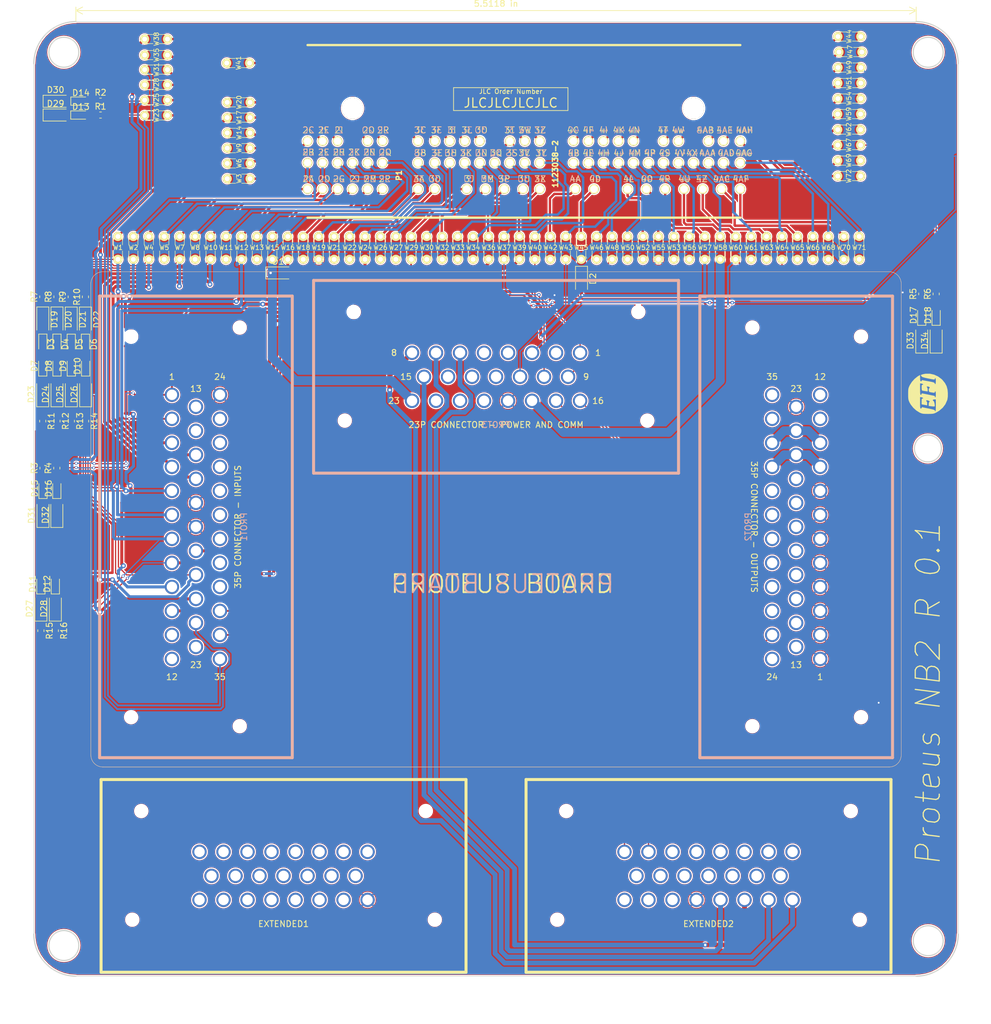
<source format=kicad_pcb>
(kicad_pcb (version 20171130) (host pcbnew "(5.1.2)-1")
  (layers (0 F.Cu signal) (31 B.Cu signal) (34 B.Paste user) (35 F.Paste user) (36 B.SilkS user hide) (37 F.SilkS user hide) (38 B.Mask user) (39 F.Mask user hide) (44 Edge.Cuts user))
  (net 0 "")
  (net 1 "Net-(P1-Pad72)")
  (net 2 "Net-(P1-Pad71)")
  (net 3 "Net-(P1-Pad70)")
  (net 4 "Net-(P1-Pad69)")
  (net 5 "Net-(P1-Pad68)")
  (net 6 "Net-(P1-Pad67)")
  (net 7 "Net-(P1-Pad66)")
  (net 8 "Net-(P1-Pad65)")
  (net 9 "Net-(P1-Pad64)")
  (net 10 "Net-(P1-Pad63)")
  (net 11 "Net-(P1-Pad62)")
  (net 12 "Net-(P1-Pad61)")
  (net 13 "Net-(P1-Pad60)")
  (net 14 "Net-(P1-Pad59)")
  (net 15 "Net-(P1-Pad58)")
  (net 16 "Net-(P1-Pad57)")
  (net 17 "Net-(P1-Pad56)")
  (net 18 "Net-(P1-Pad55)")
  (net 19 "Net-(P1-Pad54)")
  (net 20 "Net-(P1-Pad53)")
  (net 21 "Net-(P1-Pad52)")
  (net 22 "Net-(P1-Pad51)")
  (net 23 "Net-(P1-Pad50)")
  (net 24 "Net-(P1-Pad49)")
  (net 25 "Net-(P1-Pad48)")
  (net 26 "Net-(P1-Pad47)")
  (net 27 "Net-(P1-Pad46)")
  (net 28 "Net-(P1-Pad45)")
  (net 29 "Net-(P1-Pad44)")
  (net 30 "Net-(P1-Pad43)")
  (net 31 "Net-(P1-Pad42)")
  (net 32 "Net-(P1-Pad41)")
  (net 33 "Net-(P1-Pad40)")
  (net 34 "Net-(P1-Pad39)")
  (net 35 "Net-(P1-Pad38)")
  (net 36 "Net-(P1-Pad37)")
  (net 37 "Net-(P1-Pad36)")
  (net 38 "Net-(P1-Pad35)")
  (net 39 "Net-(P1-Pad34)")
  (net 40 "Net-(P1-Pad33)")
  (net 41 "Net-(P1-Pad32)")
  (net 42 "Net-(P1-Pad31)")
  (net 43 "Net-(P1-Pad30)")
  (net 44 "Net-(P1-Pad29)")
  (net 45 "Net-(P1-Pad28)")
  (net 46 "Net-(P1-Pad27)")
  (net 47 "Net-(P1-Pad26)")
  (net 48 "Net-(P1-Pad25)")
  (net 49 "Net-(P1-Pad24)")
  (net 50 "Net-(P1-Pad23)")
  (net 51 "Net-(P1-Pad22)")
  (net 52 "Net-(P1-Pad21)")
  (net 53 "Net-(P1-Pad20)")
  (net 54 "Net-(P1-Pad19)")
  (net 55 "Net-(P1-Pad18)")
  (net 56 "Net-(P1-Pad17)")
  (net 57 "Net-(P1-Pad16)")
  (net 58 "Net-(P1-Pad15)")
  (net 59 "Net-(P1-Pad14)")
  (net 60 "Net-(P1-Pad13)")
  (net 61 "Net-(P1-Pad12)")
  (net 62 "Net-(P1-Pad11)")
  (net 63 "Net-(P1-Pad10)")
  (net 64 "Net-(P1-Pad9)")
  (net 65 "Net-(P1-Pad8)")
  (net 66 "Net-(P1-Pad7)")
  (net 67 "Net-(P1-Pad6)")
  (net 68 "Net-(P1-Pad5)")
  (net 69 "Net-(P1-Pad4)")
  (net 70 "Net-(P1-Pad3)")
  (net 71 "Net-(P1-Pad2)")
  (net 72 "Net-(P1-Pad1)")
  (net 73 "Net-(PROT3-Pad20)")
  (net 74 /INJ1)
  (net 75 /FAN)
  (net 76 /AC_FAN)
  (net 77 /INJ2)
  (net 78 /EGR_COIL_1)
  (net 79 /EGR_COIL_2)
  (net 80 /INJ3)
  (net 81 /EGR_COIL_3)
  (net 82 /EGR_COIL_4)
  (net 83 /INJ4)
  (net 84 /AC_CLUTCH)
  (net 85 /FP_RELAY)
  (net 86 /VTCS-)
  (net 87 /FP_NO_IMMO)
  (net 88 /IAC-)
  (net 89 /INJ_GND)
  (net 90 /PURGE_SOL)
  (net 91 /EGR_SENSOR_SOL)
  (net 92 /COIL1_OEM)
  (net 93 /COIL2_OEM)
  (net 94 /FRONT_O2_HEATER_GND)
  (net 95 /EVAP_LEAK_SHIT_1)
  (net 96 /ALT_CONTROL)
  (net 97 /REAR_NB_O2)
  (net 98 /K_LINE)
  (net 99 /IMMO_COM)
  (net 100 /ALT_WARNING)
  (net 101 /CAM)
  (net 102 /CRANK)
  (net 103 /GND_CRANK_CAM_MAF)
  (net 104 /BRAKE)
  (net 105 /PS_SWITCH)
  (net 106 /DIAG_SW)
  (net 107 /AC_IN)
  (net 108 /CLUTCH)
  (net 109 /VTCS__VAC_SWITCH)
  (net 110 /+5V_SENSOR_OEM)
  (net 111 /KNOCK)
  (net 112 /ALT_FEEDBACK)
  (net 113 /FRONT_O2)
  (net 114 /TCM_COMM_1)
  (net 115 /TCM_COMM_2)
  (net 116 /REAR_O2_HEATER_GND)
  (net 117 /+12_MR)
  (net 118 /BAT+_HOT)
  (net 119 /EVAP_LEAK_SHIT_2)
  (net 120 /IGN2)
  (net 121 /IGN4)
  (net 122 /IGN5)
  (net 123 /IGN6)
  (net 124 /IGN7)
  (net 125 /IGN8)
  (net 126 /IGN9)
  (net 127 /IGN10)
  (net 128 /IGN11)
  (net 129 /IGN12)
  (net 130 /LS16)
  (net 131 /LS12)
  (net 132 /LS10)
  (net 133 GND)
  (net 134 /HS4)
  (net 135 /LS15)
  (net 136 /LS14)
  (net 137 /LS13)
  (net 138 /LS9)
  (net 139 /LS5)
  (net 140 /HS1)
  (net 141 /HS3)
  (net 142 /KNOCK2)
  (net 143 /KNOCK1)
  (net 144 /5V_SENSOR_2)
  (net 145 /AT4)
  (net 146 /AT2)
  (net 147 /AV12)
  (net 148 /AV10)
  (net 149 /AV8)
  (net 150 /AV6)
  (net 151 /AV4)
  (net 152 /AT3)
  (net 153 /AT1)
  (net 154 /AV11)
  (net 155 /AV9)
  (net 156 /AV7)
  (net 157 /AV5)
  (net 158 /AV3)
  (net 159 /12V_PROTECT_2)
  (net 160 /12V_PROTECT_1)
  (net 161 /AV1)
  (net 162 /AV2)
  (net 163 "Net-(D19-Pad2)")
  (net 164 "Net-(D20-Pad2)")
  (net 165 "Net-(D21-Pad2)")
  (net 166 "Net-(D22-Pad2)")
  (net 167 "Net-(D23-Pad2)")
  (net 168 "Net-(D24-Pad2)")
  (net 169 "Net-(D25-Pad2)")
  (net 170 "Net-(D10-Pad1)")
  (net 171 "Net-(D11-Pad1)")
  (net 172 "Net-(D12-Pad1)")
  (net 173 "Net-(D13-Pad2)")
  (net 174 "Net-(D13-Pad1)")
  (net 175 "Net-(D14-Pad2)")
  (net 176 "Net-(D14-Pad1)")
  (net 177 "Net-(D15-Pad2)")
  (net 178 "Net-(D15-Pad1)")
  (net 179 "Net-(D16-Pad2)")
  (net 180 "Net-(D16-Pad1)")
  (net 181 "Net-(D17-Pad2)")
  (net 182 "Net-(D17-Pad1)")
  (net 183 "Net-(D18-Pad2)")
  (net 184 "Net-(D18-Pad1)")
  (net 185 "Net-(D19-Pad1)")
  (net 186 "Net-(D20-Pad1)")
  (net 187 "Net-(D21-Pad1)")
  (net 188 "Net-(D22-Pad1)")
  (net 189 "Net-(D23-Pad1)")
  (net 190 "Net-(D24-Pad1)")
  (net 191 "Net-(D25-Pad1)")
  (net 192 "Net-(D26-Pad1)")
  (net 193 "Net-(D27-Pad1)")
  (net 194 "Net-(D28-Pad1)")
  (net 195 /IGN16)
  (net 196 /IGN15)
  (net 197 /IGN14)
  (net 198 /IGN13)
  (net 199 /ETB2-)
  (net 200 /ETB2+)
  (net 201 /ETB1-)
  (net 202 /ETB1+)
  (net 203 /VR2-)
  (net 204 /VR2+)
  (net 205 /VR1-)
  (net 206 /VR1+)
  (net 207 /12V_RAW)
  (net 208 /CAN+)
  (net 209 /CAN-)
  (net 210 /USB_D+)
  (net 211 /DIGITAL_5)
  (net 212 /USB_D-)
  (net 213 /DIGITAL_3)
  (net 214 /USB_SHIELD)
  (module Resistor_SMD:R_0603_1608Metric (layer F.Cu) (at 107.75509 180.90309 270)
    (fp_text reference R16 (at 0 -1.43 90) (layer F.SilkS))
    (fp_text value 2K)
    (pad 2 smd roundrect (at 0.7875 0 270) (size 0.875 0.95) (layers F.Cu F.Paste F.Mask) (net 138 /LS9))
    (pad 1 smd roundrect (at -0.7875 0 270) (size 0.875 0.95) (layers F.Cu F.Paste F.Mask) (net 194 "Net-(D28-Pad1)"))
  )
  (module Resistor_SMD:R_0603_1608Metric (layer F.Cu) (at 105.35509 180.90309 270)
    (fp_text reference R15 (at 0 -1.43 90) (layer F.SilkS))
    (fp_text value 2K)
    (pad 2 smd roundrect (at 0.7875 0 270) (size 0.875 0.95) (layers F.Cu F.Paste F.Mask) (net 88 /IAC-))
    (pad 1 smd roundrect (at -0.7875 0 270) (size 0.875 0.95) (layers F.Cu F.Paste F.Mask) (net 193 "Net-(D27-Pad1)"))
  )
  (module Resistor_SMD:R_0603_1608Metric (layer F.Cu) (at 112.80509 145.99059 270)
    (fp_text reference R14 (at 0 -1.43 90) (layer F.SilkS))
    (fp_text value 2K)
    (pad 2 smd roundrect (at 0.7875 0 270) (size 0.875 0.95) (layers F.Cu F.Paste F.Mask) (net 132 /LS10))
    (pad 1 smd roundrect (at -0.7875 0 270) (size 0.875 0.95) (layers F.Cu F.Paste F.Mask) (net 192 "Net-(D26-Pad1)"))
  )
  (module Resistor_SMD:R_0603_1608Metric (layer F.Cu) (at 110.421756 145.99059 270)
    (fp_text reference R13 (at 0 -1.43 90) (layer F.SilkS))
    (fp_text value 2K)
    (pad 2 smd roundrect (at 0.7875 0 270) (size 0.875 0.95) (layers F.Cu F.Paste F.Mask) (net 75 /FAN))
    (pad 1 smd roundrect (at -0.7875 0 270) (size 0.875 0.95) (layers F.Cu F.Paste F.Mask) (net 191 "Net-(D25-Pad1)"))
  )
  (module Resistor_SMD:R_0603_1608Metric (layer F.Cu) (at 108.038423 145.99059 270)
    (fp_text reference R12 (at 0 -1.43 90) (layer F.SilkS))
    (fp_text value 2K)
    (pad 2 smd roundrect (at 0.7875 0 270) (size 0.875 0.95) (layers F.Cu F.Paste F.Mask) (net 139 /LS5))
    (pad 1 smd roundrect (at -0.7875 0 270) (size 0.875 0.95) (layers F.Cu F.Paste F.Mask) (net 190 "Net-(D24-Pad1)"))
  )
  (module Resistor_SMD:R_0603_1608Metric (layer F.Cu) (at 105.65509 145.99059 270)
    (fp_text reference R11 (at 0 -1.43 90) (layer F.SilkS))
    (fp_text value 2K)
    (pad 2 smd roundrect (at 0.7875 0 270) (size 0.875 0.95) (layers F.Cu F.Paste F.Mask) (net 85 /FP_RELAY))
    (pad 1 smd roundrect (at -0.7875 0 270) (size 0.875 0.95) (layers F.Cu F.Paste F.Mask) (net 189 "Net-(D23-Pad1)"))
  )
  (module Resistor_SMD:R_0603_1608Metric (layer F.Cu) (at 112.77509 125.29051 90)
    (fp_text reference R10 (at 0 -1.43 90) (layer F.SilkS))
    (fp_text value 2K)
    (pad 2 smd roundrect (at 0.7875 0 90) (size 0.875 0.95) (layers F.Cu F.Paste F.Mask) (net 83 /INJ4))
    (pad 1 smd roundrect (at -0.7875 0 90) (size 0.875 0.95) (layers F.Cu F.Paste F.Mask) (net 188 "Net-(D22-Pad1)"))
  )
  (module Resistor_SMD:R_0603_1608Metric (layer F.Cu) (at 110.40509 125.29051 90)
    (fp_text reference R9 (at 0 -1.43 90) (layer F.SilkS))
    (fp_text value 2K)
    (pad 2 smd roundrect (at 0.7875 0 90) (size 0.875 0.95) (layers F.Cu F.Paste F.Mask) (net 80 /INJ3))
    (pad 1 smd roundrect (at -0.7875 0 90) (size 0.875 0.95) (layers F.Cu F.Paste F.Mask) (net 187 "Net-(D21-Pad1)"))
  )
  (module Resistor_SMD:R_0603_1608Metric (layer F.Cu) (at 108.03509 125.28051 90)
    (fp_text reference R8 (at 0 -1.43 90) (layer F.SilkS))
    (fp_text value 2K)
    (pad 2 smd roundrect (at 0.7875 0 90) (size 0.875 0.95) (layers F.Cu F.Paste F.Mask) (net 77 /INJ2))
    (pad 1 smd roundrect (at -0.7875 0 90) (size 0.875 0.95) (layers F.Cu F.Paste F.Mask) (net 186 "Net-(D20-Pad1)"))
  )
  (module Resistor_SMD:R_0603_1608Metric (layer F.Cu) (at 105.67509 125.28051 90)
    (fp_text reference R7 (at 0 -1.43 90) (layer F.SilkS))
    (fp_text value 2K)
    (pad 2 smd roundrect (at 0.7875 0 90) (size 0.875 0.95) (layers F.Cu F.Paste F.Mask) (net 74 /INJ1))
    (pad 1 smd roundrect (at -0.7875 0 90) (size 0.875 0.95) (layers F.Cu F.Paste F.Mask) (net 185 "Net-(D19-Pad1)"))
  )
  (module Resistor_SMD:R_0603_1608Metric (layer F.Cu) (at 254.50509 124.80309 90)
    (fp_text reference R6 (at 0 -1.43 90) (layer F.SilkS))
    (fp_text value 2K)
    (pad 2 smd roundrect (at 0.7875 0 90) (size 0.875 0.95) (layers F.Cu F.Paste F.Mask) (net 121 /IGN4))
    (pad 1 smd roundrect (at -0.7875 0 90) (size 0.875 0.95) (layers F.Cu F.Paste F.Mask) (net 183 "Net-(D18-Pad2)"))
  )
  (module Resistor_SMD:R_0603_1608Metric (layer F.Cu) (at 252.10509 124.80309 90)
    (fp_text reference R5 (at 0 -1.43 90) (layer F.SilkS))
    (fp_text value 2K)
    (pad 2 smd roundrect (at 0.7875 0 90) (size 0.875 0.95) (layers F.Cu F.Paste F.Mask) (net 120 /IGN2))
    (pad 1 smd roundrect (at -0.7875 0 90) (size 0.875 0.95) (layers F.Cu F.Paste F.Mask) (net 181 "Net-(D17-Pad2)"))
  )
  (module Resistor_SMD:R_0603_1608Metric (layer F.Cu) (at 108.00509 153.8193 90)
    (fp_text reference R4 (at 0 -1.43 90) (layer F.SilkS))
    (fp_text value 2K)
    (pad 2 smd roundrect (at 0.7875 0 90) (size 0.875 0.95) (layers F.Cu F.Paste F.Mask) (net 96 /ALT_CONTROL))
    (pad 1 smd roundrect (at -0.7875 0 90) (size 0.875 0.95) (layers F.Cu F.Paste F.Mask) (net 179 "Net-(D16-Pad2)"))
  )
  (module Resistor_SMD:R_0603_1608Metric (layer F.Cu) (at 105.70509 153.8193 90)
    (fp_text reference R3 (at 0 -1.43 90) (layer F.SilkS))
    (fp_text value 2K)
    (pad 2 smd roundrect (at 0.7875 0 90) (size 0.875 0.95) (layers F.Cu F.Paste F.Mask) (net 140 /HS1))
    (pad 1 smd roundrect (at -0.7875 0 90) (size 0.875 0.95) (layers F.Cu F.Paste F.Mask) (net 177 "Net-(D15-Pad2)"))
  )
  (module Resistor_SMD:R_0603_1608Metric (layer F.Cu) (at 115.28759 92.6868)
    (fp_text reference R2 (at 0 -1.43) (layer F.SilkS))
    (fp_text value 2K)
    (pad 2 smd roundrect (at 0.7875 0) (size 0.875 0.95) (layers F.Cu F.Paste F.Mask) (net 93 /COIL2_OEM))
    (pad 1 smd roundrect (at -0.7875 0) (size 0.875 0.95) (layers F.Cu F.Paste F.Mask) (net 175 "Net-(D14-Pad2)"))
  )
  (module Resistor_SMD:R_0603_1608Metric (layer F.Cu) (at 115.28759 95.0068)
    (fp_text reference R1 (at 0 -1.43) (layer F.SilkS))
    (fp_text value 2K)
    (pad 2 smd roundrect (at 0.7875 0) (size 0.875 0.95) (layers F.Cu F.Paste F.Mask) (net 92 /COIL1_OEM))
    (pad 1 smd roundrect (at -0.7875 0) (size 0.875 0.95) (layers F.Cu F.Paste F.Mask) (net 173 "Net-(D13-Pad2)"))
  )
  (module rusefi_lib:ampseal-23 (layer F.Cu) (at 216.5788 221.7468)
    (fp_text reference EXTENDED2 (at 0 8) (layer F.SilkS))
    (fp_text value Conn_01x23)
    (pad 23 thru_hole circle (at 14 4) (size 2.4 2.4) (drill 1.75) (layers *.Cu *.Mask) (net 199 /ETB2-))
    (pad 22 thru_hole circle (at 10 4) (size 2.4 2.4) (drill 1.75) (layers *.Cu *.Mask) (net 200 /ETB2+))
    (pad 21 thru_hole circle (at 6 4) (size 2.4 2.4) (drill 1.75) (layers *.Cu *.Mask) (net 201 /ETB1-))
    (pad 20 thru_hole circle (at 2 4) (size 2.4 2.4) (drill 1.75) (layers *.Cu *.Mask) (net 202 /ETB1+))
    (pad 19 thru_hole circle (at -2 4) (size 2.4 2.4) (drill 1.75) (layers *.Cu *.Mask) (net 133 GND))
    (pad 18 thru_hole circle (at -6 4) (size 2.4 2.4) (drill 1.75) (layers *.Cu *.Mask) (net 144 /5V_SENSOR_2))
    (pad 17 thru_hole circle (at -10 4) (size 2.4 2.4) (drill 1.75) (layers *.Cu *.Mask) (net 110 /+5V_SENSOR_OEM))
    (pad 16 thru_hole circle (at -14 4) (size 2.4 2.4) (drill 1.75) (layers *.Cu *.Mask) (net 147 /AV12))
    (pad 15 thru_hole circle (at 12 0) (size 2.4 2.4) (drill 1.75) (layers *.Cu *.Mask) (net 154 /AV11))
    (pad 14 thru_hole circle (at 8 0) (size 2.4 2.4) (drill 1.75) (layers *.Cu *.Mask) (net 148 /AV10))
    (pad 13 thru_hole circle (at 4 0) (size 2.4 2.4) (drill 1.75) (layers *.Cu *.Mask) (net 155 /AV9))
    (pad 12 thru_hole circle (at 0 0) (size 2.4 2.4) (drill 1.75) (layers *.Cu *.Mask) (net 149 /AV8))
    (pad 11 thru_hole circle (at -4 0) (size 2.4 2.4) (drill 1.75) (layers *.Cu *.Mask) (net 156 /AV7))
    (pad 10 thru_hole circle (at -8 0) (size 2.4 2.4) (drill 1.75) (layers *.Cu *.Mask) (net 162 /AV2))
    (pad 9 thru_hole circle (at -12 0) (size 2.4 2.4) (drill 1.75) (layers *.Cu *.Mask) (net 161 /AV1))
    (pad 8 thru_hole circle (at 14 -4) (size 2.4 2.4) (drill 1.75) (layers *.Cu *.Mask) (net 145 /AT4))
    (pad 7 thru_hole circle (at 10 -4) (size 2.4 2.4) (drill 1.75) (layers *.Cu *.Mask) (net 152 /AT3))
    (pad 6 thru_hole circle (at 6 -4) (size 2.4 2.4) (drill 1.75) (layers *.Cu *.Mask) (net 203 /VR2-))
    (pad 5 thru_hole circle (at 2 -4) (size 2.4 2.4) (drill 1.75) (layers *.Cu *.Mask) (net 204 /VR2+))
    (pad 4 thru_hole circle (at -2 -4) (size 2.4 2.4) (drill 1.75) (layers *.Cu *.Mask) (net 205 /VR1-))
    (pad 3 thru_hole circle (at -6 -4) (size 2.4 2.4) (drill 1.75) (layers *.Cu *.Mask) (net 206 /VR1+))
    (pad 2 thru_hole circle (at -10 -4) (size 2.4 2.4) (drill 1.75) (layers *.Cu *.Mask) (net 209 /CAN-))
    (pad 1 thru_hole circle (at -14 -4) (size 2.4 2.4) (drill 1.75) (layers *.Cu *.Mask) (net 208 /CAN+))
    (pad "" np_thru_hole circle (at 25.2 7.3) (size 2 2) (drill 2) (layers *.Cu *.Mask))
    (pad "" np_thru_hole circle (at 23.7 -10.8) (size 2 2) (drill 2) (layers *.Cu *.Mask))
    (pad "" np_thru_hole circle (at -25.2 7.3) (size 2 2) (drill 2) (layers *.Cu *.Mask))
    (pad "" np_thru_hole circle (at -23.7 -10.8) (size 2 2) (drill 2) (layers *.Cu *.Mask))
  )
  (module rusefi_lib:ampseal-23 (layer F.Cu) (at 145.7788 221.7468)
    (fp_text reference EXTENDED1 (at 0 8) (layer F.SilkS))
    (fp_text value Conn_01x23)
    (pad 23 thru_hole circle (at 14 4) (size 2.4 2.4) (drill 1.75) (layers *.Cu *.Mask) (net 133 GND))
    (pad 22 thru_hole circle (at 10 4) (size 2.4 2.4) (drill 1.75) (layers *.Cu *.Mask) (net 159 /12V_PROTECT_2))
    (pad 21 thru_hole circle (at 6 4) (size 2.4 2.4) (drill 1.75) (layers *.Cu *.Mask) (net 134 /HS4))
    (pad 20 thru_hole circle (at 2 4) (size 2.4 2.4) (drill 1.75) (layers *.Cu *.Mask) (net 141 /HS3))
    (pad 19 thru_hole circle (at -2 4) (size 2.4 2.4) (drill 1.75) (layers *.Cu *.Mask) (net 195 /IGN16))
    (pad 18 thru_hole circle (at -6 4) (size 2.4 2.4) (drill 1.75) (layers *.Cu *.Mask) (net 196 /IGN15))
    (pad 17 thru_hole circle (at -10 4) (size 2.4 2.4) (drill 1.75) (layers *.Cu *.Mask) (net 197 /IGN14))
    (pad 16 thru_hole circle (at -14 4) (size 2.4 2.4) (drill 1.75) (layers *.Cu *.Mask) (net 198 /IGN13))
    (pad 15 thru_hole circle (at 12 0) (size 2.4 2.4) (drill 1.75) (layers *.Cu *.Mask) (net 129 /IGN12))
    (pad 14 thru_hole circle (at 8 0) (size 2.4 2.4) (drill 1.75) (layers *.Cu *.Mask) (net 128 /IGN11))
    (pad 13 thru_hole circle (at 4 0) (size 2.4 2.4) (drill 1.75) (layers *.Cu *.Mask) (net 127 /IGN10))
    (pad 12 thru_hole circle (at 0 0) (size 2.4 2.4) (drill 1.75) (layers *.Cu *.Mask) (net 126 /IGN9))
    (pad 11 thru_hole circle (at -4 0) (size 2.4 2.4) (drill 1.75) (layers *.Cu *.Mask) (net 125 /IGN8))
    (pad 10 thru_hole circle (at -8 0) (size 2.4 2.4) (drill 1.75) (layers *.Cu *.Mask) (net 124 /IGN7))
    (pad 9 thru_hole circle (at -12 0) (size 2.4 2.4) (drill 1.75) (layers *.Cu *.Mask) (net 123 /IGN6))
    (pad 8 thru_hole circle (at 14 -4) (size 2.4 2.4) (drill 1.75) (layers *.Cu *.Mask) (net 122 /IGN5))
    (pad 7 thru_hole circle (at 10 -4) (size 2.4 2.4) (drill 1.75) (layers *.Cu *.Mask) (net 121 /IGN4))
    (pad 6 thru_hole circle (at 6 -4) (size 2.4 2.4) (drill 1.75) (layers *.Cu *.Mask) (net 120 /IGN2))
    (pad 5 thru_hole circle (at 2 -4) (size 2.4 2.4) (drill 1.75) (layers *.Cu *.Mask) (net 130 /LS16))
    (pad 4 thru_hole circle (at -2 -4) (size 2.4 2.4) (drill 1.75) (layers *.Cu *.Mask) (net 135 /LS15))
    (pad 3 thru_hole circle (at -6 -4) (size 2.4 2.4) (drill 1.75) (layers *.Cu *.Mask) (net 136 /LS14))
    (pad 2 thru_hole circle (at -10 -4) (size 2.4 2.4) (drill 1.75) (layers *.Cu *.Mask) (net 137 /LS13))
    (pad 1 thru_hole circle (at -14 -4) (size 2.4 2.4) (drill 1.75) (layers *.Cu *.Mask) (net 131 /LS12))
    (pad "" np_thru_hole circle (at 25.2 7.3) (size 2 2) (drill 2) (layers *.Cu *.Mask))
    (pad "" np_thru_hole circle (at 23.7 -10.8) (size 2 2) (drill 2) (layers *.Cu *.Mask))
    (pad "" np_thru_hole circle (at -25.2 7.3) (size 2 2) (drill 2) (layers *.Cu *.Mask))
    (pad "" np_thru_hole circle (at -23.7 -10.8) (size 2 2) (drill 2) (layers *.Cu *.Mask))
  )
  (module Diode_SMD:D_SOD-123F (layer F.Cu) (at 254.50509 132.45309 90)
    (fp_text reference D34 (at -0.127 -1.905 90) (layer F.SilkS))
    (fp_text value D_Schottky hide)
    (pad 2 smd rect (at 1.4 0 90) (size 1.1 1.1) (layers F.Cu F.Paste F.Mask) (net 184 "Net-(D18-Pad1)"))
    (pad 1 smd rect (at -1.4 0 90) (size 1.1 1.1) (layers F.Cu F.Paste F.Mask) (net 133 GND))
  )
  (module Diode_SMD:D_SOD-123F (layer F.Cu) (at 252.10509 132.45309 90)
    (fp_text reference D33 (at -0.127 -1.905 90) (layer F.SilkS))
    (fp_text value D_Schottky hide)
    (pad 2 smd rect (at 1.4 0 90) (size 1.1 1.1) (layers F.Cu F.Paste F.Mask) (net 182 "Net-(D17-Pad1)"))
    (pad 1 smd rect (at -1.4 0 90) (size 1.1 1.1) (layers F.Cu F.Paste F.Mask) (net 133 GND))
  )
  (module Diode_SMD:D_SOD-123F (layer F.Cu) (at 108.00509 161.5068 90)
    (fp_text reference D32 (at -0.127 -1.905 90) (layer F.SilkS))
    (fp_text value D_Schottky)
    (pad 2 smd rect (at 1.4 0 90) (size 1.1 1.1) (layers F.Cu F.Paste F.Mask) (net 180 "Net-(D16-Pad1)"))
    (pad 1 smd rect (at -1.4 0 90) (size 1.1 1.1) (layers F.Cu F.Paste F.Mask) (net 133 GND))
  )
  (module Diode_SMD:D_SOD-123F (layer F.Cu) (at 105.70509 161.5068 90)
    (fp_text reference D31 (at -0.127 -1.905 90) (layer F.SilkS))
    (fp_text value D_Schottky)
    (pad 2 smd rect (at 1.4 0 90) (size 1.1 1.1) (layers F.Cu F.Paste F.Mask) (net 178 "Net-(D15-Pad1)"))
    (pad 1 smd rect (at -1.4 0 90) (size 1.1 1.1) (layers F.Cu F.Paste F.Mask) (net 133 GND))
  )
  (module Diode_SMD:D_SOD-123F (layer F.Cu) (at 107.92509 92.7068)
    (fp_text reference D30 (at -0.127 -1.905) (layer F.SilkS))
    (fp_text value D_Schottky)
    (pad 2 smd rect (at 1.4 0) (size 1.1 1.1) (layers F.Cu F.Paste F.Mask) (net 176 "Net-(D14-Pad1)"))
    (pad 1 smd rect (at -1.4 0) (size 1.1 1.1) (layers F.Cu F.Paste F.Mask) (net 133 GND))
  )
  (module Diode_SMD:D_SOD-123F (layer F.Cu) (at 107.92509 95.0068)
    (fp_text reference D29 (at -0.127 -1.905) (layer F.SilkS))
    (fp_text value D_Schottky)
    (pad 2 smd rect (at 1.4 0) (size 1.1 1.1) (layers F.Cu F.Paste F.Mask) (net 174 "Net-(D13-Pad1)"))
    (pad 1 smd rect (at -1.4 0) (size 1.1 1.1) (layers F.Cu F.Paste F.Mask) (net 133 GND))
  )
  (module Diode_SMD:D_SOD-123F (layer F.Cu) (at 107.75509 177.1068 90)
    (fp_text reference D28 (at -0.127 -1.905 90) (layer F.SilkS))
    (fp_text value D_Schottky)
    (pad 2 smd rect (at 1.4 0 90) (size 1.1 1.1) (layers F.Cu F.Paste F.Mask) (net 172 "Net-(D12-Pad1)"))
    (pad 1 smd rect (at -1.4 0 90) (size 1.1 1.1) (layers F.Cu F.Paste F.Mask) (net 194 "Net-(D28-Pad1)"))
  )
  (module Diode_SMD:D_SOD-123F (layer F.Cu) (at 105.35509 177.1068 90)
    (fp_text reference D27 (at -0.127 -1.905 90) (layer F.SilkS))
    (fp_text value D_Schottky)
    (pad 2 smd rect (at 1.4 0 90) (size 1.1 1.1) (layers F.Cu F.Paste F.Mask) (net 171 "Net-(D11-Pad1)"))
    (pad 1 smd rect (at -1.4 0 90) (size 1.1 1.1) (layers F.Cu F.Paste F.Mask) (net 193 "Net-(D27-Pad1)"))
  )
  (module Diode_SMD:D_SOD-123F (layer F.Cu) (at 112.80509 141.40309 90)
    (fp_text reference D26 (at -0.127 -1.905 90) (layer F.SilkS))
    (fp_text value D_Schottky)
    (pad 2 smd rect (at 1.4 0 90) (size 1.1 1.1) (layers F.Cu F.Paste F.Mask) (net 170 "Net-(D10-Pad1)"))
    (pad 1 smd rect (at -1.4 0 90) (size 1.1 1.1) (layers F.Cu F.Paste F.Mask) (net 192 "Net-(D26-Pad1)"))
  )
  (module Diode_SMD:D_SOD-123F (layer F.Cu) (at 110.421756 141.40309 90)
    (fp_text reference D25 (at -0.127 -1.905 90) (layer F.SilkS))
    (fp_text value D_Schottky)
    (pad 2 smd rect (at 1.4 0 90) (size 1.1 1.1) (layers F.Cu F.Paste F.Mask) (net 169 "Net-(D25-Pad2)"))
    (pad 1 smd rect (at -1.4 0 90) (size 1.1 1.1) (layers F.Cu F.Paste F.Mask) (net 191 "Net-(D25-Pad1)"))
  )
  (module Diode_SMD:D_SOD-123F (layer F.Cu) (at 108.038423 141.40309 90)
    (fp_text reference D24 (at -0.127 -1.905 90) (layer F.SilkS))
    (fp_text value D_Schottky)
    (pad 2 smd rect (at 1.4 0 90) (size 1.1 1.1) (layers F.Cu F.Paste F.Mask) (net 168 "Net-(D24-Pad2)"))
    (pad 1 smd rect (at -1.4 0 90) (size 1.1 1.1) (layers F.Cu F.Paste F.Mask) (net 190 "Net-(D24-Pad1)"))
  )
  (module Diode_SMD:D_SOD-123F (layer F.Cu) (at 105.65509 141.40309 90)
    (fp_text reference D23 (at -0.127 -1.905 90) (layer F.SilkS))
    (fp_text value D_Schottky)
    (pad 2 smd rect (at 1.4 0 90) (size 1.1 1.1) (layers F.Cu F.Paste F.Mask) (net 167 "Net-(D23-Pad2)"))
    (pad 1 smd rect (at -1.4 0 90) (size 1.1 1.1) (layers F.Cu F.Paste F.Mask) (net 189 "Net-(D23-Pad1)"))
  )
  (module Diode_SMD:D_SOD-123F (layer F.Cu) (at 112.77509 129.19051 270)
    (fp_text reference D22 (at -0.127 -1.905 90) (layer F.SilkS))
    (fp_text value D_Schottky hide)
    (pad 2 smd rect (at 1.4 0 270) (size 1.1 1.1) (layers F.Cu F.Paste F.Mask) (net 166 "Net-(D22-Pad2)"))
    (pad 1 smd rect (at -1.4 0 270) (size 1.1 1.1) (layers F.Cu F.Paste F.Mask) (net 188 "Net-(D22-Pad1)"))
  )
  (module Diode_SMD:D_SOD-123F (layer F.Cu) (at 110.40509 129.19051 270)
    (fp_text reference D21 (at -0.127 -1.905 90) (layer F.SilkS))
    (fp_text value D_Schottky hide)
    (pad 2 smd rect (at 1.4 0 270) (size 1.1 1.1) (layers F.Cu F.Paste F.Mask) (net 165 "Net-(D21-Pad2)"))
    (pad 1 smd rect (at -1.4 0 270) (size 1.1 1.1) (layers F.Cu F.Paste F.Mask) (net 187 "Net-(D21-Pad1)"))
  )
  (module Diode_SMD:D_SOD-123F (layer F.Cu) (at 108.03509 129.18051 270)
    (fp_text reference D20 (at -0.127 -1.905 90) (layer F.SilkS))
    (fp_text value D_Schottky hide)
    (pad 2 smd rect (at 1.4 0 270) (size 1.1 1.1) (layers F.Cu F.Paste F.Mask) (net 164 "Net-(D20-Pad2)"))
    (pad 1 smd rect (at -1.4 0 270) (size 1.1 1.1) (layers F.Cu F.Paste F.Mask) (net 186 "Net-(D20-Pad1)"))
  )
  (module Diode_SMD:D_SOD-123F (layer F.Cu) (at 105.67509 129.18051 270)
    (fp_text reference D19 (at -0.127 -1.905 90) (layer F.SilkS))
    (fp_text value D_Schottky hide)
    (pad 2 smd rect (at 1.4 0 270) (size 1.1 1.1) (layers F.Cu F.Paste F.Mask) (net 163 "Net-(D19-Pad2)"))
    (pad 1 smd rect (at -1.4 0 270) (size 1.1 1.1) (layers F.Cu F.Paste F.Mask) (net 185 "Net-(D19-Pad1)"))
  )
  (module LED_SMD:LED_0603_1608Metric_Castellated (layer F.Cu) (at 254.50509 128.35309 90)
    (fp_text reference D18 (at 0 -1.38 90) (layer F.SilkS))
    (fp_text value LED hide)
    (pad 2 smd roundrect (at 0.8125 0 90) (size 1.225 0.85) (layers F.Cu F.Paste F.Mask) (net 183 "Net-(D18-Pad2)"))
    (pad 1 smd roundrect (at -0.8125 0 90) (size 1.225 0.85) (layers F.Cu F.Paste F.Mask) (net 184 "Net-(D18-Pad1)"))
  )
  (module LED_SMD:LED_0603_1608Metric_Castellated (layer F.Cu) (at 252.10509 128.35309 90)
    (fp_text reference D17 (at 0 -1.38 90) (layer F.SilkS))
    (fp_text value LED hide)
    (pad 2 smd roundrect (at 0.8125 0 90) (size 1.225 0.85) (layers F.Cu F.Paste F.Mask) (net 181 "Net-(D17-Pad2)"))
    (pad 1 smd roundrect (at -0.8125 0 90) (size 1.225 0.85) (layers F.Cu F.Paste F.Mask) (net 182 "Net-(D17-Pad1)"))
  )
  (module LED_SMD:LED_0603_1608Metric_Castellated (layer F.Cu) (at 108.00509 157.20309 90)
    (fp_text reference D16 (at 0 -1.38 90) (layer F.SilkS))
    (fp_text value LED)
    (pad 2 smd roundrect (at 0.8125 0 90) (size 1.225 0.85) (layers F.Cu F.Paste F.Mask) (net 179 "Net-(D16-Pad2)"))
    (pad 1 smd roundrect (at -0.8125 0 90) (size 1.225 0.85) (layers F.Cu F.Paste F.Mask) (net 180 "Net-(D16-Pad1)"))
  )
  (module LED_SMD:LED_0603_1608Metric_Castellated (layer F.Cu) (at 105.70509 157.20309 90)
    (fp_text reference D15 (at 0 -1.38 90) (layer F.SilkS))
    (fp_text value LED)
    (pad 2 smd roundrect (at 0.8125 0 90) (size 1.225 0.85) (layers F.Cu F.Paste F.Mask) (net 177 "Net-(D15-Pad2)"))
    (pad 1 smd roundrect (at -0.8125 0 90) (size 1.225 0.85) (layers F.Cu F.Paste F.Mask) (net 178 "Net-(D15-Pad1)"))
  )
  (module LED_SMD:LED_0603_1608Metric_Castellated (layer F.Cu) (at 112.02509 92.6868)
    (fp_text reference D14 (at 0 -1.38) (layer F.SilkS))
    (fp_text value LED)
    (pad 2 smd roundrect (at 0.8125 0) (size 1.225 0.85) (layers F.Cu F.Paste F.Mask) (net 175 "Net-(D14-Pad2)"))
    (pad 1 smd roundrect (at -0.8125 0) (size 1.225 0.85) (layers F.Cu F.Paste F.Mask) (net 176 "Net-(D14-Pad1)"))
  )
  (module LED_SMD:LED_0603_1608Metric_Castellated (layer F.Cu) (at 112.01259 95.0068)
    (fp_text reference D13 (at 0 -1.38) (layer F.SilkS))
    (fp_text value LED)
    (pad 2 smd roundrect (at 0.8125 0) (size 1.225 0.85) (layers F.Cu F.Paste F.Mask) (net 173 "Net-(D13-Pad2)"))
    (pad 1 smd roundrect (at -0.8125 0) (size 1.225 0.85) (layers F.Cu F.Paste F.Mask) (net 174 "Net-(D13-Pad1)"))
  )
  (module LED_SMD:LED_0603_1608Metric_Castellated (layer F.Cu) (at 107.75509 173.10309 90)
    (fp_text reference D12 (at 0 -1.38 90) (layer F.SilkS))
    (fp_text value LED)
    (pad 2 smd roundrect (at 0.8125 0 90) (size 1.225 0.85) (layers F.Cu F.Paste F.Mask) (net 160 /12V_PROTECT_1))
    (pad 1 smd roundrect (at -0.8125 0 90) (size 1.225 0.85) (layers F.Cu F.Paste F.Mask) (net 172 "Net-(D12-Pad1)"))
  )
  (module LED_SMD:LED_0603_1608Metric_Castellated (layer F.Cu) (at 105.35509 173.10309 90)
    (fp_text reference D11 (at 0 -1.38 90) (layer F.SilkS))
    (fp_text value LED)
    (pad 2 smd roundrect (at 0.8125 0 90) (size 1.225 0.85) (layers F.Cu F.Paste F.Mask) (net 160 /12V_PROTECT_1))
    (pad 1 smd roundrect (at -0.8125 0 90) (size 1.225 0.85) (layers F.Cu F.Paste F.Mask) (net 171 "Net-(D11-Pad1)"))
  )
  (module LED_SMD:LED_0603_1608Metric_Castellated (layer F.Cu) (at 112.80509 136.80309 90)
    (fp_text reference D10 (at 0 -1.38 90) (layer F.SilkS))
    (fp_text value LED)
    (pad 2 smd roundrect (at 0.8125 0 90) (size 1.225 0.85) (layers F.Cu F.Paste F.Mask) (net 160 /12V_PROTECT_1))
    (pad 1 smd roundrect (at -0.8125 0 90) (size 1.225 0.85) (layers F.Cu F.Paste F.Mask) (net 170 "Net-(D10-Pad1)"))
  )
  (module LED_SMD:LED_0603_1608Metric_Castellated (layer F.Cu) (at 110.421756 136.80309 90)
    (fp_text reference D9 (at 0 -1.38 90) (layer F.SilkS))
    (fp_text value LED)
    (pad 2 smd roundrect (at 0.8125 0 90) (size 1.225 0.85) (layers F.Cu F.Paste F.Mask) (net 160 /12V_PROTECT_1))
    (pad 1 smd roundrect (at -0.8125 0 90) (size 1.225 0.85) (layers F.Cu F.Paste F.Mask) (net 169 "Net-(D25-Pad2)"))
  )
  (module LED_SMD:LED_0603_1608Metric_Castellated (layer F.Cu) (at 108.038423 136.80309 90)
    (fp_text reference D8 (at 0 -1.38 90) (layer F.SilkS))
    (fp_text value LED)
    (pad 2 smd roundrect (at 0.8125 0 90) (size 1.225 0.85) (layers F.Cu F.Paste F.Mask) (net 160 /12V_PROTECT_1))
    (pad 1 smd roundrect (at -0.8125 0 90) (size 1.225 0.85) (layers F.Cu F.Paste F.Mask) (net 168 "Net-(D24-Pad2)"))
  )
  (module LED_SMD:LED_0603_1608Metric_Castellated (layer F.Cu) (at 105.65509 136.80309 90)
    (fp_text reference D7 (at 0 -1.38 90) (layer F.SilkS))
    (fp_text value LED)
    (pad 2 smd roundrect (at 0.8125 0 90) (size 1.225 0.85) (layers F.Cu F.Paste F.Mask) (net 160 /12V_PROTECT_1))
    (pad 1 smd roundrect (at -0.8125 0 90) (size 1.225 0.85) (layers F.Cu F.Paste F.Mask) (net 167 "Net-(D23-Pad2)"))
  )
  (module LED_SMD:LED_0603_1608Metric_Castellated (layer F.Cu) (at 112.77509 133.19051 270)
    (fp_text reference D6 (at 0 -1.38 90) (layer F.SilkS))
    (fp_text value LED hide)
    (pad 2 smd roundrect (at 0.8125 0 270) (size 1.225 0.85) (layers F.Cu F.Paste F.Mask) (net 160 /12V_PROTECT_1))
    (pad 1 smd roundrect (at -0.8125 0 270) (size 1.225 0.85) (layers F.Cu F.Paste F.Mask) (net 166 "Net-(D22-Pad2)"))
  )
  (module LED_SMD:LED_0603_1608Metric_Castellated (layer F.Cu) (at 110.40509 133.19051 270)
    (fp_text reference D5 (at 0 -1.38 90) (layer F.SilkS))
    (fp_text value LED hide)
    (pad 2 smd roundrect (at 0.8125 0 270) (size 1.225 0.85) (layers F.Cu F.Paste F.Mask) (net 160 /12V_PROTECT_1))
    (pad 1 smd roundrect (at -0.8125 0 270) (size 1.225 0.85) (layers F.Cu F.Paste F.Mask) (net 165 "Net-(D21-Pad2)"))
  )
  (module LED_SMD:LED_0603_1608Metric_Castellated (layer F.Cu) (at 108.03509 133.18051 270)
    (fp_text reference D4 (at 0 -1.38 90) (layer F.SilkS))
    (fp_text value LED hide)
    (pad 2 smd roundrect (at 0.8125 0 270) (size 1.225 0.85) (layers F.Cu F.Paste F.Mask) (net 160 /12V_PROTECT_1))
    (pad 1 smd roundrect (at -0.8125 0 270) (size 1.225 0.85) (layers F.Cu F.Paste F.Mask) (net 164 "Net-(D20-Pad2)"))
  )
  (module LED_SMD:LED_0603_1608Metric_Castellated (layer F.Cu) (at 105.67509 133.18051 270)
    (fp_text reference D3 (at 0 -1.38 90) (layer F.SilkS))
    (fp_text value LED hide)
    (pad 2 smd roundrect (at 0.8125 0 270) (size 1.225 0.85) (layers F.Cu F.Paste F.Mask) (net 160 /12V_PROTECT_1))
    (pad 1 smd roundrect (at -0.8125 0 270) (size 1.225 0.85) (layers F.Cu F.Paste F.Mask) (net 163 "Net-(D19-Pad2)"))
  )
  (module Diode_SMD:D_SOD-123F (layer F.Cu) (at 195.42509 122.4068 270)
    (fp_text reference D2 (at -0.127 -1.905 90) (layer F.SilkS))
    (fp_text value D_Schottky)
    (pad 2 smd rect (at 1.4 0 270) (size 1.1 1.1) (layers F.Cu F.Paste F.Mask) (net 138 /LS9))
    (pad 1 smd rect (at -1.4 0 270) (size 1.1 1.1) (layers F.Cu F.Paste F.Mask) (net 117 /+12_MR))
  )
  (module Diode_SMD:D_SOD-123F (layer F.Cu) (at 145.02509 121.3068)
    (fp_text reference D1 (at -0.127 -1.905) (layer F.SilkS))
    (fp_text value D_Schottky)
    (pad 2 smd rect (at 1.4 0) (size 1.1 1.1) (layers F.Cu F.Paste F.Mask) (net 88 /IAC-))
    (pad 1 smd rect (at -1.4 0) (size 1.1 1.1) (layers F.Cu F.Paste F.Mask) (net 117 /+12_MR))
  )
  (module rusefi_lib:SM0805_jumper (layer F.Cu) (at 240.01509 105.1768 180)
    (fp_text reference W72 (at 0.0635 0 90) (layer F.SilkS) (effects (font (size 0.762 0.762) (thickness 0.127))))
    (fp_text value TestPoint_2Pole hide)
    (pad 1 smd rect (at -1.27 0 180) (size 1.524 0.2032) (layers F.Cu F.Paste F.Mask) (net 119 /EVAP_LEAK_SHIT_2))
    (pad 2 smd rect (at 1.27 0 180) (size 1.524 0.2032) (layers F.Cu F.Paste F.Mask) (net 50 "Net-(P1-Pad23)"))
    (pad 1 thru_hole circle (at -1.905 0 180) (size 1.524 1.524) (drill 0.8128) (layers *.Cu *.Mask F.SilkS) (net 119 /EVAP_LEAK_SHIT_2))
    (pad 2 thru_hole circle (at 1.905 0 180) (size 1.524 1.524) (drill 0.8128) (layers *.Cu *.Mask F.SilkS) (net 50 "Net-(P1-Pad23)"))
    (pad 2 smd rect (at 0.9525 0 180) (size 0.889 1.397) (layers F.Cu F.Paste F.Mask) (net 50 "Net-(P1-Pad23)"))
    (pad 1 smd rect (at -0.9525 0 180) (size 0.889 1.397) (layers F.Cu F.Paste F.Mask) (net 119 /EVAP_LEAK_SHIT_2))
  )
  (module rusefi_lib:SM0805_jumper (layer F.Cu) (at 241.6838 117.1368 90)
    (fp_text reference W71 (at 0.0635 0) (layer F.SilkS) (effects (font (size 0.762 0.762) (thickness 0.127))))
    (fp_text value TestPoint_2Pole hide)
    (pad 1 smd rect (at -1.27 0 90) (size 1.524 0.2032) (layers F.Cu F.Paste F.Mask) (net 118 /BAT+_HOT))
    (pad 2 smd rect (at 1.27 0 90) (size 1.524 0.2032) (layers F.Cu F.Paste F.Mask) (net 23 "Net-(P1-Pad50)"))
    (pad 1 thru_hole circle (at -1.905 0 90) (size 1.524 1.524) (drill 0.8128) (layers *.Cu *.Mask F.SilkS) (net 118 /BAT+_HOT))
    (pad 2 thru_hole circle (at 1.905 0 90) (size 1.524 1.524) (drill 0.8128) (layers *.Cu *.Mask F.SilkS) (net 23 "Net-(P1-Pad50)"))
    (pad 2 smd rect (at 0.9525 0 90) (size 0.889 1.397) (layers F.Cu F.Paste F.Mask) (net 23 "Net-(P1-Pad50)"))
    (pad 1 smd rect (at -0.9525 0 90) (size 0.889 1.397) (layers F.Cu F.Paste F.Mask) (net 118 /BAT+_HOT))
  )
  (module rusefi_lib:SM0805_jumper (layer F.Cu) (at 239.110852 117.1368 90)
    (fp_text reference W70 (at 0.0635 0) (layer F.SilkS) (effects (font (size 0.762 0.762) (thickness 0.127))))
    (fp_text value TestPoint_2Pole hide)
    (pad 1 smd rect (at -1.27 0 90) (size 1.524 0.2032) (layers F.Cu F.Paste F.Mask) (net 117 /+12_MR))
    (pad 2 smd rect (at 1.27 0 90) (size 1.524 0.2032) (layers F.Cu F.Paste F.Mask) (net 1 "Net-(P1-Pad72)"))
    (pad 1 thru_hole circle (at -1.905 0 90) (size 1.524 1.524) (drill 0.8128) (layers *.Cu *.Mask F.SilkS) (net 117 /+12_MR))
    (pad 2 thru_hole circle (at 1.905 0 90) (size 1.524 1.524) (drill 0.8128) (layers *.Cu *.Mask F.SilkS) (net 1 "Net-(P1-Pad72)"))
    (pad 2 smd rect (at 0.9525 0 90) (size 0.889 1.397) (layers F.Cu F.Paste F.Mask) (net 1 "Net-(P1-Pad72)"))
    (pad 1 smd rect (at -0.9525 0 90) (size 0.889 1.397) (layers F.Cu F.Paste F.Mask) (net 117 /+12_MR))
  )
  (module rusefi_lib:SM0805_jumper (layer F.Cu) (at 240.01509 102.593464 180)
    (fp_text reference W69 (at 0.0635 0 90) (layer F.SilkS) (effects (font (size 0.762 0.762) (thickness 0.127))))
    (fp_text value TestPoint_2Pole hide)
    (pad 1 smd rect (at -1.27 0 180) (size 1.524 0.2032) (layers F.Cu F.Paste F.Mask) (net 150 /AV6))
    (pad 2 smd rect (at 1.27 0 180) (size 1.524 0.2032) (layers F.Cu F.Paste F.Mask) (net 51 "Net-(P1-Pad22)"))
    (pad 1 thru_hole circle (at -1.905 0 180) (size 1.524 1.524) (drill 0.8128) (layers *.Cu *.Mask F.SilkS) (net 150 /AV6))
    (pad 2 thru_hole circle (at 1.905 0 180) (size 1.524 1.524) (drill 0.8128) (layers *.Cu *.Mask F.SilkS) (net 51 "Net-(P1-Pad22)"))
    (pad 2 smd rect (at 0.9525 0 180) (size 0.889 1.397) (layers F.Cu F.Paste F.Mask) (net 51 "Net-(P1-Pad22)"))
    (pad 1 smd rect (at -0.9525 0 180) (size 0.889 1.397) (layers F.Cu F.Paste F.Mask) (net 150 /AV6))
  )
  (module rusefi_lib:SM0805_jumper (layer F.Cu) (at 236.537936 117.1368 90)
    (fp_text reference W68 (at 0.0635 0) (layer F.SilkS) (effects (font (size 0.762 0.762) (thickness 0.127))))
    (fp_text value TestPoint_2Pole hide)
    (pad 1 smd rect (at -1.27 0 90) (size 1.524 0.2032) (layers F.Cu F.Paste F.Mask) (net 157 /AV5))
    (pad 2 smd rect (at 1.27 0 90) (size 1.524 0.2032) (layers F.Cu F.Paste F.Mask) (net 24 "Net-(P1-Pad49)"))
    (pad 1 thru_hole circle (at -1.905 0 90) (size 1.524 1.524) (drill 0.8128) (layers *.Cu *.Mask F.SilkS) (net 157 /AV5))
    (pad 2 thru_hole circle (at 1.905 0 90) (size 1.524 1.524) (drill 0.8128) (layers *.Cu *.Mask F.SilkS) (net 24 "Net-(P1-Pad49)"))
    (pad 2 smd rect (at 0.9525 0 90) (size 0.889 1.397) (layers F.Cu F.Paste F.Mask) (net 24 "Net-(P1-Pad49)"))
    (pad 1 smd rect (at -0.9525 0 90) (size 0.889 1.397) (layers F.Cu F.Paste F.Mask) (net 157 /AV5))
  )
  (module rusefi_lib:SM0805_jumper (layer F.Cu) (at 240.01509 100.010131 180)
    (fp_text reference W67 (at 0.0635 0 90) (layer F.SilkS) (effects (font (size 0.762 0.762) (thickness 0.127))))
    (fp_text value TestPoint_2Pole hide)
    (pad 1 smd rect (at -1.27 0 180) (size 1.524 0.2032) (layers F.Cu F.Paste F.Mask) (net 121 /IGN4))
    (pad 2 smd rect (at 1.27 0 180) (size 1.524 0.2032) (layers F.Cu F.Paste F.Mask) (net 52 "Net-(P1-Pad21)"))
    (pad 1 thru_hole circle (at -1.905 0 180) (size 1.524 1.524) (drill 0.8128) (layers *.Cu *.Mask F.SilkS) (net 121 /IGN4))
    (pad 2 thru_hole circle (at 1.905 0 180) (size 1.524 1.524) (drill 0.8128) (layers *.Cu *.Mask F.SilkS) (net 52 "Net-(P1-Pad21)"))
    (pad 2 smd rect (at 0.9525 0 180) (size 0.889 1.397) (layers F.Cu F.Paste F.Mask) (net 52 "Net-(P1-Pad21)"))
    (pad 1 smd rect (at -0.9525 0 180) (size 0.889 1.397) (layers F.Cu F.Paste F.Mask) (net 121 /IGN4))
  )
  (module rusefi_lib:SM0805_jumper (layer F.Cu) (at 233.96502 117.1368 90)
    (fp_text reference W66 (at 0.0635 0) (layer F.SilkS) (effects (font (size 0.762 0.762) (thickness 0.127))))
    (fp_text value TestPoint_2Pole hide)
    (pad 1 smd rect (at -1.27 0 90) (size 1.524 0.2032) (layers F.Cu F.Paste F.Mask) (net 116 /REAR_O2_HEATER_GND))
    (pad 2 smd rect (at 1.27 0 90) (size 1.524 0.2032) (layers F.Cu F.Paste F.Mask) (net 25 "Net-(P1-Pad48)"))
    (pad 1 thru_hole circle (at -1.905 0 90) (size 1.524 1.524) (drill 0.8128) (layers *.Cu *.Mask F.SilkS) (net 116 /REAR_O2_HEATER_GND))
    (pad 2 thru_hole circle (at 1.905 0 90) (size 1.524 1.524) (drill 0.8128) (layers *.Cu *.Mask F.SilkS) (net 25 "Net-(P1-Pad48)"))
    (pad 2 smd rect (at 0.9525 0 90) (size 0.889 1.397) (layers F.Cu F.Paste F.Mask) (net 25 "Net-(P1-Pad48)"))
    (pad 1 smd rect (at -0.9525 0 90) (size 0.889 1.397) (layers F.Cu F.Paste F.Mask) (net 116 /REAR_O2_HEATER_GND))
  )
  (module rusefi_lib:SM0805_jumper (layer F.Cu) (at 231.392104 117.1368 90)
    (fp_text reference W65 (at 0.0635 0) (layer F.SilkS) (effects (font (size 0.762 0.762) (thickness 0.127))))
    (fp_text value TestPoint_2Pole hide)
    (pad 1 smd rect (at -1.27 0 90) (size 1.524 0.2032) (layers F.Cu F.Paste F.Mask) (net 115 /TCM_COMM_2))
    (pad 2 smd rect (at 1.27 0 90) (size 1.524 0.2032) (layers F.Cu F.Paste F.Mask) (net 2 "Net-(P1-Pad71)"))
    (pad 1 thru_hole circle (at -1.905 0 90) (size 1.524 1.524) (drill 0.8128) (layers *.Cu *.Mask F.SilkS) (net 115 /TCM_COMM_2))
    (pad 2 thru_hole circle (at 1.905 0 90) (size 1.524 1.524) (drill 0.8128) (layers *.Cu *.Mask F.SilkS) (net 2 "Net-(P1-Pad71)"))
    (pad 2 smd rect (at 0.9525 0 90) (size 0.889 1.397) (layers F.Cu F.Paste F.Mask) (net 2 "Net-(P1-Pad71)"))
    (pad 1 smd rect (at -0.9525 0 90) (size 0.889 1.397) (layers F.Cu F.Paste F.Mask) (net 115 /TCM_COMM_2))
  )
  (module rusefi_lib:SM0805_jumper (layer F.Cu) (at 228.819188 117.1368 90)
    (fp_text reference W64 (at 0.0635 0) (layer F.SilkS) (effects (font (size 0.762 0.762) (thickness 0.127))))
    (fp_text value TestPoint_2Pole hide)
    (pad 1 smd rect (at -1.27 0 90) (size 1.524 0.2032) (layers F.Cu F.Paste F.Mask) (net 151 /AV4))
    (pad 2 smd rect (at 1.27 0 90) (size 1.524 0.2032) (layers F.Cu F.Paste F.Mask) (net 26 "Net-(P1-Pad47)"))
    (pad 1 thru_hole circle (at -1.905 0 90) (size 1.524 1.524) (drill 0.8128) (layers *.Cu *.Mask F.SilkS) (net 151 /AV4))
    (pad 2 thru_hole circle (at 1.905 0 90) (size 1.524 1.524) (drill 0.8128) (layers *.Cu *.Mask F.SilkS) (net 26 "Net-(P1-Pad47)"))
    (pad 2 smd rect (at 0.9525 0 90) (size 0.889 1.397) (layers F.Cu F.Paste F.Mask) (net 26 "Net-(P1-Pad47)"))
    (pad 1 smd rect (at -0.9525 0 90) (size 0.889 1.397) (layers F.Cu F.Paste F.Mask) (net 151 /AV4))
  )
  (module rusefi_lib:SM0805_jumper (layer F.Cu) (at 226.246272 117.1368 90)
    (fp_text reference W63 (at 0.0635 0) (layer F.SilkS) (effects (font (size 0.762 0.762) (thickness 0.127))))
    (fp_text value TestPoint_2Pole hide)
    (pad 1 smd rect (at -1.27 0 90) (size 1.524 0.2032) (layers F.Cu F.Paste F.Mask) (net 114 /TCM_COMM_1))
    (pad 2 smd rect (at 1.27 0 90) (size 1.524 0.2032) (layers F.Cu F.Paste F.Mask) (net 3 "Net-(P1-Pad70)"))
    (pad 1 thru_hole circle (at -1.905 0 90) (size 1.524 1.524) (drill 0.8128) (layers *.Cu *.Mask F.SilkS) (net 114 /TCM_COMM_1))
    (pad 2 thru_hole circle (at 1.905 0 90) (size 1.524 1.524) (drill 0.8128) (layers *.Cu *.Mask F.SilkS) (net 3 "Net-(P1-Pad70)"))
    (pad 2 smd rect (at 0.9525 0 90) (size 0.889 1.397) (layers F.Cu F.Paste F.Mask) (net 3 "Net-(P1-Pad70)"))
    (pad 1 smd rect (at -0.9525 0 90) (size 0.889 1.397) (layers F.Cu F.Paste F.Mask) (net 114 /TCM_COMM_1))
  )
  (module rusefi_lib:SM0805_jumper (layer F.Cu) (at 240.01509 97.426798 180)
    (fp_text reference W62 (at 0.0635 0 90) (layer F.SilkS) (effects (font (size 0.762 0.762) (thickness 0.127))))
    (fp_text value TestPoint_2Pole hide)
    (pad 1 smd rect (at -1.27 0 180) (size 1.524 0.2032) (layers F.Cu F.Paste F.Mask) (net 113 /FRONT_O2))
    (pad 2 smd rect (at 1.27 0 180) (size 1.524 0.2032) (layers F.Cu F.Paste F.Mask) (net 53 "Net-(P1-Pad20)"))
    (pad 1 thru_hole circle (at -1.905 0 180) (size 1.524 1.524) (drill 0.8128) (layers *.Cu *.Mask F.SilkS) (net 113 /FRONT_O2))
    (pad 2 thru_hole circle (at 1.905 0 180) (size 1.524 1.524) (drill 0.8128) (layers *.Cu *.Mask F.SilkS) (net 53 "Net-(P1-Pad20)"))
    (pad 2 smd rect (at 0.9525 0 180) (size 0.889 1.397) (layers F.Cu F.Paste F.Mask) (net 53 "Net-(P1-Pad20)"))
    (pad 1 smd rect (at -0.9525 0 180) (size 0.889 1.397) (layers F.Cu F.Paste F.Mask) (net 113 /FRONT_O2))
  )
  (module rusefi_lib:SM0805_jumper (layer F.Cu) (at 223.673356 117.1368 90)
    (fp_text reference W61 (at 0.0635 0) (layer F.SilkS) (effects (font (size 0.762 0.762) (thickness 0.127))))
    (fp_text value TestPoint_2Pole hide)
    (pad 1 smd rect (at -1.27 0 90) (size 1.524 0.2032) (layers F.Cu F.Paste F.Mask) (net 158 /AV3))
    (pad 2 smd rect (at 1.27 0 90) (size 1.524 0.2032) (layers F.Cu F.Paste F.Mask) (net 27 "Net-(P1-Pad46)"))
    (pad 1 thru_hole circle (at -1.905 0 90) (size 1.524 1.524) (drill 0.8128) (layers *.Cu *.Mask F.SilkS) (net 158 /AV3))
    (pad 2 thru_hole circle (at 1.905 0 90) (size 1.524 1.524) (drill 0.8128) (layers *.Cu *.Mask F.SilkS) (net 27 "Net-(P1-Pad46)"))
    (pad 2 smd rect (at 0.9525 0 90) (size 0.889 1.397) (layers F.Cu F.Paste F.Mask) (net 27 "Net-(P1-Pad46)"))
    (pad 1 smd rect (at -0.9525 0 90) (size 0.889 1.397) (layers F.Cu F.Paste F.Mask) (net 158 /AV3))
  )
  (module rusefi_lib:SM0805_jumper (layer F.Cu) (at 221.10044 117.1368 90)
    (fp_text reference W60 (at 0.0635 0) (layer F.SilkS) (effects (font (size 0.762 0.762) (thickness 0.127))))
    (fp_text value TestPoint_2Pole hide)
    (pad 1 smd rect (at -1.27 0 90) (size 1.524 0.2032) (layers F.Cu F.Paste F.Mask) (net 120 /IGN2))
    (pad 2 smd rect (at 1.27 0 90) (size 1.524 0.2032) (layers F.Cu F.Paste F.Mask) (net 4 "Net-(P1-Pad69)"))
    (pad 1 thru_hole circle (at -1.905 0 90) (size 1.524 1.524) (drill 0.8128) (layers *.Cu *.Mask F.SilkS) (net 120 /IGN2))
    (pad 2 thru_hole circle (at 1.905 0 90) (size 1.524 1.524) (drill 0.8128) (layers *.Cu *.Mask F.SilkS) (net 4 "Net-(P1-Pad69)"))
    (pad 2 smd rect (at 0.9525 0 90) (size 0.889 1.397) (layers F.Cu F.Paste F.Mask) (net 4 "Net-(P1-Pad69)"))
    (pad 1 smd rect (at -0.9525 0 90) (size 0.889 1.397) (layers F.Cu F.Paste F.Mask) (net 120 /IGN2))
  )
  (module rusefi_lib:SM0805_jumper (layer F.Cu) (at 240.01509 94.843465 180)
    (fp_text reference W59 (at 0.0635 0 90) (layer F.SilkS) (effects (font (size 0.762 0.762) (thickness 0.127))))
    (fp_text value TestPoint_2Pole hide)
    (pad 1 smd rect (at -1.27 0 180) (size 1.524 0.2032) (layers F.Cu F.Paste F.Mask) (net 112 /ALT_FEEDBACK))
    (pad 2 smd rect (at 1.27 0 180) (size 1.524 0.2032) (layers F.Cu F.Paste F.Mask) (net 54 "Net-(P1-Pad19)"))
    (pad 1 thru_hole circle (at -1.905 0 180) (size 1.524 1.524) (drill 0.8128) (layers *.Cu *.Mask F.SilkS) (net 112 /ALT_FEEDBACK))
    (pad 2 thru_hole circle (at 1.905 0 180) (size 1.524 1.524) (drill 0.8128) (layers *.Cu *.Mask F.SilkS) (net 54 "Net-(P1-Pad19)"))
    (pad 2 smd rect (at 0.9525 0 180) (size 0.889 1.397) (layers F.Cu F.Paste F.Mask) (net 54 "Net-(P1-Pad19)"))
    (pad 1 smd rect (at -0.9525 0 180) (size 0.889 1.397) (layers F.Cu F.Paste F.Mask) (net 112 /ALT_FEEDBACK))
  )
  (module rusefi_lib:SM0805_jumper (layer F.Cu) (at 218.527524 117.1368 90)
    (fp_text reference W58 (at 0.0635 0) (layer F.SilkS) (effects (font (size 0.762 0.762) (thickness 0.127))))
    (fp_text value TestPoint_2Pole hide)
    (pad 1 smd rect (at -1.27 0 90) (size 1.524 0.2032) (layers F.Cu F.Paste F.Mask) (net 207 /12V_RAW))
    (pad 2 smd rect (at 1.27 0 90) (size 1.524 0.2032) (layers F.Cu F.Paste F.Mask) (net 28 "Net-(P1-Pad45)"))
    (pad 1 thru_hole circle (at -1.905 0 90) (size 1.524 1.524) (drill 0.8128) (layers *.Cu *.Mask F.SilkS) (net 207 /12V_RAW))
    (pad 2 thru_hole circle (at 1.905 0 90) (size 1.524 1.524) (drill 0.8128) (layers *.Cu *.Mask F.SilkS) (net 28 "Net-(P1-Pad45)"))
    (pad 2 smd rect (at 0.9525 0 90) (size 0.889 1.397) (layers F.Cu F.Paste F.Mask) (net 28 "Net-(P1-Pad45)"))
    (pad 1 smd rect (at -0.9525 0 90) (size 0.889 1.397) (layers F.Cu F.Paste F.Mask) (net 207 /12V_RAW))
  )
  (module rusefi_lib:SM0805_jumper (layer F.Cu) (at 215.954608 117.1368 90)
    (fp_text reference W57 (at 0.0635 0) (layer F.SilkS) (effects (font (size 0.762 0.762) (thickness 0.127))))
    (fp_text value TestPoint_2Pole hide)
    (pad 1 smd rect (at -1.27 0 90) (size 1.524 0.2032) (layers F.Cu F.Paste F.Mask) (net 138 /LS9))
    (pad 2 smd rect (at 1.27 0 90) (size 1.524 0.2032) (layers F.Cu F.Paste F.Mask) (net 5 "Net-(P1-Pad68)"))
    (pad 1 thru_hole circle (at -1.905 0 90) (size 1.524 1.524) (drill 0.8128) (layers *.Cu *.Mask F.SilkS) (net 138 /LS9))
    (pad 2 thru_hole circle (at 1.905 0 90) (size 1.524 1.524) (drill 0.8128) (layers *.Cu *.Mask F.SilkS) (net 5 "Net-(P1-Pad68)"))
    (pad 2 smd rect (at 0.9525 0 90) (size 0.889 1.397) (layers F.Cu F.Paste F.Mask) (net 5 "Net-(P1-Pad68)"))
    (pad 1 smd rect (at -0.9525 0 90) (size 0.889 1.397) (layers F.Cu F.Paste F.Mask) (net 138 /LS9))
  )
  (module rusefi_lib:SM0805_jumper (layer F.Cu) (at 213.381692 117.1368 90)
    (fp_text reference W56 (at 0.0635 0) (layer F.SilkS) (effects (font (size 0.762 0.762) (thickness 0.127))))
    (fp_text value TestPoint_2Pole hide)
    (pad 1 smd rect (at -1.27 0 90) (size 1.524 0.2032) (layers F.Cu F.Paste F.Mask) (net 153 /AT1))
    (pad 2 smd rect (at 1.27 0 90) (size 1.524 0.2032) (layers F.Cu F.Paste F.Mask) (net 29 "Net-(P1-Pad44)"))
    (pad 1 thru_hole circle (at -1.905 0 90) (size 1.524 1.524) (drill 0.8128) (layers *.Cu *.Mask F.SilkS) (net 153 /AT1))
    (pad 2 thru_hole circle (at 1.905 0 90) (size 1.524 1.524) (drill 0.8128) (layers *.Cu *.Mask F.SilkS) (net 29 "Net-(P1-Pad44)"))
    (pad 2 smd rect (at 0.9525 0 90) (size 0.889 1.397) (layers F.Cu F.Paste F.Mask) (net 29 "Net-(P1-Pad44)"))
    (pad 1 smd rect (at -0.9525 0 90) (size 0.889 1.397) (layers F.Cu F.Paste F.Mask) (net 153 /AT1))
  )
  (module rusefi_lib:SM0805_jumper (layer F.Cu) (at 208.23586 117.1368 90)
    (fp_text reference W55 (at 0.0635 0) (layer F.SilkS) (effects (font (size 0.762 0.762) (thickness 0.127))))
    (fp_text value TestPoint_2Pole hide)
    (pad 1 smd rect (at -1.27 0 90) (size 1.524 0.2032) (layers F.Cu F.Paste F.Mask) (net 133 GND))
    (pad 2 smd rect (at 1.27 0 90) (size 1.524 0.2032) (layers F.Cu F.Paste F.Mask) (net 6 "Net-(P1-Pad67)"))
    (pad 1 thru_hole circle (at -1.905 0 90) (size 1.524 1.524) (drill 0.8128) (layers *.Cu *.Mask F.SilkS) (net 133 GND))
    (pad 2 thru_hole circle (at 1.905 0 90) (size 1.524 1.524) (drill 0.8128) (layers *.Cu *.Mask F.SilkS) (net 6 "Net-(P1-Pad67)"))
    (pad 2 smd rect (at 0.9525 0 90) (size 0.889 1.397) (layers F.Cu F.Paste F.Mask) (net 6 "Net-(P1-Pad67)"))
    (pad 1 smd rect (at -0.9525 0 90) (size 0.889 1.397) (layers F.Cu F.Paste F.Mask) (net 133 GND))
  )
  (module rusefi_lib:SM0805_jumper (layer F.Cu) (at 240.04509 92.260132 180)
    (fp_text reference W54 (at 0.0635 0 90) (layer F.SilkS) (effects (font (size 0.762 0.762) (thickness 0.127))))
    (fp_text value TestPoint_2Pole hide)
    (pad 1 smd rect (at -1.27 0 180) (size 1.524 0.2032) (layers F.Cu F.Paste F.Mask) (net 146 /AT2))
    (pad 2 smd rect (at 1.27 0 180) (size 1.524 0.2032) (layers F.Cu F.Paste F.Mask) (net 55 "Net-(P1-Pad18)"))
    (pad 1 thru_hole circle (at -1.905 0 180) (size 1.524 1.524) (drill 0.8128) (layers *.Cu *.Mask F.SilkS) (net 146 /AT2))
    (pad 2 thru_hole circle (at 1.905 0 180) (size 1.524 1.524) (drill 0.8128) (layers *.Cu *.Mask F.SilkS) (net 55 "Net-(P1-Pad18)"))
    (pad 2 smd rect (at 0.9525 0 180) (size 0.889 1.397) (layers F.Cu F.Paste F.Mask) (net 55 "Net-(P1-Pad18)"))
    (pad 1 smd rect (at -0.9525 0 180) (size 0.889 1.397) (layers F.Cu F.Paste F.Mask) (net 146 /AT2))
  )
  (module rusefi_lib:SM0805_jumper (layer F.Cu) (at 210.808776 117.1368 90)
    (fp_text reference W53 (at 0.0635 0) (layer F.SilkS) (effects (font (size 0.762 0.762) (thickness 0.127))))
    (fp_text value TestPoint_2Pole hide)
    (pad 1 smd rect (at -1.27 0 90) (size 1.524 0.2032) (layers F.Cu F.Paste F.Mask) (net 111 /KNOCK))
    (pad 2 smd rect (at 1.27 0 90) (size 1.524 0.2032) (layers F.Cu F.Paste F.Mask) (net 30 "Net-(P1-Pad43)"))
    (pad 1 thru_hole circle (at -1.905 0 90) (size 1.524 1.524) (drill 0.8128) (layers *.Cu *.Mask F.SilkS) (net 111 /KNOCK))
    (pad 2 thru_hole circle (at 1.905 0 90) (size 1.524 1.524) (drill 0.8128) (layers *.Cu *.Mask F.SilkS) (net 30 "Net-(P1-Pad43)"))
    (pad 2 smd rect (at 0.9525 0 90) (size 0.889 1.397) (layers F.Cu F.Paste F.Mask) (net 30 "Net-(P1-Pad43)"))
    (pad 1 smd rect (at -0.9525 0 90) (size 0.889 1.397) (layers F.Cu F.Paste F.Mask) (net 111 /KNOCK))
  )
  (module rusefi_lib:SM0805_jumper (layer F.Cu) (at 205.662944 117.1368 90)
    (fp_text reference W52 (at 0.0635 0) (layer F.SilkS) (effects (font (size 0.762 0.762) (thickness 0.127))))
    (fp_text value TestPoint_2Pole hide)
    (pad 1 smd rect (at -1.27 0 90) (size 1.524 0.2032) (layers F.Cu F.Paste F.Mask) (net 110 /+5V_SENSOR_OEM))
    (pad 2 smd rect (at 1.27 0 90) (size 1.524 0.2032) (layers F.Cu F.Paste F.Mask) (net 7 "Net-(P1-Pad66)"))
    (pad 1 thru_hole circle (at -1.905 0 90) (size 1.524 1.524) (drill 0.8128) (layers *.Cu *.Mask F.SilkS) (net 110 /+5V_SENSOR_OEM))
    (pad 2 thru_hole circle (at 1.905 0 90) (size 1.524 1.524) (drill 0.8128) (layers *.Cu *.Mask F.SilkS) (net 7 "Net-(P1-Pad66)"))
    (pad 2 smd rect (at 0.9525 0 90) (size 0.889 1.397) (layers F.Cu F.Paste F.Mask) (net 7 "Net-(P1-Pad66)"))
    (pad 1 smd rect (at -0.9525 0 90) (size 0.889 1.397) (layers F.Cu F.Paste F.Mask) (net 110 /+5V_SENSOR_OEM))
  )
  (module rusefi_lib:SM0805_jumper (layer F.Cu) (at 240.04509 89.676799 180)
    (fp_text reference W51 (at 0.0635 0 90) (layer F.SilkS) (effects (font (size 0.762 0.762) (thickness 0.127))))
    (fp_text value TestPoint_2Pole hide)
    (pad 1 smd rect (at -1.27 0 180) (size 1.524 0.2032) (layers F.Cu F.Paste F.Mask) (net 148 /AV10))
    (pad 2 smd rect (at 1.27 0 180) (size 1.524 0.2032) (layers F.Cu F.Paste F.Mask) (net 56 "Net-(P1-Pad17)"))
    (pad 1 thru_hole circle (at -1.905 0 180) (size 1.524 1.524) (drill 0.8128) (layers *.Cu *.Mask F.SilkS) (net 148 /AV10))
    (pad 2 thru_hole circle (at 1.905 0 180) (size 1.524 1.524) (drill 0.8128) (layers *.Cu *.Mask F.SilkS) (net 56 "Net-(P1-Pad17)"))
    (pad 2 smd rect (at 0.9525 0 180) (size 0.889 1.397) (layers F.Cu F.Paste F.Mask) (net 56 "Net-(P1-Pad17)"))
    (pad 1 smd rect (at -0.9525 0 180) (size 0.889 1.397) (layers F.Cu F.Paste F.Mask) (net 148 /AV10))
  )
  (module rusefi_lib:SM0805_jumper (layer F.Cu) (at 203.090028 117.1368 90)
    (fp_text reference W50 (at 0.0635 0) (layer F.SilkS) (effects (font (size 0.762 0.762) (thickness 0.127))))
    (fp_text value TestPoint_2Pole hide)
    (pad 1 smd rect (at -1.27 0 90) (size 1.524 0.2032) (layers F.Cu F.Paste F.Mask) (net 109 /VTCS__VAC_SWITCH))
    (pad 2 smd rect (at 1.27 0 90) (size 1.524 0.2032) (layers F.Cu F.Paste F.Mask) (net 31 "Net-(P1-Pad42)"))
    (pad 1 thru_hole circle (at -1.905 0 90) (size 1.524 1.524) (drill 0.8128) (layers *.Cu *.Mask F.SilkS) (net 109 /VTCS__VAC_SWITCH))
    (pad 2 thru_hole circle (at 1.905 0 90) (size 1.524 1.524) (drill 0.8128) (layers *.Cu *.Mask F.SilkS) (net 31 "Net-(P1-Pad42)"))
    (pad 2 smd rect (at 0.9525 0 90) (size 0.889 1.397) (layers F.Cu F.Paste F.Mask) (net 31 "Net-(P1-Pad42)"))
    (pad 1 smd rect (at -0.9525 0 90) (size 0.889 1.397) (layers F.Cu F.Paste F.Mask) (net 109 /VTCS__VAC_SWITCH))
  )
  (module rusefi_lib:SM0805_jumper (layer F.Cu) (at 240.06509 87.093466 180)
    (fp_text reference W49 (at 0.0635 0 90) (layer F.SilkS) (effects (font (size 0.762 0.762) (thickness 0.127))))
    (fp_text value TestPoint_2Pole hide)
    (pad 1 smd rect (at -1.27 0 180) (size 1.524 0.2032) (layers F.Cu F.Paste F.Mask) (net 108 /CLUTCH))
    (pad 2 smd rect (at 1.27 0 180) (size 1.524 0.2032) (layers F.Cu F.Paste F.Mask) (net 57 "Net-(P1-Pad16)"))
    (pad 1 thru_hole circle (at -1.905 0 180) (size 1.524 1.524) (drill 0.8128) (layers *.Cu *.Mask F.SilkS) (net 108 /CLUTCH))
    (pad 2 thru_hole circle (at 1.905 0 180) (size 1.524 1.524) (drill 0.8128) (layers *.Cu *.Mask F.SilkS) (net 57 "Net-(P1-Pad16)"))
    (pad 2 smd rect (at 0.9525 0 180) (size 0.889 1.397) (layers F.Cu F.Paste F.Mask) (net 57 "Net-(P1-Pad16)"))
    (pad 1 smd rect (at -0.9525 0 180) (size 0.889 1.397) (layers F.Cu F.Paste F.Mask) (net 108 /CLUTCH))
  )
  (module rusefi_lib:SM0805_jumper (layer F.Cu) (at 200.517112 117.1368 90)
    (fp_text reference W48 (at 0.0635 0) (layer F.SilkS) (effects (font (size 0.762 0.762) (thickness 0.127))))
    (fp_text value TestPoint_2Pole hide)
    (pad 1 smd rect (at -1.27 0 90) (size 1.524 0.2032) (layers F.Cu F.Paste F.Mask) (net 211 /DIGITAL_5))
    (pad 2 smd rect (at 1.27 0 90) (size 1.524 0.2032) (layers F.Cu F.Paste F.Mask) (net 32 "Net-(P1-Pad41)"))
    (pad 1 thru_hole circle (at -1.905 0 90) (size 1.524 1.524) (drill 0.8128) (layers *.Cu *.Mask F.SilkS) (net 211 /DIGITAL_5))
    (pad 2 thru_hole circle (at 1.905 0 90) (size 1.524 1.524) (drill 0.8128) (layers *.Cu *.Mask F.SilkS) (net 32 "Net-(P1-Pad41)"))
    (pad 2 smd rect (at 0.9525 0 90) (size 0.889 1.397) (layers F.Cu F.Paste F.Mask) (net 32 "Net-(P1-Pad41)"))
    (pad 1 smd rect (at -0.9525 0 90) (size 0.889 1.397) (layers F.Cu F.Paste F.Mask) (net 211 /DIGITAL_5))
  )
  (module rusefi_lib:SM0805_jumper (layer F.Cu) (at 240.22009 84.510133 180)
    (fp_text reference W47 (at 0.0635 0 90) (layer F.SilkS) (effects (font (size 0.762 0.762) (thickness 0.127))))
    (fp_text value TestPoint_2Pole hide)
    (pad 1 smd rect (at -1.27 0 180) (size 1.524 0.2032) (layers F.Cu F.Paste F.Mask) (net 107 /AC_IN))
    (pad 2 smd rect (at 1.27 0 180) (size 1.524 0.2032) (layers F.Cu F.Paste F.Mask) (net 58 "Net-(P1-Pad15)"))
    (pad 1 thru_hole circle (at -1.905 0 180) (size 1.524 1.524) (drill 0.8128) (layers *.Cu *.Mask F.SilkS) (net 107 /AC_IN))
    (pad 2 thru_hole circle (at 1.905 0 180) (size 1.524 1.524) (drill 0.8128) (layers *.Cu *.Mask F.SilkS) (net 58 "Net-(P1-Pad15)"))
    (pad 2 smd rect (at 0.9525 0 180) (size 0.889 1.397) (layers F.Cu F.Paste F.Mask) (net 58 "Net-(P1-Pad15)"))
    (pad 1 smd rect (at -0.9525 0 180) (size 0.889 1.397) (layers F.Cu F.Paste F.Mask) (net 107 /AC_IN))
  )
  (module rusefi_lib:SM0805_jumper (layer F.Cu) (at 197.944196 117.1368 90)
    (fp_text reference W46 (at 0.0635 0) (layer F.SilkS) (effects (font (size 0.762 0.762) (thickness 0.127))))
    (fp_text value TestPoint_2Pole hide)
    (pad 1 smd rect (at -1.27 0 90) (size 1.524 0.2032) (layers F.Cu F.Paste F.Mask) (net 106 /DIAG_SW))
    (pad 2 smd rect (at 1.27 0 90) (size 1.524 0.2032) (layers F.Cu F.Paste F.Mask) (net 33 "Net-(P1-Pad40)"))
    (pad 1 thru_hole circle (at -1.905 0 90) (size 1.524 1.524) (drill 0.8128) (layers *.Cu *.Mask F.SilkS) (net 106 /DIAG_SW))
    (pad 2 thru_hole circle (at 1.905 0 90) (size 1.524 1.524) (drill 0.8128) (layers *.Cu *.Mask F.SilkS) (net 33 "Net-(P1-Pad40)"))
    (pad 2 smd rect (at 0.9525 0 90) (size 0.889 1.397) (layers F.Cu F.Paste F.Mask) (net 33 "Net-(P1-Pad40)"))
    (pad 1 smd rect (at -0.9525 0 90) (size 0.889 1.397) (layers F.Cu F.Paste F.Mask) (net 106 /DIAG_SW))
  )
  (module rusefi_lib:SM0805_jumper (layer F.Cu) (at 195.37128 117.1368 90)
    (fp_text reference W45 (at 0.0635 0) (layer F.SilkS) (effects (font (size 0.762 0.762) (thickness 0.127))))
    (fp_text value TestPoint_2Pole hide)
    (pad 1 smd rect (at -1.27 0 90) (size 1.524 0.2032) (layers F.Cu F.Paste F.Mask) (net 117 /+12_MR))
    (pad 2 smd rect (at 1.27 0 90) (size 1.524 0.2032) (layers F.Cu F.Paste F.Mask) (net 8 "Net-(P1-Pad65)"))
    (pad 1 thru_hole circle (at -1.905 0 90) (size 1.524 1.524) (drill 0.8128) (layers *.Cu *.Mask F.SilkS) (net 117 /+12_MR))
    (pad 2 thru_hole circle (at 1.905 0 90) (size 1.524 1.524) (drill 0.8128) (layers *.Cu *.Mask F.SilkS) (net 8 "Net-(P1-Pad65)"))
    (pad 2 smd rect (at 0.9525 0 90) (size 0.889 1.397) (layers F.Cu F.Paste F.Mask) (net 8 "Net-(P1-Pad65)"))
    (pad 1 smd rect (at -0.9525 0 90) (size 0.889 1.397) (layers F.Cu F.Paste F.Mask) (net 117 /+12_MR))
  )
  (module rusefi_lib:SM0805_jumper (layer F.Cu) (at 240.04509 81.9268 180)
    (fp_text reference W44 (at 0.0635 0 90) (layer F.SilkS) (effects (font (size 0.762 0.762) (thickness 0.127))))
    (fp_text value TestPoint_2Pole hide)
    (pad 1 smd rect (at -1.27 0 180) (size 1.524 0.2032) (layers F.Cu F.Paste F.Mask) (net 105 /PS_SWITCH))
    (pad 2 smd rect (at 1.27 0 180) (size 1.524 0.2032) (layers F.Cu F.Paste F.Mask) (net 59 "Net-(P1-Pad14)"))
    (pad 1 thru_hole circle (at -1.905 0 180) (size 1.524 1.524) (drill 0.8128) (layers *.Cu *.Mask F.SilkS) (net 105 /PS_SWITCH))
    (pad 2 thru_hole circle (at 1.905 0 180) (size 1.524 1.524) (drill 0.8128) (layers *.Cu *.Mask F.SilkS) (net 59 "Net-(P1-Pad14)"))
    (pad 2 smd rect (at 0.9525 0 180) (size 0.889 1.397) (layers F.Cu F.Paste F.Mask) (net 59 "Net-(P1-Pad14)"))
    (pad 1 smd rect (at -0.9525 0 180) (size 0.889 1.397) (layers F.Cu F.Paste F.Mask) (net 105 /PS_SWITCH))
  )
  (module rusefi_lib:SM0805_jumper (layer F.Cu) (at 192.798364 117.1368 90)
    (fp_text reference W43 (at 0.0635 0) (layer F.SilkS) (effects (font (size 0.762 0.762) (thickness 0.127))))
    (fp_text value TestPoint_2Pole hide)
    (pad 1 smd rect (at -1.27 0 90) (size 1.524 0.2032) (layers F.Cu F.Paste F.Mask) (net 104 /BRAKE))
    (pad 2 smd rect (at 1.27 0 90) (size 1.524 0.2032) (layers F.Cu F.Paste F.Mask) (net 34 "Net-(P1-Pad39)"))
    (pad 1 thru_hole circle (at -1.905 0 90) (size 1.524 1.524) (drill 0.8128) (layers *.Cu *.Mask F.SilkS) (net 104 /BRAKE))
    (pad 2 thru_hole circle (at 1.905 0 90) (size 1.524 1.524) (drill 0.8128) (layers *.Cu *.Mask F.SilkS) (net 34 "Net-(P1-Pad39)"))
    (pad 2 smd rect (at 0.9525 0 90) (size 0.889 1.397) (layers F.Cu F.Paste F.Mask) (net 34 "Net-(P1-Pad39)"))
    (pad 1 smd rect (at -0.9525 0 90) (size 0.889 1.397) (layers F.Cu F.Paste F.Mask) (net 104 /BRAKE))
  )
  (module rusefi_lib:SM0805_jumper (layer F.Cu) (at 190.225448 117.1368 90)
    (fp_text reference W42 (at 0.0635 0) (layer F.SilkS) (effects (font (size 0.762 0.762) (thickness 0.127))))
    (fp_text value TestPoint_2Pole hide)
    (pad 1 smd rect (at -1.27 0 90) (size 1.524 0.2032) (layers F.Cu F.Paste F.Mask) (net 103 /GND_CRANK_CAM_MAF))
    (pad 2 smd rect (at 1.27 0 90) (size 1.524 0.2032) (layers F.Cu F.Paste F.Mask) (net 9 "Net-(P1-Pad64)"))
    (pad 1 thru_hole circle (at -1.905 0 90) (size 1.524 1.524) (drill 0.8128) (layers *.Cu *.Mask F.SilkS) (net 103 /GND_CRANK_CAM_MAF))
    (pad 2 thru_hole circle (at 1.905 0 90) (size 1.524 1.524) (drill 0.8128) (layers *.Cu *.Mask F.SilkS) (net 9 "Net-(P1-Pad64)"))
    (pad 2 smd rect (at 0.9525 0 90) (size 0.889 1.397) (layers F.Cu F.Paste F.Mask) (net 9 "Net-(P1-Pad64)"))
    (pad 1 smd rect (at -0.9525 0 90) (size 0.889 1.397) (layers F.Cu F.Paste F.Mask) (net 103 /GND_CRANK_CAM_MAF))
  )
  (module rusefi_lib:SM0805_jumper (layer F.Cu) (at 138.22009 86.3368)
    (fp_text reference W41 (at 0.0635 0 90) (layer F.SilkS) (effects (font (size 0.762 0.762) (thickness 0.127))))
    (fp_text value TestPoint_2Pole hide)
    (pad 1 smd rect (at -1.27 0) (size 1.524 0.2032) (layers F.Cu F.Paste F.Mask) (net 155 /AV9))
    (pad 2 smd rect (at 1.27 0) (size 1.524 0.2032) (layers F.Cu F.Paste F.Mask) (net 60 "Net-(P1-Pad13)"))
    (pad 1 thru_hole circle (at -1.905 0) (size 1.524 1.524) (drill 0.8128) (layers *.Cu *.Mask F.SilkS) (net 155 /AV9))
    (pad 2 thru_hole circle (at 1.905 0) (size 1.524 1.524) (drill 0.8128) (layers *.Cu *.Mask F.SilkS) (net 60 "Net-(P1-Pad13)"))
    (pad 2 smd rect (at 0.9525 0) (size 0.889 1.397) (layers F.Cu F.Paste F.Mask) (net 60 "Net-(P1-Pad13)"))
    (pad 1 smd rect (at -0.9525 0) (size 0.889 1.397) (layers F.Cu F.Paste F.Mask) (net 155 /AV9))
  )
  (module rusefi_lib:SM0805_jumper (layer F.Cu) (at 187.652532 117.1368 90)
    (fp_text reference W40 (at 0.0635 0) (layer F.SilkS) (effects (font (size 0.762 0.762) (thickness 0.127))))
    (fp_text value TestPoint_2Pole hide)
    (pad 1 smd rect (at -1.27 0 90) (size 1.524 0.2032) (layers F.Cu F.Paste F.Mask) (net 102 /CRANK))
    (pad 2 smd rect (at 1.27 0 90) (size 1.524 0.2032) (layers F.Cu F.Paste F.Mask) (net 35 "Net-(P1-Pad38)"))
    (pad 1 thru_hole circle (at -1.905 0 90) (size 1.524 1.524) (drill 0.8128) (layers *.Cu *.Mask F.SilkS) (net 102 /CRANK))
    (pad 2 thru_hole circle (at 1.905 0 90) (size 1.524 1.524) (drill 0.8128) (layers *.Cu *.Mask F.SilkS) (net 35 "Net-(P1-Pad38)"))
    (pad 2 smd rect (at 0.9525 0 90) (size 0.889 1.397) (layers F.Cu F.Paste F.Mask) (net 35 "Net-(P1-Pad38)"))
    (pad 1 smd rect (at -0.9525 0 90) (size 0.889 1.397) (layers F.Cu F.Paste F.Mask) (net 102 /CRANK))
  )
  (module rusefi_lib:SM0805_jumper (layer F.Cu) (at 185.079616 117.1368 90)
    (fp_text reference W39 (at 0.0635 0) (layer F.SilkS) (effects (font (size 0.762 0.762) (thickness 0.127))))
    (fp_text value TestPoint_2Pole hide)
    (pad 1 smd rect (at -1.27 0 90) (size 1.524 0.2032) (layers F.Cu F.Paste F.Mask) (net 137 /LS13))
    (pad 2 smd rect (at 1.27 0 90) (size 1.524 0.2032) (layers F.Cu F.Paste F.Mask) (net 10 "Net-(P1-Pad63)"))
    (pad 1 thru_hole circle (at -1.905 0 90) (size 1.524 1.524) (drill 0.8128) (layers *.Cu *.Mask F.SilkS) (net 137 /LS13))
    (pad 2 thru_hole circle (at 1.905 0 90) (size 1.524 1.524) (drill 0.8128) (layers *.Cu *.Mask F.SilkS) (net 10 "Net-(P1-Pad63)"))
    (pad 2 smd rect (at 0.9525 0 90) (size 0.889 1.397) (layers F.Cu F.Paste F.Mask) (net 10 "Net-(P1-Pad63)"))
    (pad 1 smd rect (at -0.9525 0 90) (size 0.889 1.397) (layers F.Cu F.Paste F.Mask) (net 137 /LS13))
  )
  (module rusefi_lib:SM0805_jumper (layer F.Cu) (at 124.54009 82.3468)
    (fp_text reference W38 (at 0.0635 0 90) (layer F.SilkS) (effects (font (size 0.762 0.762) (thickness 0.127))))
    (fp_text value TestPoint_2Pole hide)
    (pad 1 smd rect (at -1.27 0) (size 1.524 0.2032) (layers F.Cu F.Paste F.Mask) (net 131 /LS12))
    (pad 2 smd rect (at 1.27 0) (size 1.524 0.2032) (layers F.Cu F.Paste F.Mask) (net 61 "Net-(P1-Pad12)"))
    (pad 1 thru_hole circle (at -1.905 0) (size 1.524 1.524) (drill 0.8128) (layers *.Cu *.Mask F.SilkS) (net 131 /LS12))
    (pad 2 thru_hole circle (at 1.905 0) (size 1.524 1.524) (drill 0.8128) (layers *.Cu *.Mask F.SilkS) (net 61 "Net-(P1-Pad12)"))
    (pad 2 smd rect (at 0.9525 0) (size 0.889 1.397) (layers F.Cu F.Paste F.Mask) (net 61 "Net-(P1-Pad12)"))
    (pad 1 smd rect (at -0.9525 0) (size 0.889 1.397) (layers F.Cu F.Paste F.Mask) (net 131 /LS12))
  )
  (module rusefi_lib:SM0805_jumper (layer F.Cu) (at 182.5067 117.1368 90)
    (fp_text reference W37 (at 0.0635 0) (layer F.SilkS) (effects (font (size 0.762 0.762) (thickness 0.127))))
    (fp_text value TestPoint_2Pole hide)
    (pad 1 smd rect (at -1.27 0 90) (size 1.524 0.2032) (layers F.Cu F.Paste F.Mask) (net 101 /CAM))
    (pad 2 smd rect (at 1.27 0 90) (size 1.524 0.2032) (layers F.Cu F.Paste F.Mask) (net 36 "Net-(P1-Pad37)"))
    (pad 1 thru_hole circle (at -1.905 0 90) (size 1.524 1.524) (drill 0.8128) (layers *.Cu *.Mask F.SilkS) (net 101 /CAM))
    (pad 2 thru_hole circle (at 1.905 0 90) (size 1.524 1.524) (drill 0.8128) (layers *.Cu *.Mask F.SilkS) (net 36 "Net-(P1-Pad37)"))
    (pad 2 smd rect (at 0.9525 0 90) (size 0.889 1.397) (layers F.Cu F.Paste F.Mask) (net 36 "Net-(P1-Pad37)"))
    (pad 1 smd rect (at -0.9525 0 90) (size 0.889 1.397) (layers F.Cu F.Paste F.Mask) (net 101 /CAM))
  )
  (module rusefi_lib:SM0805_jumper (layer F.Cu) (at 179.933784 117.1368 90)
    (fp_text reference W36 (at 0.0635 0) (layer F.SilkS) (effects (font (size 0.762 0.762) (thickness 0.127))))
    (fp_text value TestPoint_2Pole hide)
    (pad 1 smd rect (at -1.27 0 90) (size 1.524 0.2032) (layers F.Cu F.Paste F.Mask) (net 100 /ALT_WARNING))
    (pad 2 smd rect (at 1.27 0 90) (size 1.524 0.2032) (layers F.Cu F.Paste F.Mask) (net 11 "Net-(P1-Pad62)"))
    (pad 1 thru_hole circle (at -1.905 0 90) (size 1.524 1.524) (drill 0.8128) (layers *.Cu *.Mask F.SilkS) (net 100 /ALT_WARNING))
    (pad 2 thru_hole circle (at 1.905 0 90) (size 1.524 1.524) (drill 0.8128) (layers *.Cu *.Mask F.SilkS) (net 11 "Net-(P1-Pad62)"))
    (pad 2 smd rect (at 0.9525 0 90) (size 0.889 1.397) (layers F.Cu F.Paste F.Mask) (net 11 "Net-(P1-Pad62)"))
    (pad 1 smd rect (at -0.9525 0 90) (size 0.889 1.397) (layers F.Cu F.Paste F.Mask) (net 100 /ALT_WARNING))
  )
  (module rusefi_lib:SM0805_jumper (layer F.Cu) (at 124.54009 85.0178)
    (fp_text reference W35 (at 0.0635 0 90) (layer F.SilkS) (effects (font (size 0.762 0.762) (thickness 0.127))))
    (fp_text value TestPoint_2Pole hide)
    (pad 1 smd rect (at -1.27 0) (size 1.524 0.2032) (layers F.Cu F.Paste F.Mask) (net 213 /DIGITAL_3))
    (pad 2 smd rect (at 1.27 0) (size 1.524 0.2032) (layers F.Cu F.Paste F.Mask) (net 62 "Net-(P1-Pad11)"))
    (pad 1 thru_hole circle (at -1.905 0) (size 1.524 1.524) (drill 0.8128) (layers *.Cu *.Mask F.SilkS) (net 213 /DIGITAL_3))
    (pad 2 thru_hole circle (at 1.905 0) (size 1.524 1.524) (drill 0.8128) (layers *.Cu *.Mask F.SilkS) (net 62 "Net-(P1-Pad11)"))
    (pad 2 smd rect (at 0.9525 0) (size 0.889 1.397) (layers F.Cu F.Paste F.Mask) (net 62 "Net-(P1-Pad11)"))
    (pad 1 smd rect (at -0.9525 0) (size 0.889 1.397) (layers F.Cu F.Paste F.Mask) (net 213 /DIGITAL_3))
  )
  (module rusefi_lib:SM0805_jumper (layer F.Cu) (at 177.360868 117.1368 90)
    (fp_text reference W34 (at 0.0635 0) (layer F.SilkS) (effects (font (size 0.762 0.762) (thickness 0.127))))
    (fp_text value TestPoint_2Pole hide)
    (pad 1 smd rect (at -1.27 0 90) (size 1.524 0.2032) (layers F.Cu F.Paste F.Mask) (net 99 /IMMO_COM))
    (pad 2 smd rect (at 1.27 0 90) (size 1.524 0.2032) (layers F.Cu F.Paste F.Mask) (net 37 "Net-(P1-Pad36)"))
    (pad 1 thru_hole circle (at -1.905 0 90) (size 1.524 1.524) (drill 0.8128) (layers *.Cu *.Mask F.SilkS) (net 99 /IMMO_COM))
    (pad 2 thru_hole circle (at 1.905 0 90) (size 1.524 1.524) (drill 0.8128) (layers *.Cu *.Mask F.SilkS) (net 37 "Net-(P1-Pad36)"))
    (pad 2 smd rect (at 0.9525 0 90) (size 0.889 1.397) (layers F.Cu F.Paste F.Mask) (net 37 "Net-(P1-Pad36)"))
    (pad 1 smd rect (at -0.9525 0 90) (size 0.889 1.397) (layers F.Cu F.Paste F.Mask) (net 99 /IMMO_COM))
  )
  (module rusefi_lib:SM0805_jumper (layer F.Cu) (at 174.787952 117.1368 90)
    (fp_text reference W33 (at 0.0635 0) (layer F.SilkS) (effects (font (size 0.762 0.762) (thickness 0.127))))
    (fp_text value TestPoint_2Pole hide)
    (pad 1 smd rect (at -1.27 0 90) (size 1.524 0.2032) (layers F.Cu F.Paste F.Mask) (net 98 /K_LINE))
    (pad 2 smd rect (at 1.27 0 90) (size 1.524 0.2032) (layers F.Cu F.Paste F.Mask) (net 38 "Net-(P1-Pad35)"))
    (pad 1 thru_hole circle (at -1.905 0 90) (size 1.524 1.524) (drill 0.8128) (layers *.Cu *.Mask F.SilkS) (net 98 /K_LINE))
    (pad 2 thru_hole circle (at 1.905 0 90) (size 1.524 1.524) (drill 0.8128) (layers *.Cu *.Mask F.SilkS) (net 38 "Net-(P1-Pad35)"))
    (pad 2 smd rect (at 0.9525 0 90) (size 0.889 1.397) (layers F.Cu F.Paste F.Mask) (net 38 "Net-(P1-Pad35)"))
    (pad 1 smd rect (at -0.9525 0 90) (size 0.889 1.397) (layers F.Cu F.Paste F.Mask) (net 98 /K_LINE))
  )
  (module rusefi_lib:SM0805_jumper (layer F.Cu) (at 172.215036 117.1368 90)
    (fp_text reference W32 (at 0.0635 0) (layer F.SilkS) (effects (font (size 0.762 0.762) (thickness 0.127))))
    (fp_text value TestPoint_2Pole hide)
    (pad 1 smd rect (at -1.27 0 90) (size 1.524 0.2032) (layers F.Cu F.Paste F.Mask) (net 97 /REAR_NB_O2))
    (pad 2 smd rect (at 1.27 0 90) (size 1.524 0.2032) (layers F.Cu F.Paste F.Mask) (net 12 "Net-(P1-Pad61)"))
    (pad 1 thru_hole circle (at -1.905 0 90) (size 1.524 1.524) (drill 0.8128) (layers *.Cu *.Mask F.SilkS) (net 97 /REAR_NB_O2))
    (pad 2 thru_hole circle (at 1.905 0 90) (size 1.524 1.524) (drill 0.8128) (layers *.Cu *.Mask F.SilkS) (net 12 "Net-(P1-Pad61)"))
    (pad 2 smd rect (at 0.9525 0 90) (size 0.889 1.397) (layers F.Cu F.Paste F.Mask) (net 12 "Net-(P1-Pad61)"))
    (pad 1 smd rect (at -0.9525 0 90) (size 0.889 1.397) (layers F.Cu F.Paste F.Mask) (net 97 /REAR_NB_O2))
  )
  (module rusefi_lib:SM0805_jumper (layer F.Cu) (at 124.54009 87.4348)
    (fp_text reference W31 (at 0.0635 0 90) (layer F.SilkS) (effects (font (size 0.762 0.762) (thickness 0.127))))
    (fp_text value TestPoint_2Pole hide)
    (pad 1 smd rect (at -1.27 0) (size 1.524 0.2032) (layers F.Cu F.Paste F.Mask) (net 140 /HS1))
    (pad 2 smd rect (at 1.27 0) (size 1.524 0.2032) (layers F.Cu F.Paste F.Mask) (net 63 "Net-(P1-Pad10)"))
    (pad 1 thru_hole circle (at -1.905 0) (size 1.524 1.524) (drill 0.8128) (layers *.Cu *.Mask F.SilkS) (net 140 /HS1))
    (pad 2 thru_hole circle (at 1.905 0) (size 1.524 1.524) (drill 0.8128) (layers *.Cu *.Mask F.SilkS) (net 63 "Net-(P1-Pad10)"))
    (pad 2 smd rect (at 0.9525 0) (size 0.889 1.397) (layers F.Cu F.Paste F.Mask) (net 63 "Net-(P1-Pad10)"))
    (pad 1 smd rect (at -0.9525 0) (size 0.889 1.397) (layers F.Cu F.Paste F.Mask) (net 140 /HS1))
  )
  (module rusefi_lib:SM0805_jumper (layer F.Cu) (at 169.64212 117.1368 90)
    (fp_text reference W30 (at 0.0635 0) (layer F.SilkS) (effects (font (size 0.762 0.762) (thickness 0.127))))
    (fp_text value TestPoint_2Pole hide)
    (pad 1 smd rect (at -1.27 0 90) (size 1.524 0.2032) (layers F.Cu F.Paste F.Mask) (net 152 /AT3))
    (pad 2 smd rect (at 1.27 0 90) (size 1.524 0.2032) (layers F.Cu F.Paste F.Mask) (net 39 "Net-(P1-Pad34)"))
    (pad 1 thru_hole circle (at -1.905 0 90) (size 1.524 1.524) (drill 0.8128) (layers *.Cu *.Mask F.SilkS) (net 152 /AT3))
    (pad 2 thru_hole circle (at 1.905 0 90) (size 1.524 1.524) (drill 0.8128) (layers *.Cu *.Mask F.SilkS) (net 39 "Net-(P1-Pad34)"))
    (pad 2 smd rect (at 0.9525 0 90) (size 0.889 1.397) (layers F.Cu F.Paste F.Mask) (net 39 "Net-(P1-Pad34)"))
    (pad 1 smd rect (at -0.9525 0 90) (size 0.889 1.397) (layers F.Cu F.Paste F.Mask) (net 152 /AT3))
  )
  (module rusefi_lib:SM0805_jumper (layer F.Cu) (at 167.069204 117.1368 90)
    (fp_text reference W29 (at 0.0635 0) (layer F.SilkS) (effects (font (size 0.762 0.762) (thickness 0.127))))
    (fp_text value TestPoint_2Pole hide)
    (pad 1 smd rect (at -1.27 0 90) (size 1.524 0.2032) (layers F.Cu F.Paste F.Mask) (net 96 /ALT_CONTROL))
    (pad 2 smd rect (at 1.27 0 90) (size 1.524 0.2032) (layers F.Cu F.Paste F.Mask) (net 13 "Net-(P1-Pad60)"))
    (pad 1 thru_hole circle (at -1.905 0 90) (size 1.524 1.524) (drill 0.8128) (layers *.Cu *.Mask F.SilkS) (net 96 /ALT_CONTROL))
    (pad 2 thru_hole circle (at 1.905 0 90) (size 1.524 1.524) (drill 0.8128) (layers *.Cu *.Mask F.SilkS) (net 13 "Net-(P1-Pad60)"))
    (pad 2 smd rect (at 0.9525 0 90) (size 0.889 1.397) (layers F.Cu F.Paste F.Mask) (net 13 "Net-(P1-Pad60)"))
    (pad 1 smd rect (at -0.9525 0 90) (size 0.889 1.397) (layers F.Cu F.Paste F.Mask) (net 96 /ALT_CONTROL))
  )
  (module rusefi_lib:SM0805_jumper (layer F.Cu) (at 124.54009 89.9788)
    (fp_text reference W28 (at 0.0635 0 90) (layer F.SilkS) (effects (font (size 0.762 0.762) (thickness 0.127))))
    (fp_text value TestPoint_2Pole hide)
    (pad 1 smd rect (at -1.27 0) (size 1.524 0.2032) (layers F.Cu F.Paste F.Mask) (net 162 /AV2))
    (pad 2 smd rect (at 1.27 0) (size 1.524 0.2032) (layers F.Cu F.Paste F.Mask) (net 64 "Net-(P1-Pad9)"))
    (pad 1 thru_hole circle (at -1.905 0) (size 1.524 1.524) (drill 0.8128) (layers *.Cu *.Mask F.SilkS) (net 162 /AV2))
    (pad 2 thru_hole circle (at 1.905 0) (size 1.524 1.524) (drill 0.8128) (layers *.Cu *.Mask F.SilkS) (net 64 "Net-(P1-Pad9)"))
    (pad 2 smd rect (at 0.9525 0) (size 0.889 1.397) (layers F.Cu F.Paste F.Mask) (net 64 "Net-(P1-Pad9)"))
    (pad 1 smd rect (at -0.9525 0) (size 0.889 1.397) (layers F.Cu F.Paste F.Mask) (net 162 /AV2))
  )
  (module rusefi_lib:SM0805_jumper (layer F.Cu) (at 164.496288 117.1368 90)
    (fp_text reference W27 (at 0.0635 0) (layer F.SilkS) (effects (font (size 0.762 0.762) (thickness 0.127))))
    (fp_text value TestPoint_2Pole hide)
    (pad 1 smd rect (at -1.27 0 90) (size 1.524 0.2032) (layers F.Cu F.Paste F.Mask) (net 95 /EVAP_LEAK_SHIT_1))
    (pad 2 smd rect (at 1.27 0 90) (size 1.524 0.2032) (layers F.Cu F.Paste F.Mask) (net 40 "Net-(P1-Pad33)"))
    (pad 1 thru_hole circle (at -1.905 0 90) (size 1.524 1.524) (drill 0.8128) (layers *.Cu *.Mask F.SilkS) (net 95 /EVAP_LEAK_SHIT_1))
    (pad 2 thru_hole circle (at 1.905 0 90) (size 1.524 1.524) (drill 0.8128) (layers *.Cu *.Mask F.SilkS) (net 40 "Net-(P1-Pad33)"))
    (pad 2 smd rect (at 0.9525 0 90) (size 0.889 1.397) (layers F.Cu F.Paste F.Mask) (net 40 "Net-(P1-Pad33)"))
    (pad 1 smd rect (at -0.9525 0 90) (size 0.889 1.397) (layers F.Cu F.Paste F.Mask) (net 95 /EVAP_LEAK_SHIT_1))
  )
  (module rusefi_lib:SM0805_jumper (layer F.Cu) (at 161.923372 117.1368 90)
    (fp_text reference W26 (at 0.0635 0) (layer F.SilkS) (effects (font (size 0.762 0.762) (thickness 0.127))))
    (fp_text value TestPoint_2Pole hide)
    (pad 1 smd rect (at -1.27 0 90) (size 1.524 0.2032) (layers F.Cu F.Paste F.Mask) (net 94 /FRONT_O2_HEATER_GND))
    (pad 2 smd rect (at 1.27 0 90) (size 1.524 0.2032) (layers F.Cu F.Paste F.Mask) (net 14 "Net-(P1-Pad59)"))
    (pad 1 thru_hole circle (at -1.905 0 90) (size 1.524 1.524) (drill 0.8128) (layers *.Cu *.Mask F.SilkS) (net 94 /FRONT_O2_HEATER_GND))
    (pad 2 thru_hole circle (at 1.905 0 90) (size 1.524 1.524) (drill 0.8128) (layers *.Cu *.Mask F.SilkS) (net 14 "Net-(P1-Pad59)"))
    (pad 2 smd rect (at 0.9525 0 90) (size 0.889 1.397) (layers F.Cu F.Paste F.Mask) (net 14 "Net-(P1-Pad59)"))
    (pad 1 smd rect (at -0.9525 0 90) (size 0.889 1.397) (layers F.Cu F.Paste F.Mask) (net 94 /FRONT_O2_HEATER_GND))
  )
  (module rusefi_lib:SM0805_jumper (layer F.Cu) (at 124.54009 92.5228)
    (fp_text reference W25 (at 0.0635 0 90) (layer F.SilkS) (effects (font (size 0.762 0.762) (thickness 0.127))))
    (fp_text value TestPoint_2Pole hide)
    (pad 1 smd rect (at -1.27 0) (size 1.524 0.2032) (layers F.Cu F.Paste F.Mask) (net 93 /COIL2_OEM))
    (pad 2 smd rect (at 1.27 0) (size 1.524 0.2032) (layers F.Cu F.Paste F.Mask) (net 65 "Net-(P1-Pad8)"))
    (pad 1 thru_hole circle (at -1.905 0) (size 1.524 1.524) (drill 0.8128) (layers *.Cu *.Mask F.SilkS) (net 93 /COIL2_OEM))
    (pad 2 thru_hole circle (at 1.905 0) (size 1.524 1.524) (drill 0.8128) (layers *.Cu *.Mask F.SilkS) (net 65 "Net-(P1-Pad8)"))
    (pad 2 smd rect (at 0.9525 0) (size 0.889 1.397) (layers F.Cu F.Paste F.Mask) (net 65 "Net-(P1-Pad8)"))
    (pad 1 smd rect (at -0.9525 0) (size 0.889 1.397) (layers F.Cu F.Paste F.Mask) (net 93 /COIL2_OEM))
  )
  (module rusefi_lib:SM0805_jumper (layer F.Cu) (at 159.350456 117.1368 90)
    (fp_text reference W24 (at 0.0635 0) (layer F.SilkS) (effects (font (size 0.762 0.762) (thickness 0.127))))
    (fp_text value TestPoint_2Pole hide)
    (pad 1 smd rect (at -1.27 0 90) (size 1.524 0.2032) (layers F.Cu F.Paste F.Mask) (net 139 /LS5))
    (pad 2 smd rect (at 1.27 0 90) (size 1.524 0.2032) (layers F.Cu F.Paste F.Mask) (net 41 "Net-(P1-Pad32)"))
    (pad 1 thru_hole circle (at -1.905 0 90) (size 1.524 1.524) (drill 0.8128) (layers *.Cu *.Mask F.SilkS) (net 139 /LS5))
    (pad 2 thru_hole circle (at 1.905 0 90) (size 1.524 1.524) (drill 0.8128) (layers *.Cu *.Mask F.SilkS) (net 41 "Net-(P1-Pad32)"))
    (pad 2 smd rect (at 0.9525 0 90) (size 0.889 1.397) (layers F.Cu F.Paste F.Mask) (net 41 "Net-(P1-Pad32)"))
    (pad 1 smd rect (at -0.9525 0 90) (size 0.889 1.397) (layers F.Cu F.Paste F.Mask) (net 139 /LS5))
  )
  (module rusefi_lib:SM0805_jumper (layer F.Cu) (at 124.54009 95.0668)
    (fp_text reference W23 (at 0.0635 0 90) (layer F.SilkS) (effects (font (size 0.762 0.762) (thickness 0.127))))
    (fp_text value TestPoint_2Pole hide)
    (pad 1 smd rect (at -1.27 0) (size 1.524 0.2032) (layers F.Cu F.Paste F.Mask) (net 92 /COIL1_OEM))
    (pad 2 smd rect (at 1.27 0) (size 1.524 0.2032) (layers F.Cu F.Paste F.Mask) (net 66 "Net-(P1-Pad7)"))
    (pad 1 thru_hole circle (at -1.905 0) (size 1.524 1.524) (drill 0.8128) (layers *.Cu *.Mask F.SilkS) (net 92 /COIL1_OEM))
    (pad 2 thru_hole circle (at 1.905 0) (size 1.524 1.524) (drill 0.8128) (layers *.Cu *.Mask F.SilkS) (net 66 "Net-(P1-Pad7)"))
    (pad 2 smd rect (at 0.9525 0) (size 0.889 1.397) (layers F.Cu F.Paste F.Mask) (net 66 "Net-(P1-Pad7)"))
    (pad 1 smd rect (at -0.9525 0) (size 0.889 1.397) (layers F.Cu F.Paste F.Mask) (net 92 /COIL1_OEM))
  )
  (module rusefi_lib:SM0805_jumper (layer F.Cu) (at 156.77754 117.1368 90)
    (fp_text reference W22 (at 0.0635 0) (layer F.SilkS) (effects (font (size 0.762 0.762) (thickness 0.127))))
    (fp_text value TestPoint_2Pole hide)
    (pad 1 smd rect (at -1.27 0 90) (size 1.524 0.2032) (layers F.Cu F.Paste F.Mask) (net 161 /AV1))
    (pad 2 smd rect (at 1.27 0 90) (size 1.524 0.2032) (layers F.Cu F.Paste F.Mask) (net 42 "Net-(P1-Pad31)"))
    (pad 1 thru_hole circle (at -1.905 0 90) (size 1.524 1.524) (drill 0.8128) (layers *.Cu *.Mask F.SilkS) (net 161 /AV1))
    (pad 2 thru_hole circle (at 1.905 0 90) (size 1.524 1.524) (drill 0.8128) (layers *.Cu *.Mask F.SilkS) (net 42 "Net-(P1-Pad31)"))
    (pad 2 smd rect (at 0.9525 0 90) (size 0.889 1.397) (layers F.Cu F.Paste F.Mask) (net 42 "Net-(P1-Pad31)"))
    (pad 1 smd rect (at -0.9525 0 90) (size 0.889 1.397) (layers F.Cu F.Paste F.Mask) (net 161 /AV1))
  )
  (module rusefi_lib:SM0805_jumper (layer F.Cu) (at 154.204624 117.1368 90)
    (fp_text reference W21 (at 0.0635 0) (layer F.SilkS) (effects (font (size 0.762 0.762) (thickness 0.127))))
    (fp_text value TestPoint_2Pole hide)
    (pad 1 smd rect (at -1.27 0 90) (size 1.524 0.2032) (layers F.Cu F.Paste F.Mask) (net 91 /EGR_SENSOR_SOL))
    (pad 2 smd rect (at 1.27 0 90) (size 1.524 0.2032) (layers F.Cu F.Paste F.Mask) (net 15 "Net-(P1-Pad58)"))
    (pad 1 thru_hole circle (at -1.905 0 90) (size 1.524 1.524) (drill 0.8128) (layers *.Cu *.Mask F.SilkS) (net 91 /EGR_SENSOR_SOL))
    (pad 2 thru_hole circle (at 1.905 0 90) (size 1.524 1.524) (drill 0.8128) (layers *.Cu *.Mask F.SilkS) (net 15 "Net-(P1-Pad58)"))
    (pad 2 smd rect (at 0.9525 0 90) (size 0.889 1.397) (layers F.Cu F.Paste F.Mask) (net 15 "Net-(P1-Pad58)"))
    (pad 1 smd rect (at -0.9525 0 90) (size 0.889 1.397) (layers F.Cu F.Paste F.Mask) (net 91 /EGR_SENSOR_SOL))
  )
  (module rusefi_lib:SM0805_jumper (layer F.Cu) (at 138.30009 92.8868)
    (fp_text reference W20 (at 0.0635 0 90) (layer F.SilkS) (effects (font (size 0.762 0.762) (thickness 0.127))))
    (fp_text value TestPoint_2Pole hide)
    (pad 1 smd rect (at -1.27 0) (size 1.524 0.2032) (layers F.Cu F.Paste F.Mask) (net 90 /PURGE_SOL))
    (pad 2 smd rect (at 1.27 0) (size 1.524 0.2032) (layers F.Cu F.Paste F.Mask) (net 67 "Net-(P1-Pad6)"))
    (pad 1 thru_hole circle (at -1.905 0) (size 1.524 1.524) (drill 0.8128) (layers *.Cu *.Mask F.SilkS) (net 90 /PURGE_SOL))
    (pad 2 thru_hole circle (at 1.905 0) (size 1.524 1.524) (drill 0.8128) (layers *.Cu *.Mask F.SilkS) (net 67 "Net-(P1-Pad6)"))
    (pad 2 smd rect (at 0.9525 0) (size 0.889 1.397) (layers F.Cu F.Paste F.Mask) (net 67 "Net-(P1-Pad6)"))
    (pad 1 smd rect (at -0.9525 0) (size 0.889 1.397) (layers F.Cu F.Paste F.Mask) (net 90 /PURGE_SOL))
  )
  (module rusefi_lib:SM0805_jumper (layer F.Cu) (at 151.631708 117.1368 90)
    (fp_text reference W19 (at 0.0635 0) (layer F.SilkS) (effects (font (size 0.762 0.762) (thickness 0.127))))
    (fp_text value TestPoint_2Pole hide)
    (pad 1 smd rect (at -1.27 0 90) (size 1.524 0.2032) (layers F.Cu F.Paste F.Mask) (net 133 GND))
    (pad 2 smd rect (at 1.27 0 90) (size 1.524 0.2032) (layers F.Cu F.Paste F.Mask) (net 43 "Net-(P1-Pad30)"))
    (pad 1 thru_hole circle (at -1.905 0 90) (size 1.524 1.524) (drill 0.8128) (layers *.Cu *.Mask F.SilkS) (net 133 GND))
    (pad 2 thru_hole circle (at 1.905 0 90) (size 1.524 1.524) (drill 0.8128) (layers *.Cu *.Mask F.SilkS) (net 43 "Net-(P1-Pad30)"))
    (pad 2 smd rect (at 0.9525 0 90) (size 0.889 1.397) (layers F.Cu F.Paste F.Mask) (net 43 "Net-(P1-Pad30)"))
    (pad 1 smd rect (at -0.9525 0 90) (size 0.889 1.397) (layers F.Cu F.Paste F.Mask) (net 133 GND))
  )
  (module rusefi_lib:SM0805_jumper (layer F.Cu) (at 149.058792 117.1368 90)
    (fp_text reference W18 (at 0.0635 0) (layer F.SilkS) (effects (font (size 0.762 0.762) (thickness 0.127))))
    (fp_text value TestPoint_2Pole hide)
    (pad 1 smd rect (at -1.27 0 90) (size 1.524 0.2032) (layers F.Cu F.Paste F.Mask) (net 89 /INJ_GND))
    (pad 2 smd rect (at 1.27 0 90) (size 1.524 0.2032) (layers F.Cu F.Paste F.Mask) (net 16 "Net-(P1-Pad57)"))
    (pad 1 thru_hole circle (at -1.905 0 90) (size 1.524 1.524) (drill 0.8128) (layers *.Cu *.Mask F.SilkS) (net 89 /INJ_GND))
    (pad 2 thru_hole circle (at 1.905 0 90) (size 1.524 1.524) (drill 0.8128) (layers *.Cu *.Mask F.SilkS) (net 16 "Net-(P1-Pad57)"))
    (pad 2 smd rect (at 0.9525 0 90) (size 0.889 1.397) (layers F.Cu F.Paste F.Mask) (net 16 "Net-(P1-Pad57)"))
    (pad 1 smd rect (at -0.9525 0 90) (size 0.889 1.397) (layers F.Cu F.Paste F.Mask) (net 89 /INJ_GND))
  )
  (module rusefi_lib:SM0805_jumper (layer F.Cu) (at 138.30009 95.4308)
    (fp_text reference W17 (at 0.0635 0 90) (layer F.SilkS) (effects (font (size 0.762 0.762) (thickness 0.127))))
    (fp_text value TestPoint_2Pole hide)
    (pad 1 smd rect (at -1.27 0) (size 1.524 0.2032) (layers F.Cu F.Paste F.Mask) (net 132 /LS10))
    (pad 2 smd rect (at 1.27 0) (size 1.524 0.2032) (layers F.Cu F.Paste F.Mask) (net 68 "Net-(P1-Pad5)"))
    (pad 1 thru_hole circle (at -1.905 0) (size 1.524 1.524) (drill 0.8128) (layers *.Cu *.Mask F.SilkS) (net 132 /LS10))
    (pad 2 thru_hole circle (at 1.905 0) (size 1.524 1.524) (drill 0.8128) (layers *.Cu *.Mask F.SilkS) (net 68 "Net-(P1-Pad5)"))
    (pad 2 smd rect (at 0.9525 0) (size 0.889 1.397) (layers F.Cu F.Paste F.Mask) (net 68 "Net-(P1-Pad5)"))
    (pad 1 smd rect (at -0.9525 0) (size 0.889 1.397) (layers F.Cu F.Paste F.Mask) (net 132 /LS10))
  )
  (module rusefi_lib:SM0805_jumper (layer F.Cu) (at 146.485876 117.1368 90)
    (fp_text reference W16 (at 0.0635 0) (layer F.SilkS) (effects (font (size 0.762 0.762) (thickness 0.127))))
    (fp_text value TestPoint_2Pole hide)
    (pad 1 smd rect (at -1.27 0 90) (size 1.524 0.2032) (layers F.Cu F.Paste F.Mask) (net 88 /IAC-))
    (pad 2 smd rect (at 1.27 0 90) (size 1.524 0.2032) (layers F.Cu F.Paste F.Mask) (net 44 "Net-(P1-Pad29)"))
    (pad 1 thru_hole circle (at -1.905 0 90) (size 1.524 1.524) (drill 0.8128) (layers *.Cu *.Mask F.SilkS) (net 88 /IAC-))
    (pad 2 thru_hole circle (at 1.905 0 90) (size 1.524 1.524) (drill 0.8128) (layers *.Cu *.Mask F.SilkS) (net 44 "Net-(P1-Pad29)"))
    (pad 2 smd rect (at 0.9525 0 90) (size 0.889 1.397) (layers F.Cu F.Paste F.Mask) (net 44 "Net-(P1-Pad29)"))
    (pad 1 smd rect (at -0.9525 0 90) (size 0.889 1.397) (layers F.Cu F.Paste F.Mask) (net 88 /IAC-))
  )
  (module rusefi_lib:SM0805_jumper (layer F.Cu) (at 143.91296 117.1368 90)
    (fp_text reference W15 (at 0.0635 0) (layer F.SilkS) (effects (font (size 0.762 0.762) (thickness 0.127))))
    (fp_text value TestPoint_2Pole hide)
    (pad 1 smd rect (at -1.27 0 90) (size 1.524 0.2032) (layers F.Cu F.Paste F.Mask) (net 117 /+12_MR))
    (pad 2 smd rect (at 1.27 0 90) (size 1.524 0.2032) (layers F.Cu F.Paste F.Mask) (net 17 "Net-(P1-Pad56)"))
    (pad 1 thru_hole circle (at -1.905 0 90) (size 1.524 1.524) (drill 0.8128) (layers *.Cu *.Mask F.SilkS) (net 117 /+12_MR))
    (pad 2 thru_hole circle (at 1.905 0 90) (size 1.524 1.524) (drill 0.8128) (layers *.Cu *.Mask F.SilkS) (net 17 "Net-(P1-Pad56)"))
    (pad 2 smd rect (at 0.9525 0 90) (size 0.889 1.397) (layers F.Cu F.Paste F.Mask) (net 17 "Net-(P1-Pad56)"))
    (pad 1 smd rect (at -0.9525 0 90) (size 0.889 1.397) (layers F.Cu F.Paste F.Mask) (net 117 /+12_MR))
  )
  (module rusefi_lib:SM0805_jumper (layer F.Cu) (at 138.30009 97.9748)
    (fp_text reference W14 (at 0.0635 0 90) (layer F.SilkS) (effects (font (size 0.762 0.762) (thickness 0.127))))
    (fp_text value TestPoint_2Pole hide)
    (pad 1 smd rect (at -1.27 0) (size 1.524 0.2032) (layers F.Cu F.Paste F.Mask) (net 87 /FP_NO_IMMO))
    (pad 2 smd rect (at 1.27 0) (size 1.524 0.2032) (layers F.Cu F.Paste F.Mask) (net 69 "Net-(P1-Pad4)"))
    (pad 1 thru_hole circle (at -1.905 0) (size 1.524 1.524) (drill 0.8128) (layers *.Cu *.Mask F.SilkS) (net 87 /FP_NO_IMMO))
    (pad 2 thru_hole circle (at 1.905 0) (size 1.524 1.524) (drill 0.8128) (layers *.Cu *.Mask F.SilkS) (net 69 "Net-(P1-Pad4)"))
    (pad 2 smd rect (at 0.9525 0) (size 0.889 1.397) (layers F.Cu F.Paste F.Mask) (net 69 "Net-(P1-Pad4)"))
    (pad 1 smd rect (at -0.9525 0) (size 0.889 1.397) (layers F.Cu F.Paste F.Mask) (net 87 /FP_NO_IMMO))
  )
  (module rusefi_lib:SM0805_jumper (layer F.Cu) (at 141.340044 117.1368 90)
    (fp_text reference W13 (at 0.0635 0) (layer F.SilkS) (effects (font (size 0.762 0.762) (thickness 0.127))))
    (fp_text value TestPoint_2Pole hide)
    (pad 1 smd rect (at -1.27 0 90) (size 1.524 0.2032) (layers F.Cu F.Paste F.Mask) (net 86 /VTCS-))
    (pad 2 smd rect (at 1.27 0 90) (size 1.524 0.2032) (layers F.Cu F.Paste F.Mask) (net 45 "Net-(P1-Pad28)"))
    (pad 1 thru_hole circle (at -1.905 0 90) (size 1.524 1.524) (drill 0.8128) (layers *.Cu *.Mask F.SilkS) (net 86 /VTCS-))
    (pad 2 thru_hole circle (at 1.905 0 90) (size 1.524 1.524) (drill 0.8128) (layers *.Cu *.Mask F.SilkS) (net 45 "Net-(P1-Pad28)"))
    (pad 2 smd rect (at 0.9525 0 90) (size 0.889 1.397) (layers F.Cu F.Paste F.Mask) (net 45 "Net-(P1-Pad28)"))
    (pad 1 smd rect (at -0.9525 0 90) (size 0.889 1.397) (layers F.Cu F.Paste F.Mask) (net 86 /VTCS-))
  )
  (module rusefi_lib:SM0805_jumper (layer F.Cu) (at 138.767128 117.1368 90)
    (fp_text reference W12 (at 0.0635 0) (layer F.SilkS) (effects (font (size 0.762 0.762) (thickness 0.127))))
    (fp_text value TestPoint_2Pole hide)
    (pad 1 smd rect (at -1.27 0 90) (size 1.524 0.2032) (layers F.Cu F.Paste F.Mask) (net 85 /FP_RELAY))
    (pad 2 smd rect (at 1.27 0 90) (size 1.524 0.2032) (layers F.Cu F.Paste F.Mask) (net 18 "Net-(P1-Pad55)"))
    (pad 1 thru_hole circle (at -1.905 0 90) (size 1.524 1.524) (drill 0.8128) (layers *.Cu *.Mask F.SilkS) (net 85 /FP_RELAY))
    (pad 2 thru_hole circle (at 1.905 0 90) (size 1.524 1.524) (drill 0.8128) (layers *.Cu *.Mask F.SilkS) (net 18 "Net-(P1-Pad55)"))
    (pad 2 smd rect (at 0.9525 0 90) (size 0.889 1.397) (layers F.Cu F.Paste F.Mask) (net 18 "Net-(P1-Pad55)"))
    (pad 1 smd rect (at -0.9525 0 90) (size 0.889 1.397) (layers F.Cu F.Paste F.Mask) (net 85 /FP_RELAY))
  )
  (module rusefi_lib:SM0805_jumper (layer F.Cu) (at 136.194212 117.1368 90)
    (fp_text reference W11 (at 0.0635 0) (layer F.SilkS) (effects (font (size 0.762 0.762) (thickness 0.127))))
    (fp_text value TestPoint_2Pole hide)
    (pad 1 smd rect (at -1.27 0 90) (size 1.524 0.2032) (layers F.Cu F.Paste F.Mask) (net 84 /AC_CLUTCH))
    (pad 2 smd rect (at 1.27 0 90) (size 1.524 0.2032) (layers F.Cu F.Paste F.Mask) (net 46 "Net-(P1-Pad27)"))
    (pad 1 thru_hole circle (at -1.905 0 90) (size 1.524 1.524) (drill 0.8128) (layers *.Cu *.Mask F.SilkS) (net 84 /AC_CLUTCH))
    (pad 2 thru_hole circle (at 1.905 0 90) (size 1.524 1.524) (drill 0.8128) (layers *.Cu *.Mask F.SilkS) (net 46 "Net-(P1-Pad27)"))
    (pad 2 smd rect (at 0.9525 0 90) (size 0.889 1.397) (layers F.Cu F.Paste F.Mask) (net 46 "Net-(P1-Pad27)"))
    (pad 1 smd rect (at -0.9525 0 90) (size 0.889 1.397) (layers F.Cu F.Paste F.Mask) (net 84 /AC_CLUTCH))
  )
  (module rusefi_lib:SM0805_jumper (layer F.Cu) (at 133.621296 117.1368 90)
    (fp_text reference W10 (at 0.0635 0) (layer F.SilkS) (effects (font (size 0.762 0.762) (thickness 0.127))))
    (fp_text value TestPoint_2Pole hide)
    (pad 1 smd rect (at -1.27 0 90) (size 1.524 0.2032) (layers F.Cu F.Paste F.Mask) (net 83 /INJ4))
    (pad 2 smd rect (at 1.27 0 90) (size 1.524 0.2032) (layers F.Cu F.Paste F.Mask) (net 19 "Net-(P1-Pad54)"))
    (pad 1 thru_hole circle (at -1.905 0 90) (size 1.524 1.524) (drill 0.8128) (layers *.Cu *.Mask F.SilkS) (net 83 /INJ4))
    (pad 2 thru_hole circle (at 1.905 0 90) (size 1.524 1.524) (drill 0.8128) (layers *.Cu *.Mask F.SilkS) (net 19 "Net-(P1-Pad54)"))
    (pad 2 smd rect (at 0.9525 0 90) (size 0.889 1.397) (layers F.Cu F.Paste F.Mask) (net 19 "Net-(P1-Pad54)"))
    (pad 1 smd rect (at -0.9525 0 90) (size 0.889 1.397) (layers F.Cu F.Paste F.Mask) (net 83 /INJ4))
  )
  (module rusefi_lib:SM0805_jumper (layer F.Cu) (at 138.30009 100.5188)
    (fp_text reference W9 (at 0.0635 0 90) (layer F.SilkS) (effects (font (size 0.762 0.762) (thickness 0.127))))
    (fp_text value TestPoint_2Pole hide)
    (pad 1 smd rect (at -1.27 0) (size 1.524 0.2032) (layers F.Cu F.Paste F.Mask) (net 82 /EGR_COIL_4))
    (pad 2 smd rect (at 1.27 0) (size 1.524 0.2032) (layers F.Cu F.Paste F.Mask) (net 70 "Net-(P1-Pad3)"))
    (pad 1 thru_hole circle (at -1.905 0) (size 1.524 1.524) (drill 0.8128) (layers *.Cu *.Mask F.SilkS) (net 82 /EGR_COIL_4))
    (pad 2 thru_hole circle (at 1.905 0) (size 1.524 1.524) (drill 0.8128) (layers *.Cu *.Mask F.SilkS) (net 70 "Net-(P1-Pad3)"))
    (pad 2 smd rect (at 0.9525 0) (size 0.889 1.397) (layers F.Cu F.Paste F.Mask) (net 70 "Net-(P1-Pad3)"))
    (pad 1 smd rect (at -0.9525 0) (size 0.889 1.397) (layers F.Cu F.Paste F.Mask) (net 82 /EGR_COIL_4))
  )
  (module rusefi_lib:SM0805_jumper (layer F.Cu) (at 131.04838 117.1368 90)
    (fp_text reference W8 (at 0.0635 0) (layer F.SilkS) (effects (font (size 0.762 0.762) (thickness 0.127))))
    (fp_text value TestPoint_2Pole hide)
    (pad 1 smd rect (at -1.27 0 90) (size 1.524 0.2032) (layers F.Cu F.Paste F.Mask) (net 81 /EGR_COIL_3))
    (pad 2 smd rect (at 1.27 0 90) (size 1.524 0.2032) (layers F.Cu F.Paste F.Mask) (net 47 "Net-(P1-Pad26)"))
    (pad 1 thru_hole circle (at -1.905 0 90) (size 1.524 1.524) (drill 0.8128) (layers *.Cu *.Mask F.SilkS) (net 81 /EGR_COIL_3))
    (pad 2 thru_hole circle (at 1.905 0 90) (size 1.524 1.524) (drill 0.8128) (layers *.Cu *.Mask F.SilkS) (net 47 "Net-(P1-Pad26)"))
    (pad 2 smd rect (at 0.9525 0 90) (size 0.889 1.397) (layers F.Cu F.Paste F.Mask) (net 47 "Net-(P1-Pad26)"))
    (pad 1 smd rect (at -0.9525 0 90) (size 0.889 1.397) (layers F.Cu F.Paste F.Mask) (net 81 /EGR_COIL_3))
  )
  (module rusefi_lib:SM0805_jumper (layer F.Cu) (at 128.475464 117.1368 90)
    (fp_text reference W7 (at 0.0635 0) (layer F.SilkS) (effects (font (size 0.762 0.762) (thickness 0.127))))
    (fp_text value TestPoint_2Pole hide)
    (pad 1 smd rect (at -1.27 0 90) (size 1.524 0.2032) (layers F.Cu F.Paste F.Mask) (net 80 /INJ3))
    (pad 2 smd rect (at 1.27 0 90) (size 1.524 0.2032) (layers F.Cu F.Paste F.Mask) (net 20 "Net-(P1-Pad53)"))
    (pad 1 thru_hole circle (at -1.905 0 90) (size 1.524 1.524) (drill 0.8128) (layers *.Cu *.Mask F.SilkS) (net 80 /INJ3))
    (pad 2 thru_hole circle (at 1.905 0 90) (size 1.524 1.524) (drill 0.8128) (layers *.Cu *.Mask F.SilkS) (net 20 "Net-(P1-Pad53)"))
    (pad 2 smd rect (at 0.9525 0 90) (size 0.889 1.397) (layers F.Cu F.Paste F.Mask) (net 20 "Net-(P1-Pad53)"))
    (pad 1 smd rect (at -0.9525 0 90) (size 0.889 1.397) (layers F.Cu F.Paste F.Mask) (net 80 /INJ3))
  )
  (module rusefi_lib:SM0805_jumper (layer F.Cu) (at 138.30009 103.0628)
    (fp_text reference W6 (at 0.0635 0 90) (layer F.SilkS) (effects (font (size 0.762 0.762) (thickness 0.127))))
    (fp_text value TestPoint_2Pole hide)
    (pad 1 smd rect (at -1.27 0) (size 1.524 0.2032) (layers F.Cu F.Paste F.Mask) (net 79 /EGR_COIL_2))
    (pad 2 smd rect (at 1.27 0) (size 1.524 0.2032) (layers F.Cu F.Paste F.Mask) (net 71 "Net-(P1-Pad2)"))
    (pad 1 thru_hole circle (at -1.905 0) (size 1.524 1.524) (drill 0.8128) (layers *.Cu *.Mask F.SilkS) (net 79 /EGR_COIL_2))
    (pad 2 thru_hole circle (at 1.905 0) (size 1.524 1.524) (drill 0.8128) (layers *.Cu *.Mask F.SilkS) (net 71 "Net-(P1-Pad2)"))
    (pad 2 smd rect (at 0.9525 0) (size 0.889 1.397) (layers F.Cu F.Paste F.Mask) (net 71 "Net-(P1-Pad2)"))
    (pad 1 smd rect (at -0.9525 0) (size 0.889 1.397) (layers F.Cu F.Paste F.Mask) (net 79 /EGR_COIL_2))
  )
  (module rusefi_lib:SM0805_jumper (layer F.Cu) (at 125.902548 117.1368 90)
    (fp_text reference W5 (at 0.0635 0) (layer F.SilkS) (effects (font (size 0.762 0.762) (thickness 0.127))))
    (fp_text value TestPoint_2Pole hide)
    (pad 1 smd rect (at -1.27 0 90) (size 1.524 0.2032) (layers F.Cu F.Paste F.Mask) (net 78 /EGR_COIL_1))
    (pad 2 smd rect (at 1.27 0 90) (size 1.524 0.2032) (layers F.Cu F.Paste F.Mask) (net 48 "Net-(P1-Pad25)"))
    (pad 1 thru_hole circle (at -1.905 0 90) (size 1.524 1.524) (drill 0.8128) (layers *.Cu *.Mask F.SilkS) (net 78 /EGR_COIL_1))
    (pad 2 thru_hole circle (at 1.905 0 90) (size 1.524 1.524) (drill 0.8128) (layers *.Cu *.Mask F.SilkS) (net 48 "Net-(P1-Pad25)"))
    (pad 2 smd rect (at 0.9525 0 90) (size 0.889 1.397) (layers F.Cu F.Paste F.Mask) (net 48 "Net-(P1-Pad25)"))
    (pad 1 smd rect (at -0.9525 0 90) (size 0.889 1.397) (layers F.Cu F.Paste F.Mask) (net 78 /EGR_COIL_1))
  )
  (module rusefi_lib:SM0805_jumper (layer F.Cu) (at 123.329632 117.1368 90)
    (fp_text reference W4 (at 0.0635 0) (layer F.SilkS) (effects (font (size 0.762 0.762) (thickness 0.127))))
    (fp_text value TestPoint_2Pole hide)
    (pad 1 smd rect (at -1.27 0 90) (size 1.524 0.2032) (layers F.Cu F.Paste F.Mask) (net 77 /INJ2))
    (pad 2 smd rect (at 1.27 0 90) (size 1.524 0.2032) (layers F.Cu F.Paste F.Mask) (net 21 "Net-(P1-Pad52)"))
    (pad 1 thru_hole circle (at -1.905 0 90) (size 1.524 1.524) (drill 0.8128) (layers *.Cu *.Mask F.SilkS) (net 77 /INJ2))
    (pad 2 thru_hole circle (at 1.905 0 90) (size 1.524 1.524) (drill 0.8128) (layers *.Cu *.Mask F.SilkS) (net 21 "Net-(P1-Pad52)"))
    (pad 2 smd rect (at 0.9525 0 90) (size 0.889 1.397) (layers F.Cu F.Paste F.Mask) (net 21 "Net-(P1-Pad52)"))
    (pad 1 smd rect (at -0.9525 0 90) (size 0.889 1.397) (layers F.Cu F.Paste F.Mask) (net 77 /INJ2))
  )
  (module rusefi_lib:SM0805_jumper (layer F.Cu) (at 138.30009 105.6068)
    (fp_text reference W3 (at 0.0635 0 90) (layer F.SilkS) (effects (font (size 0.762 0.762) (thickness 0.127))))
    (fp_text value TestPoint_2Pole hide)
    (pad 1 smd rect (at -1.27 0) (size 1.524 0.2032) (layers F.Cu F.Paste F.Mask) (net 76 /AC_FAN))
    (pad 2 smd rect (at 1.27 0) (size 1.524 0.2032) (layers F.Cu F.Paste F.Mask) (net 72 "Net-(P1-Pad1)"))
    (pad 1 thru_hole circle (at -1.905 0) (size 1.524 1.524) (drill 0.8128) (layers *.Cu *.Mask F.SilkS) (net 76 /AC_FAN))
    (pad 2 thru_hole circle (at 1.905 0) (size 1.524 1.524) (drill 0.8128) (layers *.Cu *.Mask F.SilkS) (net 72 "Net-(P1-Pad1)"))
    (pad 2 smd rect (at 0.9525 0) (size 0.889 1.397) (layers F.Cu F.Paste F.Mask) (net 72 "Net-(P1-Pad1)"))
    (pad 1 smd rect (at -0.9525 0) (size 0.889 1.397) (layers F.Cu F.Paste F.Mask) (net 76 /AC_FAN))
  )
  (module rusefi_lib:SM0805_jumper (layer F.Cu) (at 120.756716 117.1368 90)
    (fp_text reference W2 (at 0.0635 0) (layer F.SilkS) (effects (font (size 0.762 0.762) (thickness 0.127))))
    (fp_text value TestPoint_2Pole hide)
    (pad 1 smd rect (at -1.27 0 90) (size 1.524 0.2032) (layers F.Cu F.Paste F.Mask) (net 75 /FAN))
    (pad 2 smd rect (at 1.27 0 90) (size 1.524 0.2032) (layers F.Cu F.Paste F.Mask) (net 49 "Net-(P1-Pad24)"))
    (pad 1 thru_hole circle (at -1.905 0 90) (size 1.524 1.524) (drill 0.8128) (layers *.Cu *.Mask F.SilkS) (net 75 /FAN))
    (pad 2 thru_hole circle (at 1.905 0 90) (size 1.524 1.524) (drill 0.8128) (layers *.Cu *.Mask F.SilkS) (net 49 "Net-(P1-Pad24)"))
    (pad 2 smd rect (at 0.9525 0 90) (size 0.889 1.397) (layers F.Cu F.Paste F.Mask) (net 49 "Net-(P1-Pad24)"))
    (pad 1 smd rect (at -0.9525 0 90) (size 0.889 1.397) (layers F.Cu F.Paste F.Mask) (net 75 /FAN))
  )
  (module rusefi_lib:SM0805_jumper (layer F.Cu) (at 118.1838 117.1368 90)
    (fp_text reference W1 (at 0.0635 0) (layer F.SilkS) (effects (font (size 0.762 0.762) (thickness 0.127))))
    (fp_text value TestPoint_2Pole hide)
    (pad 1 smd rect (at -1.27 0 90) (size 1.524 0.2032) (layers F.Cu F.Paste F.Mask) (net 74 /INJ1))
    (pad 2 smd rect (at 1.27 0 90) (size 1.524 0.2032) (layers F.Cu F.Paste F.Mask) (net 22 "Net-(P1-Pad51)"))
    (pad 1 thru_hole circle (at -1.905 0 90) (size 1.524 1.524) (drill 0.8128) (layers *.Cu *.Mask F.SilkS) (net 74 /INJ1))
    (pad 2 thru_hole circle (at 1.905 0 90) (size 1.524 1.524) (drill 0.8128) (layers *.Cu *.Mask F.SilkS) (net 22 "Net-(P1-Pad51)"))
    (pad 2 smd rect (at 0.9525 0 90) (size 0.889 1.397) (layers F.Cu F.Paste F.Mask) (net 22 "Net-(P1-Pad51)"))
    (pad 1 smd rect (at -0.9525 0 90) (size 0.889 1.397) (layers F.Cu F.Paste F.Mask) (net 74 /INJ1))
  )
  (module rusefi_lib:ampseal-23 (layer B.Cu) (at 181.1838 138.6068 180)
    (fp_text reference PROT3 (at 0 -8) (layer B.SilkS) (effects (justify mirror)))
    (fp_text value Conn_01x23)
    (pad 23 thru_hole circle (at 14 -4 180) (size 2.4 2.4) (drill 1.75) (layers *.Cu *.Mask) (net 117 /+12_MR))
    (pad 22 thru_hole circle (at 10 -4 180) (size 2.4 2.4) (drill 1.75) (layers *.Cu *.Mask) (net 214 /USB_SHIELD))
    (pad 21 thru_hole circle (at 6 -4 180) (size 2.4 2.4) (drill 1.75) (layers *.Cu *.Mask) (net 210 /USB_D+))
    (pad 20 thru_hole circle (at 2 -4 180) (size 2.4 2.4) (drill 1.75) (layers *.Cu *.Mask) (net 73 "Net-(PROT3-Pad20)"))
    (pad 19 thru_hole circle (at -2 -4 180) (size 2.4 2.4) (drill 1.75) (layers *.Cu *.Mask) (net 133 GND))
    (pad 18 thru_hole circle (at -6 -4 180) (size 2.4 2.4) (drill 1.75) (layers *.Cu *.Mask) (net 207 /12V_RAW))
    (pad 17 thru_hole circle (at -10 -4 180) (size 2.4 2.4) (drill 1.75) (layers *.Cu *.Mask) (net 208 /CAN+))
    (pad 16 thru_hole circle (at -14 -4 180) (size 2.4 2.4) (drill 1.75) (layers *.Cu *.Mask) (net 209 /CAN-))
    (pad 15 thru_hole circle (at 12 0 180) (size 2.4 2.4) (drill 1.75) (layers *.Cu *.Mask) (net 200 /ETB2+))
    (pad 14 thru_hole circle (at 8 0 180) (size 2.4 2.4) (drill 1.75) (layers *.Cu *.Mask) (net 212 /USB_D-))
    (pad 13 thru_hole circle (at 4 0 180) (size 2.4 2.4) (drill 1.75) (layers *.Cu *.Mask) (net 205 /VR1-))
    (pad 12 thru_hole circle (at 0 0 180) (size 2.4 2.4) (drill 1.75) (layers *.Cu *.Mask) (net 203 /VR2-))
    (pad 11 thru_hole circle (at -4 0 180) (size 2.4 2.4) (drill 1.75) (layers *.Cu *.Mask) (net 104 /BRAKE))
    (pad 10 thru_hole circle (at -8 0 180) (size 2.4 2.4) (drill 1.75) (layers *.Cu *.Mask) (net 102 /CRANK))
    (pad 9 thru_hole circle (at -12 0 180) (size 2.4 2.4) (drill 1.75) (layers *.Cu *.Mask) (net 211 /DIGITAL_5))
    (pad 8 thru_hole circle (at 14 4 180) (size 2.4 2.4) (drill 1.75) (layers *.Cu *.Mask) (net 199 /ETB2-))
    (pad 7 thru_hole circle (at 10 4 180) (size 2.4 2.4) (drill 1.75) (layers *.Cu *.Mask) (net 202 /ETB1+))
    (pad 6 thru_hole circle (at 6 4 180) (size 2.4 2.4) (drill 1.75) (layers *.Cu *.Mask) (net 201 /ETB1-))
    (pad 5 thru_hole circle (at 2 4 180) (size 2.4 2.4) (drill 1.75) (layers *.Cu *.Mask) (net 206 /VR1+))
    (pad 4 thru_hole circle (at -2 4 180) (size 2.4 2.4) (drill 1.75) (layers *.Cu *.Mask) (net 204 /VR2+))
    (pad 3 thru_hole circle (at -6 4 180) (size 2.4 2.4) (drill 1.75) (layers *.Cu *.Mask) (net 108 /CLUTCH))
    (pad 2 thru_hole circle (at -10 4 180) (size 2.4 2.4) (drill 1.75) (layers *.Cu *.Mask) (net 213 /DIGITAL_3))
    (pad 1 thru_hole circle (at -14 4 180) (size 2.4 2.4) (drill 1.75) (layers *.Cu *.Mask) (net 101 /CAM))
    (pad "" np_thru_hole circle (at 25.2 -7.3 180) (size 2 2) (drill 2) (layers *.Cu *.Mask))
    (pad "" np_thru_hole circle (at 23.7 10.8 180) (size 2 2) (drill 2) (layers *.Cu *.Mask))
    (pad "" np_thru_hole circle (at -25.2 -7.3 180) (size 2 2) (drill 2) (layers *.Cu *.Mask))
    (pad "" np_thru_hole circle (at -23.7 10.8 180) (size 2 2) (drill 2) (layers *.Cu *.Mask))
  )
  (module rusefi_lib:ampseal-35 (layer B.Cu) (at 231.1838 163.6068 90)
    (fp_text reference PROT2 (at 0 -8 90) (layer B.SilkS) (effects (justify mirror)))
    (fp_text value Conn_01x35)
    (pad "" np_thru_hole circle (at 33.2 -7.3 90) (size 2 2) (drill 2) (layers *.Cu *.Mask))
    (pad "" np_thru_hole circle (at 31.7 10.8 90) (size 2 2) (drill 2) (layers *.Cu *.Mask))
    (pad "" np_thru_hole circle (at -33.2 -7.3 90) (size 2 2) (drill 2) (layers *.Cu *.Mask))
    (pad "" np_thru_hole circle (at -31.7 10.8 90) (size 2 2) (drill 2) (layers *.Cu *.Mask))
    (pad 35 thru_hole circle (at 22 -4 90) (size 2.4 2.4) (drill 1.75) (layers *.Cu *.Mask) (net 142 /KNOCK2))
    (pad 34 thru_hole circle (at 18 -4 90) (size 2.4 2.4) (drill 1.75) (layers *.Cu *.Mask) (net 143 /KNOCK1))
    (pad 33 thru_hole circle (at 14 -4 90) (size 2.4 2.4) (drill 1.75) (layers *.Cu *.Mask) (net 144 /5V_SENSOR_2))
    (pad 32 thru_hole circle (at 10 -4 90) (size 2.4 2.4) (drill 1.75) (layers *.Cu *.Mask) (net 110 /+5V_SENSOR_OEM))
    (pad 31 thru_hole circle (at 6 -4 90) (size 2.4 2.4) (drill 1.75) (layers *.Cu *.Mask) (net 145 /AT4))
    (pad 30 thru_hole circle (at 2 -4 90) (size 2.4 2.4) (drill 1.75) (layers *.Cu *.Mask) (net 146 /AT2))
    (pad 29 thru_hole circle (at -2 -4 90) (size 2.4 2.4) (drill 1.75) (layers *.Cu *.Mask) (net 147 /AV12))
    (pad 28 thru_hole circle (at -6 -4 90) (size 2.4 2.4) (drill 1.75) (layers *.Cu *.Mask) (net 148 /AV10))
    (pad 27 thru_hole circle (at -10 -4 90) (size 2.4 2.4) (drill 1.75) (layers *.Cu *.Mask) (net 149 /AV8))
    (pad 26 thru_hole circle (at -14 -4 90) (size 2.4 2.4) (drill 1.75) (layers *.Cu *.Mask) (net 150 /AV6))
    (pad 25 thru_hole circle (at -18 -4 90) (size 2.4 2.4) (drill 1.75) (layers *.Cu *.Mask) (net 151 /AV4))
    (pad 23 thru_hole circle (at 20 0 90) (size 2.4 2.4) (drill 1.75) (layers *.Cu *.Mask) (net 133 GND))
    (pad 22 thru_hole circle (at 16 0 90) (size 2.4 2.4) (drill 1.75) (layers *.Cu *.Mask) (net 144 /5V_SENSOR_2))
    (pad 21 thru_hole circle (at 12 0 90) (size 2.4 2.4) (drill 1.75) (layers *.Cu *.Mask) (net 110 /+5V_SENSOR_OEM))
    (pad 20 thru_hole circle (at 8 0 90) (size 2.4 2.4) (drill 1.75) (layers *.Cu *.Mask) (net 152 /AT3))
    (pad 19 thru_hole circle (at 4 0 90) (size 2.4 2.4) (drill 1.75) (layers *.Cu *.Mask) (net 153 /AT1))
    (pad 18 thru_hole circle (at 0 0 90) (size 2.4 2.4) (drill 1.75) (layers *.Cu *.Mask) (net 154 /AV11))
    (pad 17 thru_hole circle (at -4 0 90) (size 2.4 2.4) (drill 1.75) (layers *.Cu *.Mask) (net 155 /AV9))
    (pad 16 thru_hole circle (at -8 0 90) (size 2.4 2.4) (drill 1.75) (layers *.Cu *.Mask) (net 156 /AV7))
    (pad 15 thru_hole circle (at -12 0 90) (size 2.4 2.4) (drill 1.75) (layers *.Cu *.Mask) (net 157 /AV5))
    (pad 14 thru_hole circle (at -16 0 90) (size 2.4 2.4) (drill 1.75) (layers *.Cu *.Mask) (net 158 /AV3))
    (pad 12 thru_hole circle (at 22 4 90) (size 2.4 2.4) (drill 1.75) (layers *.Cu *.Mask) (net 159 /12V_PROTECT_2))
    (pad 11 thru_hole circle (at 18 4 90) (size 2.4 2.4) (drill 1.75) (layers *.Cu *.Mask) (net 160 /12V_PROTECT_1))
    (pad 10 thru_hole circle (at 14 4 90) (size 2.4 2.4) (drill 1.75) (layers *.Cu *.Mask) (net 144 /5V_SENSOR_2))
    (pad 9 thru_hole circle (at 10 4 90) (size 2.4 2.4) (drill 1.75) (layers *.Cu *.Mask) (net 110 /+5V_SENSOR_OEM))
    (pad 8 thru_hole circle (at 6 4 90) (size 2.4 2.4) (drill 1.75) (layers *.Cu *.Mask) (net 133 GND))
    (pad 7 thru_hole circle (at 2 4 90) (size 2.4 2.4) (drill 1.75) (layers *.Cu *.Mask) (net 133 GND))
    (pad 6 thru_hole circle (at -2 4 90) (size 2.4 2.4) (drill 1.75) (layers *.Cu *.Mask) (net 133 GND))
    (pad 5 thru_hole circle (at -6 4 90) (size 2.4 2.4) (drill 1.75) (layers *.Cu *.Mask) (net 133 GND))
    (pad 4 thru_hole circle (at -10 4 90) (size 2.4 2.4) (drill 1.75) (layers *.Cu *.Mask) (net 133 GND))
    (pad 3 thru_hole circle (at -14 4 90) (size 2.4 2.4) (drill 1.75) (layers *.Cu *.Mask) (net 133 GND))
    (pad 2 thru_hole circle (at -18 4 90) (size 2.4 2.4) (drill 1.75) (layers *.Cu *.Mask) (net 133 GND))
    (pad 13 thru_hole circle (at -20 0 90) (size 2.4 2.4) (drill 1.75) (layers *.Cu *.Mask) (net 161 /AV1))
    (pad 24 thru_hole circle (at -22 -4 90) (size 2.4 2.4) (drill 1.75) (layers *.Cu *.Mask) (net 162 /AV2))
    (pad 1 thru_hole circle (at -22 4 90) (size 2.4 2.4) (drill 1.75) (layers *.Cu *.Mask) (net 133 GND))
  )
  (module rusefi_lib:ampseal-35 (layer B.Cu) (at 131.1838 163.6068 270)
    (fp_text reference PROT1 (at 0 -8 270) (layer B.SilkS) (effects (justify mirror)))
    (fp_text value Conn_01x35)
    (pad "" np_thru_hole circle (at 33.2 -7.3 270) (size 2 2) (drill 2) (layers *.Cu *.Mask))
    (pad "" np_thru_hole circle (at 31.7 10.8 270) (size 2 2) (drill 2) (layers *.Cu *.Mask))
    (pad "" np_thru_hole circle (at -33.2 -7.3 270) (size 2 2) (drill 2) (layers *.Cu *.Mask))
    (pad "" np_thru_hole circle (at -31.7 10.8 270) (size 2 2) (drill 2) (layers *.Cu *.Mask))
    (pad 35 thru_hole circle (at 22 -4 270) (size 2.4 2.4) (drill 1.75) (layers *.Cu *.Mask) (net 92 /COIL1_OEM))
    (pad 34 thru_hole circle (at 18 -4 270) (size 2.4 2.4) (drill 1.75) (layers *.Cu *.Mask) (net 120 /IGN2))
    (pad 33 thru_hole circle (at 14 -4 270) (size 2.4 2.4) (drill 1.75) (layers *.Cu *.Mask) (net 121 /IGN4))
    (pad 32 thru_hole circle (at 10 -4 270) (size 2.4 2.4) (drill 1.75) (layers *.Cu *.Mask) (net 122 /IGN5))
    (pad 31 thru_hole circle (at 6 -4 270) (size 2.4 2.4) (drill 1.75) (layers *.Cu *.Mask) (net 123 /IGN6))
    (pad 30 thru_hole circle (at 2 -4 270) (size 2.4 2.4) (drill 1.75) (layers *.Cu *.Mask) (net 124 /IGN7))
    (pad 29 thru_hole circle (at -2 -4 270) (size 2.4 2.4) (drill 1.75) (layers *.Cu *.Mask) (net 125 /IGN8))
    (pad 28 thru_hole circle (at -6 -4 270) (size 2.4 2.4) (drill 1.75) (layers *.Cu *.Mask) (net 126 /IGN9))
    (pad 27 thru_hole circle (at -10 -4 270) (size 2.4 2.4) (drill 1.75) (layers *.Cu *.Mask) (net 127 /IGN10))
    (pad 26 thru_hole circle (at -14 -4 270) (size 2.4 2.4) (drill 1.75) (layers *.Cu *.Mask) (net 128 /IGN11))
    (pad 25 thru_hole circle (at -18 -4 270) (size 2.4 2.4) (drill 1.75) (layers *.Cu *.Mask) (net 129 /IGN12))
    (pad 23 thru_hole circle (at 20 0 270) (size 2.4 2.4) (drill 1.75) (layers *.Cu *.Mask) (net 130 /LS16))
    (pad 22 thru_hole circle (at 16 0 270) (size 2.4 2.4) (drill 1.75) (layers *.Cu *.Mask) (net 93 /COIL2_OEM))
    (pad 21 thru_hole circle (at 12 0 270) (size 2.4 2.4) (drill 1.75) (layers *.Cu *.Mask) (net 131 /LS12))
    (pad 20 thru_hole circle (at 8 0 270) (size 2.4 2.4) (drill 1.75) (layers *.Cu *.Mask) (net 132 /LS10))
    (pad 19 thru_hole circle (at 4 0 270) (size 2.4 2.4) (drill 1.75) (layers *.Cu *.Mask) (net 100 /ALT_WARNING))
    (pad 18 thru_hole circle (at 0 0 270) (size 2.4 2.4) (drill 1.75) (layers *.Cu *.Mask) (net 133 GND))
    (pad 17 thru_hole circle (at -4 0 270) (size 2.4 2.4) (drill 1.75) (layers *.Cu *.Mask) (net 133 GND))
    (pad 16 thru_hole circle (at -8 0 270) (size 2.4 2.4) (drill 1.75) (layers *.Cu *.Mask) (net 83 /INJ4))
    (pad 15 thru_hole circle (at -12 0 270) (size 2.4 2.4) (drill 1.75) (layers *.Cu *.Mask) (net 77 /INJ2))
    (pad 14 thru_hole circle (at -16 0 270) (size 2.4 2.4) (drill 1.75) (layers *.Cu *.Mask) (net 134 /HS4))
    (pad 12 thru_hole circle (at 22 4 270) (size 2.4 2.4) (drill 1.75) (layers *.Cu *.Mask) (net 135 /LS15))
    (pad 11 thru_hole circle (at 18 4 270) (size 2.4 2.4) (drill 1.75) (layers *.Cu *.Mask) (net 136 /LS14))
    (pad 10 thru_hole circle (at 14 4 270) (size 2.4 2.4) (drill 1.75) (layers *.Cu *.Mask) (net 137 /LS13))
    (pad 9 thru_hole circle (at 10 4 270) (size 2.4 2.4) (drill 1.75) (layers *.Cu *.Mask) (net 75 /FAN))
    (pad 8 thru_hole circle (at 6 4 270) (size 2.4 2.4) (drill 1.75) (layers *.Cu *.Mask) (net 138 /LS9))
    (pad 7 thru_hole circle (at 2 4 270) (size 2.4 2.4) (drill 1.75) (layers *.Cu *.Mask) (net 88 /IAC-))
    (pad 6 thru_hole circle (at -2 4 270) (size 2.4 2.4) (drill 1.75) (layers *.Cu *.Mask) (net 85 /FP_RELAY))
    (pad 5 thru_hole circle (at -6 4 270) (size 2.4 2.4) (drill 1.75) (layers *.Cu *.Mask) (net 139 /LS5))
    (pad 4 thru_hole circle (at -10 4 270) (size 2.4 2.4) (drill 1.75) (layers *.Cu *.Mask) (net 80 /INJ3))
    (pad 3 thru_hole circle (at -14 4 270) (size 2.4 2.4) (drill 1.75) (layers *.Cu *.Mask) (net 74 /INJ1))
    (pad 2 thru_hole circle (at -18 4 270) (size 2.4 2.4) (drill 1.75) (layers *.Cu *.Mask) (net 140 /HS1))
    (pad 13 thru_hole circle (at -20 0 270) (size 2.4 2.4) (drill 1.75) (layers *.Cu *.Mask) (net 141 /HS3))
    (pad 24 thru_hole circle (at -22 -4 270) (size 2.4 2.4) (drill 1.75) (layers *.Cu *.Mask) (net 133 GND))
    (pad 1 thru_hole circle (at -22 4 270) (size 2.4 2.4) (drill 1.75) (layers *.Cu *.Mask) (net 96 /ALT_CONTROL))
  )
  (module rusefi_lib:1123038-2 (layer F.Cu) (at 149.7788 99.3468)
    (fp_text reference P1 (at 15.24 5.715 90) (layer F.SilkS) (effects (font (size 0.889 0.889) (thickness 0.22352))))
    (fp_text value 1123038-2 (at 41.275 3.81 270) (layer F.SilkS) (effects (font (size 0.889 0.889) (thickness 0.22352))))
    (pad "" thru_hole circle (at 7.5 -5.45) (size 3.5 3.5) (drill 3.5) (layers *.Cu *.Mask F.SilkS))
    (pad "" thru_hole circle (at 64.3 -5.45) (size 3.5 3.5) (drill 3.5) (layers *.Cu *.Mask F.SilkS))
    (pad 72 thru_hole circle (at 72.1 8) (size 1.6 1.6) (drill 1.2) (layers *.Cu *.Mask F.SilkS) (net 1 "Net-(P1-Pad72)"))
    (pad 71 thru_hole circle (at 68.97 8) (size 1.6 1.6) (drill 1.2) (layers *.Cu *.Mask F.SilkS) (net 2 "Net-(P1-Pad71)"))
    (pad 70 thru_hole circle (at 65.84 8) (size 1.6 1.6) (drill 1.2) (layers *.Cu *.Mask F.SilkS) (net 3 "Net-(P1-Pad70)"))
    (pad 69 thru_hole circle (at 62.71 8) (size 1.6 1.6) (drill 1.2) (layers *.Cu *.Mask F.SilkS) (net 4 "Net-(P1-Pad69)"))
    (pad 68 thru_hole circle (at 59.58 8) (size 1.6 1.6) (drill 1.2) (layers *.Cu *.Mask F.SilkS) (net 5 "Net-(P1-Pad68)"))
    (pad 67 thru_hole circle (at 56.45 8) (size 1.6 1.6) (drill 1.2) (layers *.Cu *.Mask F.SilkS) (net 6 "Net-(P1-Pad67)"))
    (pad 66 thru_hole circle (at 53.32 8) (size 1.6 1.6) (drill 1.2) (layers *.Cu *.Mask F.SilkS) (net 7 "Net-(P1-Pad66)"))
    (pad 65 thru_hole circle (at 47.73 8) (size 1.6 1.6) (drill 1.2) (layers *.Cu *.Mask F.SilkS) (net 8 "Net-(P1-Pad65)"))
    (pad 64 thru_hole circle (at 44.6 8) (size 1.6 1.6) (drill 1.2) (layers *.Cu *.Mask F.SilkS) (net 9 "Net-(P1-Pad64)"))
    (pad 63 thru_hole circle (at 38.7 8) (size 1.6 1.6) (drill 1.2) (layers *.Cu *.Mask F.SilkS) (net 10 "Net-(P1-Pad63)"))
    (pad 62 thru_hole circle (at 35.9 8) (size 1.6 1.6) (drill 1.2) (layers *.Cu *.Mask F.SilkS) (net 11 "Net-(P1-Pad62)"))
    (pad 61 thru_hole circle (at 32.77 8) (size 1.6 1.6) (drill 1.2) (layers *.Cu *.Mask F.SilkS) (net 12 "Net-(P1-Pad61)"))
    (pad 60 thru_hole circle (at 29.64 8) (size 1.6 1.6) (drill 1.2) (layers *.Cu *.Mask F.SilkS) (net 13 "Net-(P1-Pad60)"))
    (pad 59 thru_hole circle (at 26.51 8) (size 1.6 1.6) (drill 1.2) (layers *.Cu *.Mask F.SilkS) (net 14 "Net-(P1-Pad59)"))
    (pad 58 thru_hole circle (at 21.2 8) (size 1.6 1.6) (drill 1.2) (layers *.Cu *.Mask F.SilkS) (net 15 "Net-(P1-Pad58)"))
    (pad 57 thru_hole circle (at 18.4 8) (size 1.6 1.6) (drill 1.2) (layers *.Cu *.Mask F.SilkS) (net 16 "Net-(P1-Pad57)"))
    (pad 56 thru_hole circle (at 12.5 8) (size 1.6 1.6) (drill 1.2) (layers *.Cu *.Mask F.SilkS) (net 17 "Net-(P1-Pad56)"))
    (pad 55 thru_hole circle (at 10 8) (size 1.6 1.6) (drill 1.2) (layers *.Cu *.Mask F.SilkS) (net 18 "Net-(P1-Pad55)"))
    (pad 54 thru_hole circle (at 7.5 8) (size 1.6 1.6) (drill 1.2) (layers *.Cu *.Mask F.SilkS) (net 19 "Net-(P1-Pad54)"))
    (pad 53 thru_hole circle (at 5 8) (size 1.6 1.6) (drill 1.2) (layers *.Cu *.Mask F.SilkS) (net 20 "Net-(P1-Pad53)"))
    (pad 52 thru_hole circle (at 2.5 8) (size 1.6 1.6) (drill 1.2) (layers *.Cu *.Mask F.SilkS) (net 21 "Net-(P1-Pad52)"))
    (pad 51 thru_hole circle (at 0 8) (size 1.6 1.6) (drill 1.2) (layers *.Cu *.Mask F.SilkS) (net 22 "Net-(P1-Pad51)"))
    (pad 50 thru_hole circle (at 72.1 3.6) (size 1.6 1.6) (drill 1.2) (layers *.Cu *.Mask F.SilkS) (net 23 "Net-(P1-Pad50)"))
    (pad 49 thru_hole circle (at 69.3 3.6) (size 1.6 1.6) (drill 1.2) (layers *.Cu *.Mask F.SilkS) (net 24 "Net-(P1-Pad49)"))
    (pad 48 thru_hole circle (at 66.8 3.6) (size 1.6 1.6) (drill 1.2) (layers *.Cu *.Mask F.SilkS) (net 25 "Net-(P1-Pad48)"))
    (pad 47 thru_hole circle (at 64.3 3.6) (size 1.6 1.6) (drill 1.2) (layers *.Cu *.Mask F.SilkS) (net 26 "Net-(P1-Pad47)"))
    (pad 46 thru_hole circle (at 61.8 3.6) (size 1.6 1.6) (drill 1.2) (layers *.Cu *.Mask F.SilkS) (net 27 "Net-(P1-Pad46)"))
    (pad 45 thru_hole circle (at 59.3 3.6) (size 1.6 1.6) (drill 1.2) (layers *.Cu *.Mask F.SilkS) (net 28 "Net-(P1-Pad45)"))
    (pad 44 thru_hole circle (at 56.8 3.6) (size 1.6 1.6) (drill 1.2) (layers *.Cu *.Mask F.SilkS) (net 29 "Net-(P1-Pad44)"))
    (pad 43 thru_hole circle (at 54.3 3.6) (size 1.6 1.6) (drill 1.2) (layers *.Cu *.Mask F.SilkS) (net 30 "Net-(P1-Pad43)"))
    (pad 42 thru_hole circle (at 51.8 3.6) (size 1.6 1.6) (drill 1.2) (layers *.Cu *.Mask F.SilkS) (net 31 "Net-(P1-Pad42)"))
    (pad 41 thru_hole circle (at 49.3 3.6) (size 1.6 1.6) (drill 1.2) (layers *.Cu *.Mask F.SilkS) (net 32 "Net-(P1-Pad41)"))
    (pad 40 thru_hole circle (at 46.8 3.6) (size 1.6 1.6) (drill 1.2) (layers *.Cu *.Mask F.SilkS) (net 33 "Net-(P1-Pad40)"))
    (pad 39 thru_hole circle (at 44.3 3.6) (size 1.6 1.6) (drill 1.2) (layers *.Cu *.Mask F.SilkS) (net 34 "Net-(P1-Pad39)"))
    (pad 38 thru_hole circle (at 38.7 3.6) (size 1.6 1.6) (drill 1.2) (layers *.Cu *.Mask F.SilkS) (net 35 "Net-(P1-Pad38)"))
    (pad 37 thru_hole circle (at 36.2 3.6) (size 1.6 1.6) (drill 1.2) (layers *.Cu *.Mask F.SilkS) (net 36 "Net-(P1-Pad37)"))
    (pad 36 thru_hole circle (at 33.7 3.6) (size 1.6 1.6) (drill 1.2) (layers *.Cu *.Mask F.SilkS) (net 37 "Net-(P1-Pad36)"))
    (pad 35 thru_hole circle (at 31.2 3.6) (size 1.6 1.6) (drill 1.2) (layers *.Cu *.Mask F.SilkS) (net 38 "Net-(P1-Pad35)"))
    (pad 34 thru_hole circle (at 28.7 3.6) (size 1.6 1.6) (drill 1.2) (layers *.Cu *.Mask F.SilkS) (net 39 "Net-(P1-Pad34)"))
    (pad 33 thru_hole circle (at 26.2 3.6) (size 1.6 1.6) (drill 1.2) (layers *.Cu *.Mask F.SilkS) (net 40 "Net-(P1-Pad33)"))
    (pad 32 thru_hole circle (at 23.7 3.6) (size 1.6 1.6) (drill 1.2) (layers *.Cu *.Mask F.SilkS) (net 41 "Net-(P1-Pad32)"))
    (pad 31 thru_hole circle (at 21.2 3.6) (size 1.6 1.6) (drill 1.2) (layers *.Cu *.Mask F.SilkS) (net 42 "Net-(P1-Pad31)"))
    (pad 30 thru_hole circle (at 18.4 3.6) (size 1.6 1.6) (drill 1.2) (layers *.Cu *.Mask F.SilkS) (net 43 "Net-(P1-Pad30)"))
    (pad 29 thru_hole circle (at 12.5 3.6) (size 1.6 1.6) (drill 1.2) (layers *.Cu *.Mask F.SilkS) (net 44 "Net-(P1-Pad29)"))
    (pad 28 thru_hole circle (at 10 3.6) (size 1.6 1.6) (drill 1.2) (layers *.Cu *.Mask F.SilkS) (net 45 "Net-(P1-Pad28)"))
    (pad 27 thru_hole circle (at 7.5 3.6) (size 1.6 1.6) (drill 1.2) (layers *.Cu *.Mask F.SilkS) (net 46 "Net-(P1-Pad27)"))
    (pad 26 thru_hole circle (at 5 3.6) (size 1.6 1.6) (drill 1.2) (layers *.Cu *.Mask F.SilkS) (net 47 "Net-(P1-Pad26)"))
    (pad 25 thru_hole circle (at 2.5 3.6) (size 1.6 1.6) (drill 1.2) (layers *.Cu *.Mask F.SilkS) (net 48 "Net-(P1-Pad25)"))
    (pad 24 thru_hole circle (at 0 3.6) (size 1.6 1.6) (drill 1.2) (layers *.Cu *.Mask F.SilkS) (net 49 "Net-(P1-Pad24)"))
    (pad 23 thru_hole circle (at 72.1 0) (size 1.6 1.6) (drill 1.2) (layers *.Cu *.Mask F.SilkS) (net 50 "Net-(P1-Pad23)"))
    (pad 22 thru_hole circle (at 69.3 0) (size 1.6 1.6) (drill 1.2) (layers *.Cu *.Mask F.SilkS) (net 51 "Net-(P1-Pad22)"))
    (pad 21 thru_hole circle (at 66.8 0) (size 1.6 1.6) (drill 1.2) (layers *.Cu *.Mask F.SilkS) (net 52 "Net-(P1-Pad21)"))
    (pad 20 thru_hole circle (at 61.8 0) (size 1.6 1.6) (drill 1.2) (layers *.Cu *.Mask F.SilkS) (net 53 "Net-(P1-Pad20)"))
    (pad 19 thru_hole circle (at 59.3 0) (size 1.6 1.6) (drill 1.2) (layers *.Cu *.Mask F.SilkS) (net 54 "Net-(P1-Pad19)"))
    (pad 18 thru_hole circle (at 54.3 0) (size 1.6 1.6) (drill 1.2) (layers *.Cu *.Mask F.SilkS) (net 55 "Net-(P1-Pad18)"))
    (pad 17 thru_hole circle (at 51.8 0) (size 1.6 1.6) (drill 1.2) (layers *.Cu *.Mask F.SilkS) (net 56 "Net-(P1-Pad17)"))
    (pad 16 thru_hole circle (at 49.3 0) (size 1.6 1.6) (drill 1.2) (layers *.Cu *.Mask F.SilkS) (net 57 "Net-(P1-Pad16)"))
    (pad 15 thru_hole circle (at 46.8 0) (size 1.6 1.6) (drill 1.2) (layers *.Cu *.Mask F.SilkS) (net 58 "Net-(P1-Pad15)"))
    (pad 14 thru_hole circle (at 44.3 0) (size 1.6 1.6) (drill 1.2) (layers *.Cu *.Mask F.SilkS) (net 59 "Net-(P1-Pad14)"))
    (pad 13 thru_hole circle (at 38.7 0) (size 1.6 1.6) (drill 1.2) (layers *.Cu *.Mask F.SilkS) (net 60 "Net-(P1-Pad13)"))
    (pad 12 thru_hole circle (at 36.2 0) (size 1.6 1.6) (drill 1.2) (layers *.Cu *.Mask F.SilkS) (net 61 "Net-(P1-Pad12)"))
    (pad 11 thru_hole circle (at 33.7 0) (size 1.6 1.6) (drill 1.2) (layers *.Cu *.Mask F.SilkS) (net 62 "Net-(P1-Pad11)"))
    (pad 10 thru_hole circle (at 28.7 0) (size 1.6 1.6) (drill 1.2) (layers *.Cu *.Mask F.SilkS) (net 63 "Net-(P1-Pad10)"))
    (pad 9 thru_hole circle (at 26.2 0) (size 1.6 1.6) (drill 1.2) (layers *.Cu *.Mask F.SilkS) (net 64 "Net-(P1-Pad9)"))
    (pad 8 thru_hole circle (at 23.7 0) (size 1.6 1.6) (drill 1.2) (layers *.Cu *.Mask F.SilkS) (net 65 "Net-(P1-Pad8)"))
    (pad 7 thru_hole circle (at 21.2 0) (size 1.6 1.6) (drill 1.2) (layers *.Cu *.Mask F.SilkS) (net 66 "Net-(P1-Pad7)"))
    (pad 6 thru_hole circle (at 18.4 0) (size 1.6 1.6) (drill 1.2) (layers *.Cu *.Mask F.SilkS) (net 67 "Net-(P1-Pad6)"))
    (pad 5 thru_hole circle (at 12.5 0) (size 1.6 1.6) (drill 1.2) (layers *.Cu *.Mask F.SilkS) (net 68 "Net-(P1-Pad5)"))
    (pad 4 thru_hole circle (at 10 0) (size 1.6 1.6) (drill 1.2) (layers *.Cu *.Mask F.SilkS) (net 69 "Net-(P1-Pad4)"))
    (pad 3 thru_hole circle (at 5 0) (size 1.6 1.6) (drill 1.2) (layers *.Cu *.Mask F.SilkS) (net 70 "Net-(P1-Pad3)"))
    (pad 2 thru_hole circle (at 2.5 0) (size 1.6 1.6) (drill 1.2) (layers *.Cu *.Mask F.SilkS) (net 71 "Net-(P1-Pad2)"))
    (pad 1 thru_hole circle (at 0 0) (size 1.6 1.6) (drill 1.2) (layers *.Cu *.Mask F.SilkS) (net 72 "Net-(P1-Pad1)"))
  )
  (module rusEFI_Modules:LOGO (layer F.Cu) (at 253.1788 141.4468 90)
    (fp_text reference LOGO1 hide)
    (fp_text value LOGO hide)
  )
  (module rusEFI_Modules:JLC_PCB_TAG (layer F.Cu) (at 174.105 90.445)
    (fp_text reference LOGO2 hide)
    (fp_text value LOGO)
    (fp_text user JLCJLCJLCJLC (at 9.525 2.54) (layer F.SilkS) (effects (font (size 1.524 1.524) (thickness 0.2032))))
    (fp_text user "JLC Order Number" (at 9.525 0.635) (layer F.SilkS) (effects (font (size 0.762 0.762) (thickness 0.127))))
  )
  (dimension 140 (width 0.12) (layer F.SilkS) (gr_text "140.000 mm" (at 181.1788 76.3268) (layer F.SilkS) (effects (font (size 1 1) (thickness 0.15)))) (feature1 (pts (xy 251.1788 79.4468) (xy 251.1788 77.010379))) (feature2 (pts (xy 111.1788 79.4468) (xy 111.1788 77.010379))) (crossbar (pts (xy 111.1788 77.5968) (xy 251.1788 77.5968))) (arrow1a (pts (xy 251.1788 77.5968) (xy 250.052296 78.183221))) (arrow1b (pts (xy 251.1788 77.5968) (xy 250.052296 77.010379))) (arrow2a (pts (xy 111.1788 77.5968) (xy 112.305304 78.183221))) (arrow2b (pts (xy 111.1788 77.5968) (xy 112.305304 77.010379))))
  (gr_text "23P CONNECTOR - POWER AND COMM" (at 181.18 146.61) (layer F.SilkS) (effects (font (size 1 1))))
  (gr_text "35P CONNECTOR - INPUTS" (at 138.18 163.61 90) (layer F.SilkS) (effects (font (size 1 1))))
  (gr_text "35P CONNECTOR - OUTPUTS\n" (at 224.18 163.61 270) (layer F.SilkS) (effects (font (size 1 1))))
  (gr_text 35 (at 227.18 138.61) (layer F.SilkS) (effects (font (size 1 1))))
  (gr_text 23 (at 231.18 140.61) (layer F.SilkS) (effects (font (size 1 1))))
  (gr_text 12 (at 235.18 138.61) (layer F.SilkS) (effects (font (size 1 1))))
  (gr_text 13 (at 231.18 186.61) (layer F.SilkS) (effects (font (size 1 1))))
  (gr_text 1 (at 235.18 188.61) (layer F.SilkS) (effects (font (size 1 1))))
  (gr_text 24 (at 227.18 188.61) (layer F.SilkS) (effects (font (size 1 1))))
  (gr_text 35 (at 135.18 188.61) (layer F.SilkS) (effects (font (size 1 1))))
  (gr_text 23 (at 131.18 186.61) (layer F.SilkS) (effects (font (size 1 1))))
  (gr_text 12 (at 127.18 188.61) (layer F.SilkS) (effects (font (size 1 1))))
  (gr_text 1 (at 127.18 138.61) (layer F.SilkS) (effects (font (size 1 1))))
  (gr_text 13 (at 131.18 140.61) (layer F.SilkS) (effects (font (size 1 1))))
  (gr_text 24 (at 135.18 138.61) (layer F.SilkS) (effects (font (size 1 1))))
  (gr_text 8 (at 164.18 134.61) (layer F.SilkS) (effects (font (size 1 1))))
  (gr_text 15 (at 166.18 138.61) (layer F.SilkS) (effects (font (size 1 1))))
  (gr_text 23 (at 164.18 142.61) (layer F.SilkS) (effects (font (size 1 1))))
  (gr_text 9 (at 196.18 138.61) (layer F.SilkS) (effects (font (size 1 1))))
  (gr_text 1 (at 198.18 134.61) (layer F.SilkS) (effects (font (size 1 1))))
  (gr_text "16\n" (at 198.18 142.61) (layer F.SilkS) (effects (font (size 1 1))))
  (gr_text "PROTEUS BOARD" (at 182.33 173.11) (layer B.SilkS) (effects (font (size 3 3) (thickness 0.3)) (justify mirror)))
  (gr_line (start 248.68 123.11) (end 248.68 201.61) (layer B.SilkS) (width 0.05))
  (gr_arc (start 115.68 201.61) (end 115.68 203.61) (angle 90) (layer B.SilkS) (width 0.05))
  (gr_line (start 246.68 203.61) (end 115.68 203.61) (layer B.SilkS) (width 0.05))
  (gr_arc (start 246.68 123.11) (end 246.68 121.11) (angle 90) (layer B.SilkS) (width 0.05))
  (gr_line (start 113.68 201.61) (end 113.68 123.11) (layer B.SilkS) (width 0.05))
  (gr_line (start 115.68 121.11) (end 246.68 121.11) (layer B.SilkS) (width 0.05))
  (gr_arc (start 115.68 123.11) (end 113.68 123.11) (angle 90) (layer B.SilkS) (width 0.05))
  (gr_arc (start 246.68 201.61) (end 248.68 201.61) (angle 90) (layer B.SilkS) (width 0.05))
  (gr_text "PROTEUS BOARD" (at 182.18 173.11) (layer F.SilkS) (effects (font (size 3 3) (thickness 0.3))))
  (gr_arc (start 115.68 123.11) (end 115.68 121.11) (angle -90) (layer F.SilkS) (width 0.05))
  (gr_arc (start 246.68 123.11) (end 248.68 123.11) (angle -90) (layer F.SilkS) (width 0.05))
  (gr_arc (start 115.68 201.61) (end 113.68 201.61) (angle -90) (layer F.SilkS) (width 0.05))
  (gr_line (start 248.68 201.61) (end 248.68 123.11) (layer F.SilkS) (width 0.05))
  (gr_line (start 246.68 121.11) (end 115.68 121.11) (layer F.SilkS) (width 0.05))
  (gr_arc (start 246.68 201.61) (end 246.68 203.61) (angle -90) (layer F.SilkS) (width 0.05))
  (gr_line (start 113.68 123.11) (end 113.68 201.61) (layer F.SilkS) (width 0.05))
  (gr_line (start 115.68 203.61) (end 246.68 203.61) (layer F.SilkS) (width 0.05))
  (gr_text 3V (at 185.861 101.332) (layer F.SilkS) (effects (font (size 1.016 1.016) (thickness 0.127))))
  (gr_text 2K (at 157.54 101.205) (layer F.SilkS) (effects (font (size 1.016 1.016) (thickness 0.127))))
  (gr_text 2B (at 149.92 101.205) (layer F.SilkS) (effects (font (size 1.016 1.016) (thickness 0.127))))
  (gr_text 2N (at 160.08 101.205) (layer F.SilkS) (effects (font (size 1.016 1.016) (thickness 0.127))))
  (gr_text 2H (at 155 101.205) (layer F.SilkS) (effects (font (size 1.016 1.016) (thickness 0.127))))
  (gr_text 3S (at 183.829 101.332) (layer F.SilkS) (effects (font (size 1.016 1.016) (thickness 0.127))))
  (gr_text 2Q (at 162.747 101.205) (layer F.SilkS) (effects (font (size 1.016 1.016) (thickness 0.127))))
  (gr_text 4B (at 194.116 101.332) (layer B.SilkS) (effects (font (size 1.016 1.016) (thickness 0.127)) (justify mirror)))
  (gr_text 4E (at 196.656 101.332) (layer B.SilkS) (effects (font (size 1.016 1.016) (thickness 0.127)) (justify mirror)))
  (gr_text 2E (at 152.46 101.205) (layer F.SilkS) (effects (font (size 1.016 1.016) (thickness 0.127))))
  (gr_text 4AD (at 219.516 101.332) (layer F.SilkS) (effects (font (size 1.016 1.016) (thickness 0.127))))
  (gr_text 3N (at 178.749 101.332) (layer F.SilkS) (effects (font (size 1.016 1.016) (thickness 0.127))))
  (gr_text 4S (at 209.229 101.332) (layer F.SilkS) (effects (font (size 1.016 1.016) (thickness 0.127))))
  (gr_text 4V (at 211.769 101.332) (layer F.SilkS) (effects (font (size 1.016 1.016) (thickness 0.127))))
  (gr_text 4J (at 201.609 101.332) (layer F.SilkS) (effects (font (size 1.016 1.016) (thickness 0.127))))
  (gr_text 4X (at 213.801 101.332) (layer F.SilkS) (effects (font (size 1.016 1.016) (thickness 0.127))))
  (gr_text 3H (at 173.669 101.332) (layer F.SilkS) (effects (font (size 1.016 1.016) (thickness 0.127))))
  (gr_text 3K (at 176.209 101.332) (layer F.SilkS) (effects (font (size 1.016 1.016) (thickness 0.127))))
  (gr_text 4B (at 194.116 101.332) (layer F.SilkS) (effects (font (size 1.016 1.016) (thickness 0.127))))
  (gr_text 4AG (at 222.437 101.332) (layer F.SilkS) (effects (font (size 1.016 1.016) (thickness 0.127))))
  (gr_text 4P (at 206.816 101.332) (layer F.SilkS) (effects (font (size 1.016 1.016) (thickness 0.127))))
  (gr_text 3Y (at 188.655 101.332) (layer F.SilkS) (effects (font (size 1.016 1.016) (thickness 0.127))))
  (gr_text 3E (at 171.383 101.332) (layer F.SilkS) (effects (font (size 1.016 1.016) (thickness 0.127))))
  (gr_text 4H (at 199.069 101.332) (layer F.SilkS) (effects (font (size 1.016 1.016) (thickness 0.127))))
  (gr_text 4E (at 196.529 101.332) (layer F.SilkS) (effects (font (size 1.016 1.016) (thickness 0.127))))
  (gr_text 4AA (at 216.341 101.332) (layer F.SilkS) (effects (font (size 1.016 1.016) (thickness 0.127))))
  (gr_text 3N (at 178.622 101.332) (layer B.SilkS) (effects (font (size 1.016 1.016) (thickness 0.127)) (justify mirror)))
  (gr_text 3V (at 185.988 101.332) (layer B.SilkS) (effects (font (size 1.016 1.016) (thickness 0.127)) (justify mirror)))
  (gr_text 4AD (at 219.516 101.332) (layer B.SilkS) (effects (font (size 1.016 1.016) (thickness 0.127)) (justify mirror)))
  (gr_text 4M (at 204.276 101.332) (layer B.SilkS) (effects (font (size 1.016 1.016) (thickness 0.127)) (justify mirror)))
  (gr_text 4AA (at 216.468 101.332) (layer B.SilkS) (effects (font (size 1.016 1.016) (thickness 0.127)) (justify mirror)))
  (gr_text 3Q (at 181.162 101.332) (layer B.SilkS) (effects (font (size 1.016 1.016) (thickness 0.127)) (justify mirror)))
  (gr_text 2H (at 155 101.205) (layer B.SilkS) (effects (font (size 1.016 1.016) (thickness 0.127)) (justify mirror)))
  (gr_text 2N (at 160.08 101.205) (layer B.SilkS) (effects (font (size 1.016 1.016) (thickness 0.127)) (justify mirror)))
  (gr_text 4X (at 213.928 101.332) (layer B.SilkS) (effects (font (size 1.016 1.016) (thickness 0.127)) (justify mirror)))
  (gr_text 3B (at 168.589 101.332) (layer F.SilkS) (effects (font (size 1.016 1.016) (thickness 0.127))))
  (gr_text 4M (at 204.276 101.332) (layer F.SilkS) (effects (font (size 1.016 1.016) (thickness 0.127))))
  (gr_text 4AG (at 222.564 101.332) (layer B.SilkS) (effects (font (size 1.016 1.016) (thickness 0.127)) (justify mirror)))
  (gr_text 3K (at 176.082 101.332) (layer B.SilkS) (effects (font (size 1.016 1.016) (thickness 0.127)) (justify mirror)))
  (gr_text 4J (at 201.736 101.332) (layer B.SilkS) (effects (font (size 1.016 1.016) (thickness 0.127)) (justify mirror)))
  (gr_text 2E (at 152.46 101.205) (layer B.SilkS) (effects (font (size 1.016 1.016) (thickness 0.127)) (justify mirror)))
  (gr_text 4H (at 199.196 101.332) (layer B.SilkS) (effects (font (size 1.016 1.016) (thickness 0.127)) (justify mirror)))
  (gr_text 3Q (at 181.162 101.332) (layer F.SilkS) (effects (font (size 1.016 1.016) (thickness 0.127))))
  (gr_text 4V (at 211.896 101.332) (layer B.SilkS) (effects (font (size 1.016 1.016) (thickness 0.127)) (justify mirror)))
  (gr_text 3H (at 173.542 101.332) (layer B.SilkS) (effects (font (size 1.016 1.016) (thickness 0.127)) (justify mirror)))
  (gr_text 3Y (at 188.782 101.332) (layer B.SilkS) (effects (font (size 1.016 1.016) (thickness 0.127)) (justify mirror)))
  (gr_text 2B (at 149.92 101.205) (layer B.SilkS) (effects (font (size 1.016 1.016) (thickness 0.127)) (justify mirror)))
  (gr_text 3B (at 168.462 101.332) (layer B.SilkS) (effects (font (size 1.016 1.016) (thickness 0.127)) (justify mirror)))
  (gr_text 4S (at 209.356 101.332) (layer B.SilkS) (effects (font (size 1.016 1.016) (thickness 0.127)) (justify mirror)))
  (gr_text 3S (at 183.702 101.332) (layer B.SilkS) (effects (font (size 1.016 1.016) (thickness 0.127)) (justify mirror)))
  (gr_text 2K (at 157.54 101.205) (layer B.SilkS) (effects (font (size 1.016 1.016) (thickness 0.127)) (justify mirror)))
  (gr_text 3E (at 171.256 101.332) (layer B.SilkS) (effects (font (size 1.016 1.016) (thickness 0.127)) (justify mirror)))
  (gr_text 2Q (at 162.62 101.205) (layer B.SilkS) (effects (font (size 1.016 1.016) (thickness 0.127)) (justify mirror)))
  (gr_text 4P (at 206.816 101.332) (layer B.SilkS) (effects (font (size 1.016 1.016) (thickness 0.127)) (justify mirror)))
  (gr_text "Proteus NB2 R 0.1\n" (at 253.1788 191.4468 90) (layer F.SilkS) (effects (font (size 4 4) (thickness 0.2) italic)))
  (gr_circle (center 109.1788 233.3468) (end 111.6788 233.3468) (layer Edge.Cuts) (width 0.2))
  (gr_text 3I (at 173.796 97.522) (layer B.SilkS) (effects (font (size 1.016 1.016) (thickness 0.127)) (justify mirror)))
  (gr_text 4AH (at 222.564 97.522) (layer B.SilkS) (effects (font (size 1.016 1.016) (thickness 0.127)) (justify mirror)))
  (gr_text 4U (at 212.658 105.65) (layer B.SilkS) (effects (font (size 1.016 1.016) (thickness 0.127)) (justify mirror)))
  (gr_text 2F (at 152.46 97.522) (layer B.SilkS) (effects (font (size 1.016 1.016) (thickness 0.127)) (justify mirror)))
  (gr_text 4R (at 209.356 105.65) (layer B.SilkS) (effects (font (size 1.016 1.016) (thickness 0.127)) (justify mirror)))
  (gr_text 4D (at 197.672 105.65) (layer B.SilkS) (effects (font (size 1.016 1.016) (thickness 0.127)) (justify mirror)))
  (gr_text 4AB (at 215.96 97.522) (layer B.SilkS) (effects (font (size 1.016 1.016) (thickness 0.127)) (justify mirror)))
  (gr_text 2G (at 155 105.65) (layer B.SilkS) (effects (font (size 1.016 1.016) (thickness 0.127)) (justify mirror)))
  (gr_text 4AC (at 218.754 105.65) (layer B.SilkS) (effects (font (size 1.016 1.016) (thickness 0.127)) (justify mirror)))
  (gr_text 3J (at 176.59 105.65) (layer B.SilkS) (effects (font (size 1.016 1.016) (thickness 0.127)) (justify mirror)))
  (gr_text 2R (at 162.366 97.522) (layer B.SilkS) (effects (font (size 1.016 1.016) (thickness 0.127)) (justify mirror)))
  (gr_text 2I (at 155 97.522) (layer B.SilkS) (effects (font (size 1.016 1.016) (thickness 0.127)) (justify mirror)))
  (gr_text 3C (at 168.462 97.522) (layer B.SilkS) (effects (font (size 1.016 1.016) (thickness 0.127)) (justify mirror)))
  (gr_text 3D (at 170.875 105.65) (layer B.SilkS) (effects (font (size 1.016 1.016) (thickness 0.127)) (justify mirror)))
  (gr_text 3Z (at 188.528 97.522) (layer B.SilkS) (effects (font (size 1.016 1.016) (thickness 0.127)) (justify mirror)))
  (gr_text 3T (at 183.448 97.522) (layer B.SilkS) (effects (font (size 1.016 1.016) (thickness 0.127)) (justify mirror)))
  (gr_text 4AF (at 222.056 105.65) (layer B.SilkS) (effects (font (size 1.016 1.016) (thickness 0.127)) (justify mirror)))
  (gr_text 2A (at 149.92 105.65) (layer B.SilkS) (effects (font (size 1.016 1.016) (thickness 0.127)) (justify mirror)))
  (gr_text 3L (at 176.336 97.522) (layer B.SilkS) (effects (font (size 1.016 1.016) (thickness 0.127)) (justify mirror)))
  (gr_text 2O (at 159.826 97.522) (layer B.SilkS) (effects (font (size 1.016 1.016) (thickness 0.127)) (justify mirror)))
  (gr_text 3M (at 179.638 105.65) (layer B.SilkS) (effects (font (size 1.016 1.016) (thickness 0.127)) (justify mirror)))
  (gr_text 2J (at 157.54 105.65) (layer B.SilkS) (effects (font (size 1.016 1.016) (thickness 0.127)) (justify mirror)))
  (gr_text 2C (at 149.92 97.522) (layer B.SilkS) (effects (font (size 1.016 1.016) (thickness 0.127)) (justify mirror)))
  (gr_text 4O (at 206.308 105.65) (layer B.SilkS) (effects (font (size 1.016 1.016) (thickness 0.127)) (justify mirror)))
  (gr_text 4L (at 203.26 105.65) (layer B.SilkS) (effects (font (size 1.016 1.016) (thickness 0.127)) (justify mirror)))
  (gr_text 2D (at 152.46 105.65) (layer B.SilkS) (effects (font (size 1.016 1.016) (thickness 0.127)) (justify mirror)))
  (gr_text 3A (at 168.335 105.65) (layer B.SilkS) (effects (font (size 1.016 1.016) (thickness 0.127)) (justify mirror)))
  (gr_text 2P (at 162.62 105.65) (layer B.SilkS) (effects (font (size 1.016 1.016) (thickness 0.127)) (justify mirror)))
  (gr_text 4Z (at 215.452 105.65) (layer B.SilkS) (effects (font (size 1.016 1.016) (thickness 0.127)) (justify mirror)))
  (gr_text 2M (at 160.08 105.65) (layer B.SilkS) (effects (font (size 1.016 1.016) (thickness 0.127)) (justify mirror)))
  (gr_text 3F (at 171.256 97.522) (layer B.SilkS) (effects (font (size 1.016 1.016) (thickness 0.127)) (justify mirror)))
  (gr_text 4AE (at 219.262 97.522) (layer B.SilkS) (effects (font (size 1.016 1.016) (thickness 0.127)) (justify mirror)))
  (gr_text 4T (at 209.102 97.522) (layer B.SilkS) (effects (font (size 1.016 1.016) (thickness 0.127)) (justify mirror)))
  (gr_text 3O (at 178.622 97.522) (layer B.SilkS) (effects (font (size 1.016 1.016) (thickness 0.127)) (justify mirror)))
  (gr_text 4W (at 211.642 97.522) (layer B.SilkS) (effects (font (size 1.016 1.016) (thickness 0.127)) (justify mirror)))
  (gr_text 4W (at 211.515 97.522) (layer F.SilkS) (effects (font (size 1.016 1.016) (thickness 0.127))))
  (gr_text 3M (at 179.765 105.65) (layer F.SilkS) (effects (font (size 1.016 1.016) (thickness 0.127))))
  (gr_text 4T (at 208.975 97.522) (layer F.SilkS) (effects (font (size 1.016 1.016) (thickness 0.127))))
  (gr_text 4AC (at 218.754 105.65) (layer F.SilkS) (effects (font (size 1.016 1.016) (thickness 0.127))))
  (gr_text 2O (at 159.953 97.522) (layer F.SilkS) (effects (font (size 1.016 1.016) (thickness 0.127))))
  (gr_text 3X (at 188.528 105.65) (layer B.SilkS) (effects (font (size 1.016 1.016) (thickness 0.127)) (justify mirror)))
  (gr_text 4A (at 194.37 105.65) (layer B.SilkS) (effects (font (size 1.016 1.016) (thickness 0.127)) (justify mirror)))
  (gr_text 4K (at 201.609 97.522) (layer F.SilkS) (effects (font (size 1.016 1.016) (thickness 0.127))))
  (gr_text 3F (at 171.256 97.522) (layer F.SilkS) (effects (font (size 1.016 1.016) (thickness 0.127))))
  (gr_text 3L (at 176.336 97.522) (layer F.SilkS) (effects (font (size 1.016 1.016) (thickness 0.127))))
  (gr_text 3T (at 183.448 97.522) (layer F.SilkS) (effects (font (size 1.016 1.016) (thickness 0.127))))
  (gr_text 3P (at 182.559 105.65) (layer F.SilkS) (effects (font (size 1.016 1.016) (thickness 0.127))))
  (gr_text 3D (at 171.002 105.65) (layer F.SilkS) (effects (font (size 1.016 1.016) (thickness 0.127))))
  (gr_text 4AE (at 219.262 97.522) (layer F.SilkS) (effects (font (size 1.016 1.016) (thickness 0.127))))
  (gr_text 2I (at 155 97.522) (layer F.SilkS) (effects (font (size 1.016 1.016) (thickness 0.127))))
  (gr_text 4U (at 212.531 105.65) (layer F.SilkS) (effects (font (size 1.016 1.016) (thickness 0.127))))
  (gr_text 3Z (at 188.528 97.522) (layer F.SilkS) (effects (font (size 1.016 1.016) (thickness 0.127))))
  (gr_text 4R (at 209.229 105.65) (layer F.SilkS) (effects (font (size 1.016 1.016) (thickness 0.127))))
  (gr_text 3I (at 173.796 97.522) (layer F.SilkS) (effects (font (size 1.016 1.016) (thickness 0.127))))
  (gr_text 2R (at 162.366 97.522) (layer F.SilkS) (effects (font (size 1.016 1.016) (thickness 0.127))))
  (gr_text 4F (at 196.656 97.522) (layer B.SilkS) (effects (font (size 1.016 1.016) (thickness 0.127)) (justify mirror)))
  (gr_text 4F (at 196.529 97.522) (layer F.SilkS) (effects (font (size 1.016 1.016) (thickness 0.127))))
  (gr_text 4AF (at 221.929 105.65) (layer F.SilkS) (effects (font (size 1.016 1.016) (thickness 0.127))))
  (gr_text 3C (at 168.589 97.522) (layer F.SilkS) (effects (font (size 1.016 1.016) (thickness 0.127))))
  (gr_text 2F (at 152.46 97.522) (layer F.SilkS) (effects (font (size 1.016 1.016) (thickness 0.127))))
  (gr_text 3W (at 185.988 97.522) (layer B.SilkS) (effects (font (size 1.016 1.016) (thickness 0.127)) (justify mirror)))
  (gr_text 4Z (at 215.452 105.65) (layer F.SilkS) (effects (font (size 1.016 1.016) (thickness 0.127))))
  (gr_text 4N (at 204.276 97.522) (layer B.SilkS) (effects (font (size 1.016 1.016) (thickness 0.127)) (justify mirror)))
  (gr_text 4K (at 201.736 97.522) (layer B.SilkS) (effects (font (size 1.016 1.016) (thickness 0.127)) (justify mirror)))
  (gr_text 4I (at 199.196 97.522) (layer B.SilkS) (effects (font (size 1.016 1.016) (thickness 0.127)) (justify mirror)))
  (gr_text 3O (at 178.749 97.522) (layer F.SilkS) (effects (font (size 1.016 1.016) (thickness 0.127))))
  (gr_text 4I (at 199.069 97.522) (layer F.SilkS) (effects (font (size 1.016 1.016) (thickness 0.127))))
  (gr_text 4AH (at 222.564 97.522) (layer F.SilkS) (effects (font (size 1.016 1.016) (thickness 0.127))))
  (gr_text 4C (at 193.989 97.522) (layer F.SilkS) (effects (font (size 1.016 1.016) (thickness 0.127))))
  (gr_text 4C (at 194.116 97.522) (layer B.SilkS) (effects (font (size 1.016 1.016) (thickness 0.127)) (justify mirror)))
  (gr_text 3W (at 185.988 97.522) (layer F.SilkS) (effects (font (size 1.016 1.016) (thickness 0.127))))
  (gr_text 3P (at 182.432 105.65) (layer B.SilkS) (effects (font (size 1.016 1.016) (thickness 0.127)) (justify mirror)))
  (gr_text 3U (at 185.734 105.65) (layer B.SilkS) (effects (font (size 1.016 1.016) (thickness 0.127)) (justify mirror)))
  (gr_text 4AB (at 216.087 97.522) (layer F.SilkS) (effects (font (size 1.016 1.016) (thickness 0.127))))
  (gr_text 3U (at 185.861 105.65) (layer F.SilkS) (effects (font (size 1.016 1.016) (thickness 0.127))))
  (gr_text 4A (at 194.37 105.65) (layer F.SilkS) (effects (font (size 1.016 1.016) (thickness 0.127))))
  (gr_text 3X (at 188.528 105.65) (layer F.SilkS) (effects (font (size 1.016 1.016) (thickness 0.127))))
  (gr_text 4N (at 204.149 97.522) (layer F.SilkS) (effects (font (size 1.016 1.016) (thickness 0.127))))
  (gr_text 2J (at 157.667 105.65) (layer F.SilkS) (effects (font (size 1.016 1.016) (thickness 0.127))))
  (gr_text 2P (at 162.62 105.65) (layer F.SilkS) (effects (font (size 1.016 1.016) (thickness 0.127))))
  (gr_text 2M (at 160.207 105.65) (layer F.SilkS) (effects (font (size 1.016 1.016) (thickness 0.127))))
  (gr_text 2A (at 149.92 105.65) (layer F.SilkS) (effects (font (size 1.016 1.016) (thickness 0.127))))
  (gr_text 2G (at 155 105.65) (layer F.SilkS) (effects (font (size 1.016 1.016) (thickness 0.127))))
  (gr_text 4O (at 206.308 105.65) (layer F.SilkS) (effects (font (size 1.016 1.016) (thickness 0.127))))
  (gr_text 2C (at 149.92 97.522) (layer F.SilkS) (effects (font (size 1.016 1.016) (thickness 0.127))))
  (gr_text 4L (at 203.26 105.65) (layer F.SilkS) (effects (font (size 1.016 1.016) (thickness 0.127))))
  (gr_text 3J (at 176.717 105.65) (layer F.SilkS) (effects (font (size 1.016 1.016) (thickness 0.127))))
  (gr_text 2D (at 152.587 105.65) (layer F.SilkS) (effects (font (size 1.016 1.016) (thickness 0.127))))
  (gr_text 3A (at 168.335 105.65) (layer F.SilkS) (effects (font (size 1.016 1.016) (thickness 0.127))))
  (gr_text 4D (at 197.672 105.65) (layer F.SilkS) (effects (font (size 1.016 1.016) (thickness 0.127))))
  (gr_arc (start 111.1788 231.4468) (end 104.1788 231.4468) (angle -90) (layer Edge.Cuts) (width 0.2))
  (gr_arc (start 251.1788 86.4468) (end 258.1788 86.4468) (angle -90) (layer Edge.Cuts) (width 0.2))
  (gr_circle (center 253.1788 84.5468) (end 255.6788 84.5468) (layer Edge.Cuts) (width 0.2))
  (gr_arc (start 251.1788 231.4468) (end 251.1788 238.4468) (angle -90) (layer Edge.Cuts) (width 0.2))
  (gr_circle (center 253.1296 150.5468) (end 255.3796 150.5468) (layer Edge.Cuts) (width 0.2))
  (gr_arc (start 111.1788 86.4468) (end 111.1788 79.4468) (angle -90) (layer Edge.Cuts) (width 0.2))
  (gr_circle (center 253.1788 232.5468) (end 255.6788 232.5468) (layer Edge.Cuts) (width 0.2))
  (gr_line (start 258.1788 231.4468) (end 258.1788 86.4468) (layer Edge.Cuts) (width 0.1))
  (gr_line (start 111.1788 238.4468) (end 251.1788 238.4468) (layer Edge.Cuts) (width 0.1))
  (gr_line (start 251.1788 79.4468) (end 111.1788 79.4468) (layer Edge.Cuts) (width 0.1))
  (gr_line (start 104.1788 86.4468) (end 104.1788 231.4468) (layer Edge.Cuts) (width 0.1))
  (gr_circle (center 109.1788 84.5468) (end 111.6788 84.5468) (layer Edge.Cuts) (width 0.2))
  (segment (start 222.122 107.5899) (end 222.0005 107.4683) (width 0.3048) (layer F.Cu) (net 1))
  (segment (start 221.8788 107.3468) (end 221.879 107.3468) (width 0.3048) (layer F.Cu) (net 1))
  (segment (start 222.0005 107.4683) (end 222.122 107.5899) (width 0.3048) (layer F.Cu) (net 1))
  (segment (start 222.0005 107.4683) (end 221.879 107.3468) (width 0.3048) (layer F.Cu) (net 1))
  (segment (start 222.365 107.833) (end 222.122 107.5899) (width 0.3048) (layer F.Cu) (net 1))
  (segment (start 222.0005 107.4683) (end 221.879 107.3468) (width 0.3048) (layer F.Cu) (net 1))
  (segment (start 222.122 107.5899) (end 222.0005 107.4683) (width 0.3048) (layer F.Cu) (net 1))
  (segment (start 221.879 107.3468) (end 222.0005 107.4683) (width 0.3048) (layer F.Cu) (net 1))
  (segment (start 221.8788 107.3468) (end 221.8788 112.284779) (width 0.4) (layer F.Cu) (net 1))
  (segment (start 238.345671 114.439801) (end 239.10767 115.2018) (width 0.4) (layer F.Cu) (net 1))
  (segment (start 236.745649 112.839779) (end 238.345671 114.439801) (width 0.4) (layer F.Cu) (net 1))
  (segment (start 222.4338 112.839779) (end 236.745649 112.839779) (width 0.4) (layer F.Cu) (net 1))
  (segment (start 221.8788 112.284779) (end 222.4338 112.839779) (width 0.4) (layer F.Cu) (net 1))
  (segment (start 218.969 107.5674) (end 218.749 107.3468) (width 0.3048) (layer F.Cu) (net 2))
  (segment (start 218.8595 107.4571) (end 218.97 107.5674) (width 0.3048) (layer F.Cu) (net 2))
  (segment (start 218.8591 107.4571) (end 218.7488 107.3468) (width 0.3048) (layer F.Cu) (net 2))
  (segment (start 218.8595 107.4571) (end 218.8591 107.4571) (width 0.3048) (layer F.Cu) (net 2))
  (segment (start 218.749 107.3468) (end 218.8595 107.4571) (width 0.3048) (layer F.Cu) (net 2))
  (segment (start 218.9695 107.5674) (end 218.969 107.5674) (width 0.3048) (layer F.Cu) (net 2))
  (segment (start 219.19 107.788) (end 218.9695 107.5674) (width 0.3048) (layer F.Cu) (net 2))
  (segment (start 218.9695 107.5674) (end 218.749 107.3468) (width 0.3048) (layer F.Cu) (net 2))
  (segment (start 218.97 107.5674) (end 218.9695 107.5674) (width 0.3048) (layer F.Cu) (net 2))
  (segment (start 220.9338 109.5318) (end 220.9338 113.363448) (width 0.4) (layer F.Cu) (net 2))
  (segment (start 218.7488 107.3468) (end 220.9338 109.5318) (width 0.4) (layer F.Cu) (net 2))
  (segment (start 230.617413 114.439801) (end 231.379412 115.2018) (width 0.4) (layer F.Cu) (net 2))
  (segment (start 229.617401 113.439789) (end 230.617413 114.439801) (width 0.4) (layer F.Cu) (net 2))
  (segment (start 221.010141 113.439789) (end 229.617401 113.439789) (width 0.4) (layer F.Cu) (net 2))
  (segment (start 220.9338 113.363448) (end 221.010141 113.439789) (width 0.4) (layer F.Cu) (net 2))
  (segment (start 215.817 107.5449) (end 215.718 107.4458) (width 0.3048) (layer F.Cu) (net 3))
  (segment (start 215.619 107.3468) (end 215.718 107.4458) (width 0.3048) (layer F.Cu) (net 3))
  (segment (start 215.718 107.4458) (end 215.619 107.3468) (width 0.3048) (layer F.Cu) (net 3))
  (segment (start 216.015 107.743) (end 215.817 107.5449) (width 0.3048) (layer F.Cu) (net 3))
  (segment (start 215.718 107.4458) (end 215.817 107.5449) (width 0.3048) (layer F.Cu) (net 3))
  (segment (start 215.817 107.5449) (end 215.718 107.4458) (width 0.3048) (layer F.Cu) (net 3))
  (segment (start 215.6188 107.3468) (end 215.619 107.3468) (width 0.3048) (layer F.Cu) (net 3))
  (segment (start 215.718 107.4458) (end 215.619 107.3468) (width 0.3048) (layer F.Cu) (net 3))
  (segment (start 225.465241 114.439801) (end 226.22724 115.2018) (width 0.4) (layer F.Cu) (net 3))
  (segment (start 215.6188 107.3468) (end 215.6188 110.693258) (width 0.4) (layer F.Cu) (net 3))
  (segment (start 215.6188 110.693258) (end 218.365331 113.439789) (width 0.4) (layer F.Cu) (net 3))
  (segment (start 218.365331 113.439789) (end 220.1616 113.43979) (width 0.4) (layer F.Cu) (net 3))
  (segment (start 220.1616 113.43979) (end 220.761609 114.039799) (width 0.4) (layer F.Cu) (net 3))
  (segment (start 220.761609 114.039799) (end 225.065239 114.039799) (width 0.4) (layer F.Cu) (net 3))
  (segment (start 225.065239 114.039799) (end 225.465241 114.439801) (width 0.4) (layer F.Cu) (net 3))
  (segment (start 212.6645 107.5224) (end 212.6644 107.5224) (width 0.3048) (layer F.Cu) (net 4))
  (segment (start 212.6644 107.5224) (end 212.4888 107.3468) (width 0.3048) (layer F.Cu) (net 4))
  (segment (start 212.6645 107.5224) (end 212.489 107.3468) (width 0.3048) (layer F.Cu) (net 4))
  (segment (start 212.84 107.698) (end 212.6645 107.5224) (width 0.3048) (layer F.Cu) (net 4))
  (segment (start 212.4888 107.3468) (end 212.4888 112.9118) (width 0.4) (layer F.Cu) (net 4))
  (segment (start 212.4888 112.9118) (end 212.83379 113.25679) (width 0.4) (layer F.Cu) (net 4))
  (segment (start 220.313069 114.439801) (end 221.075068 115.2018) (width 0.4) (layer F.Cu) (net 4))
  (segment (start 219.913067 114.039799) (end 220.313069 114.439801) (width 0.4) (layer F.Cu) (net 4))
  (segment (start 218.116799 114.039799) (end 219.913067 114.039799) (width 0.4) (layer F.Cu) (net 4))
  (segment (start 217.33379 113.25679) (end 218.116799 114.039799) (width 0.4) (layer F.Cu) (net 4))
  (segment (start 212.83379 113.25679) (end 217.33379 113.25679) (width 0.4) (layer F.Cu) (net 4))
  (segment (start 209.665 107.653) (end 209.512 107.4999) (width 0.3048) (layer F.Cu) (net 5))
  (segment (start 209.3588 107.3468) (end 209.359 107.3468) (width 0.3048) (layer F.Cu) (net 5))
  (segment (start 209.512 107.4999) (end 209.4355 107.4233) (width 0.3048) (layer F.Cu) (net 5))
  (segment (start 209.4355 107.4233) (end 209.359 107.3468) (width 0.3048) (layer F.Cu) (net 5))
  (segment (start 209.4355 107.4233) (end 209.512 107.4999) (width 0.3048) (layer F.Cu) (net 5))
  (segment (start 209.359 107.3468) (end 209.4355 107.4233) (width 0.3048) (layer F.Cu) (net 5))
  (segment (start 209.4355 107.4233) (end 209.359 107.3468) (width 0.3048) (layer F.Cu) (net 5))
  (segment (start 209.512 107.4999) (end 209.4355 107.4233) (width 0.3048) (layer F.Cu) (net 5))
  (segment (start 209.3588 107.3468) (end 209.3588 112.2818) (width 0.4) (layer F.Cu) (net 5))
  (segment (start 209.3588 112.2818) (end 210.9338 113.8568) (width 0.4) (layer F.Cu) (net 5))
  (segment (start 214.577896 113.8568) (end 215.922896 115.2018) (width 0.4) (layer F.Cu) (net 5))
  (segment (start 210.9338 113.8568) (end 214.577896 113.8568) (width 0.4) (layer F.Cu) (net 5))
  (segment (start 206.36 107.4774) (end 206.3595 107.4774) (width 0.3048) (layer F.Cu) (net 6))
  (segment (start 206.2945 107.4121) (end 206.36 107.4774) (width 0.3048) (layer F.Cu) (net 6))
  (segment (start 206.2941 107.4121) (end 206.2288 107.3468) (width 0.3048) (layer F.Cu) (net 6))
  (segment (start 206.229 107.3468) (end 206.2945 107.4121) (width 0.3048) (layer F.Cu) (net 6))
  (segment (start 206.3595 107.4774) (end 206.359 107.4774) (width 0.3048) (layer F.Cu) (net 6))
  (segment (start 206.3595 107.4774) (end 206.229 107.3468) (width 0.3048) (layer F.Cu) (net 6))
  (segment (start 206.359 107.4774) (end 206.229 107.3468) (width 0.3048) (layer F.Cu) (net 6))
  (segment (start 206.2945 107.4121) (end 206.2941 107.4121) (width 0.3048) (layer F.Cu) (net 6))
  (segment (start 206.49 107.608) (end 206.3595 107.4774) (width 0.3048) (layer F.Cu) (net 6))
  (segment (start 208.194638 109.312638) (end 208.194638 115.2018) (width 0.4) (layer F.Cu) (net 6))
  (segment (start 206.2288 107.3468) (end 208.194638 109.312638) (width 0.4) (layer F.Cu) (net 6))
  (segment (start 203.099 107.3468) (end 203.153 107.4008) (width 0.3048) (layer F.Cu) (net 7))
  (segment (start 203.153 107.4008) (end 203.207 107.4549) (width 0.3048) (layer F.Cu) (net 7))
  (segment (start 203.0988 107.3468) (end 203.099 107.3468) (width 0.3048) (layer F.Cu) (net 7))
  (segment (start 203.153 107.4008) (end 203.099 107.3468) (width 0.3048) (layer F.Cu) (net 7))
  (segment (start 203.207 107.4549) (end 203.153 107.4008) (width 0.3048) (layer F.Cu) (net 7))
  (segment (start 203.207 107.4549) (end 203.153 107.4008) (width 0.3048) (layer F.Cu) (net 7))
  (segment (start 203.153 107.4008) (end 203.099 107.3468) (width 0.3048) (layer F.Cu) (net 7))
  (segment (start 203.315 107.563) (end 203.207 107.4549) (width 0.3048) (layer F.Cu) (net 7))
  (segment (start 203.0988 108.47817) (end 203.47743 108.8568) (width 0.4) (layer F.Cu) (net 7))
  (segment (start 203.0988 107.3468) (end 203.0988 108.47817) (width 0.4) (layer F.Cu) (net 7))
  (segment (start 203.47743 108.8568) (end 205.1838 108.8568) (width 0.4) (layer F.Cu) (net 7))
  (segment (start 205.618552 109.291552) (end 205.618552 115.2018) (width 0.4) (layer F.Cu) (net 7))
  (segment (start 205.1838 108.8568) (end 205.618552 109.291552) (width 0.4) (layer F.Cu) (net 7))
  (segment (start 197.5545 107.3924) (end 197.509 107.3468) (width 0.3048) (layer F.Cu) (net 8))
  (segment (start 197.5545 107.3924) (end 197.5544 107.3924) (width 0.3048) (layer F.Cu) (net 8))
  (segment (start 197.6 107.438) (end 197.5545 107.3924) (width 0.3048) (layer F.Cu) (net 8))
  (segment (start 197.5544 107.3924) (end 197.5088 107.3468) (width 0.3048) (layer F.Cu) (net 8))
  (segment (start 195.314208 109.541392) (end 195.314208 115.2018) (width 0.4) (layer F.Cu) (net 8))
  (segment (start 197.5088 107.3468) (end 195.314208 109.541392) (width 0.4) (layer F.Cu) (net 8))
  (segment (start 194.3905 107.3583) (end 194.379 107.3468) (width 0.3048) (layer F.Cu) (net 9))
  (segment (start 194.402 107.3699) (end 194.3905 107.3583) (width 0.3048) (layer F.Cu) (net 9))
  (segment (start 194.3905 107.3583) (end 194.402 107.3699) (width 0.3048) (layer F.Cu) (net 9))
  (segment (start 194.3788 107.3468) (end 194.379 107.3468) (width 0.3048) (layer F.Cu) (net 9))
  (segment (start 194.379 107.3468) (end 194.3905 107.3583) (width 0.3048) (layer F.Cu) (net 9))
  (segment (start 194.3905 107.3583) (end 194.379 107.3468) (width 0.3048) (layer F.Cu) (net 9))
  (segment (start 194.425 107.393) (end 194.402 107.3699) (width 0.3048) (layer F.Cu) (net 9))
  (segment (start 194.402 107.3699) (end 194.3905 107.3583) (width 0.3048) (layer F.Cu) (net 9))
  (segment (start 193.578801 108.146799) (end 190.893801 108.146799) (width 0.4) (layer F.Cu) (net 9))
  (segment (start 194.3788 107.3468) (end 193.578801 108.146799) (width 0.4) (layer F.Cu) (net 9))
  (segment (start 190.162036 108.878564) (end 190.162036 115.2018) (width 0.4) (layer F.Cu) (net 9))
  (segment (start 190.893801 108.146799) (end 190.162036 108.878564) (width 0.4) (layer F.Cu) (net 9))
  (segment (start 188.5945 107.4624) (end 188.479 107.3468) (width 0.3048) (layer F.Cu) (net 10))
  (segment (start 188.71 107.578) (end 188.5945 107.4624) (width 0.3048) (layer F.Cu) (net 10))
  (segment (start 188.5945 107.4624) (end 188.5944 107.4624) (width 0.3048) (layer F.Cu) (net 10))
  (segment (start 188.5944 107.4624) (end 188.4788 107.3468) (width 0.3048) (layer F.Cu) (net 10))
  (segment (start 188.4788 107.3468) (end 186.4688 109.3568) (width 0.4) (layer F.Cu) (net 10))
  (segment (start 186.4688 109.3568) (end 184.9338 109.3568) (width 0.4) (layer F.Cu) (net 10))
  (segment (start 185.009864 109.432864) (end 185.009864 115.2018) (width 0.4) (layer F.Cu) (net 10))
  (segment (start 184.9338 109.3568) (end 185.009864 109.432864) (width 0.4) (layer F.Cu) (net 10))
  (segment (start 185.643 107.3827) (end 185.679 107.3468) (width 0.3048) (layer F.Cu) (net 11))
  (segment (start 185.607 107.4187) (end 185.643 107.3827) (width 0.3048) (layer F.Cu) (net 11))
  (segment (start 185.535 107.4906) (end 185.607 107.4187) (width 0.3048) (layer F.Cu) (net 11))
  (segment (start 185.6788 107.3468) (end 185.679 107.3468) (width 0.3048) (layer F.Cu) (net 11))
  (segment (start 185.643 107.3827) (end 185.607 107.4187) (width 0.3048) (layer F.Cu) (net 11))
  (segment (start 185.679 107.3468) (end 185.643 107.3827) (width 0.3048) (layer F.Cu) (net 11))
  (segment (start 185.679 107.3469) (end 185.679 107.3468) (width 0.3048) (layer F.Cu) (net 11))
  (segment (start 185.607 107.4187) (end 185.679 107.3469) (width 0.3048) (layer F.Cu) (net 11))
  (segment (start 179.857692 109.682908) (end 179.857692 115.2018) (width 0.4) (layer F.Cu) (net 11))
  (segment (start 179.9338 109.6068) (end 179.857692 109.682908) (width 0.4) (layer F.Cu) (net 11))
  (segment (start 185.6788 107.3468) (end 183.4188 109.6068) (width 0.4) (layer F.Cu) (net 11))
  (segment (start 183.4188 109.6068) (end 179.9338 109.6068) (width 0.4) (layer F.Cu) (net 11))
  (segment (start 182.36 107.5356) (end 182.5488 107.3468) (width 0.3048) (layer F.Cu) (net 12))
  (segment (start 181.0388 108.8568) (end 182.5488 107.3468) (width 0.4) (layer F.Cu) (net 12))
  (segment (start 178.9338 108.8568) (end 181.0388 108.8568) (width 0.4) (layer F.Cu) (net 12))
  (segment (start 176.233782 111.556818) (end 178.9338 108.8568) (width 0.4) (layer F.Cu) (net 12))
  (segment (start 172.483782 111.556818) (end 176.233782 111.556818) (width 0.4) (layer F.Cu) (net 12))
  (segment (start 172.129434 115.8368) (end 172.129434 111.911166) (width 0.4) (layer F.Cu) (net 12))
  (segment (start 172.129434 111.911166) (end 172.483782 111.556818) (width 0.4) (layer F.Cu) (net 12))
  (segment (start 179.185 107.5806) (end 179.4188 107.3468) (width 0.3048) (layer F.Cu) (net 13))
  (segment (start 179.4188 107.3468) (end 175.808791 110.956809) (width 0.4) (layer F.Cu) (net 13))
  (segment (start 170.817195 110.956809) (end 175.808791 110.956809) (width 0.4) (layer F.Cu) (net 13))
  (segment (start 167.069204 114.7048) (end 170.817195 110.956809) (width 0.4) (layer F.Cu) (net 13))
  (segment (start 167.069204 115.8668) (end 167.069204 114.7048) (width 0.4) (layer F.Cu) (net 13))
  (segment (start 176.2888 107.3468) (end 175.15743 107.3468) (width 0.4) (layer F.Cu) (net 14))
  (segment (start 175.15743 107.3468) (end 172.14743 110.3568) (width 0.4) (layer F.Cu) (net 14))
  (segment (start 164.382901 112.746871) (end 165.143739 112.746871) (width 0.4) (layer F.Cu) (net 14))
  (segment (start 161.923372 115.8668) (end 161.923372 115.2064) (width 0.4) (layer F.Cu) (net 14))
  (segment (start 161.923372 115.2064) (end 164.382901 112.746871) (width 0.4) (layer F.Cu) (net 14))
  (segment (start 172.064221 110.273591) (end 172.14743 110.3568) (width 0.4) (layer F.Cu) (net 14))
  (segment (start 167.617019 110.273591) (end 172.064221 110.273591) (width 0.4) (layer F.Cu) (net 14))
  (segment (start 165.143739 112.746871) (end 167.617019 110.273591) (width 0.4) (layer F.Cu) (net 14))
  (segment (start 170.93 107.3956) (end 170.9788 107.3468) (width 0.3048) (layer F.Cu) (net 15))
  (segment (start 168.652019 109.673581) (end 170.9788 107.3468) (width 0.4) (layer F.Cu) (net 15))
  (segment (start 154.204624 115.8668) (end 154.204624 114.7048) (width 0.4) (layer F.Cu) (net 15))
  (segment (start 167.368487 109.673581) (end 168.652019 109.673581) (width 0.4) (layer F.Cu) (net 15))
  (segment (start 164.895207 112.146861) (end 167.368487 109.673581) (width 0.4) (layer F.Cu) (net 15))
  (segment (start 157.264163 112.146861) (end 164.895207 112.146861) (width 0.4) (layer F.Cu) (net 15))
  (segment (start 154.204624 115.2064) (end 157.264163 112.146861) (width 0.4) (layer F.Cu) (net 15))
  (segment (start 154.204624 115.8668) (end 154.204624 115.2064) (width 0.4) (layer F.Cu) (net 15))
  (segment (start 168.39 107.558) (end 168.1788 107.3468) (width 0.3048) (layer F.Cu) (net 16))
  (segment (start 168.1788 107.3468) (end 166.452029 109.073571) (width 0.4) (layer F.Cu) (net 16))
  (segment (start 167.378801 108.146799) (end 168.1788 107.3468) (width 0.4) (layer F.Cu) (net 16))
  (segment (start 163.978749 111.546851) (end 167.378801 108.146799) (width 0.4) (layer F.Cu) (net 16))
  (segment (start 152.718341 111.546851) (end 163.978749 111.546851) (width 0.4) (layer F.Cu) (net 16))
  (segment (start 149.058792 115.2064) (end 152.718341 111.546851) (width 0.4) (layer F.Cu) (net 16))
  (segment (start 149.058792 115.8668) (end 149.058792 115.2064) (width 0.4) (layer F.Cu) (net 16))
  (segment (start 161.478801 108.146799) (end 162.2788 107.3468) (width 0.4) (layer F.Cu) (net 17))
  (segment (start 158.678759 110.946841) (end 161.478801 108.146799) (width 0.4) (layer F.Cu) (net 17))
  (segment (start 148.172519 110.946841) (end 158.678759 110.946841) (width 0.4) (layer F.Cu) (net 17))
  (segment (start 143.91296 115.2064) (end 148.172519 110.946841) (width 0.4) (layer F.Cu) (net 17))
  (segment (start 143.91296 115.8668) (end 143.91296 115.2064) (width 0.4) (layer F.Cu) (net 17))
  (segment (start 159.5 107.6256) (end 159.7788 107.3468) (width 0.3048) (layer F.Cu) (net 18))
  (segment (start 158.978801 108.146799) (end 159.7788 107.3468) (width 0.4) (layer F.Cu) (net 18))
  (segment (start 156.778769 110.346831) (end 158.978801 108.146799) (width 0.4) (layer F.Cu) (net 18))
  (segment (start 143.626697 110.346831) (end 156.778769 110.346831) (width 0.4) (layer F.Cu) (net 18))
  (segment (start 138.767128 115.2064) (end 143.626697 110.346831) (width 0.4) (layer F.Cu) (net 18))
  (segment (start 138.767128 115.8668) (end 138.767128 115.2064) (width 0.4) (layer F.Cu) (net 18))
  (segment (start 156.96 107.6656) (end 157.2788 107.3468) (width 0.3048) (layer F.Cu) (net 19))
  (segment (start 156.478801 108.146799) (end 157.2788 107.3468) (width 0.4) (layer F.Cu) (net 19))
  (segment (start 154.878779 109.746821) (end 156.478801 108.146799) (width 0.4) (layer F.Cu) (net 19))
  (segment (start 139.080875 109.746821) (end 154.878779 109.746821) (width 0.4) (layer F.Cu) (net 19))
  (segment (start 133.621296 115.2064) (end 139.080875 109.746821) (width 0.4) (layer F.Cu) (net 19))
  (segment (start 133.621296 115.8668) (end 133.621296 115.2064) (width 0.4) (layer F.Cu) (net 19))
  (segment (start 154.42 107.7056) (end 154.7788 107.3468) (width 0.3048) (layer F.Cu) (net 20))
  (segment (start 129.250143 114.439801) (end 128.488144 115.2018) (width 0.4) (layer F.Cu) (net 20))
  (segment (start 153.978801 108.146799) (end 154.7788 107.3468) (width 0.4) (layer F.Cu) (net 20))
  (segment (start 152.978789 109.146811) (end 153.978801 108.146799) (width 0.4) (layer F.Cu) (net 20))
  (segment (start 134.535053 109.146811) (end 152.978789 109.146811) (width 0.4) (layer F.Cu) (net 20))
  (segment (start 128.475464 115.2064) (end 134.535053 109.146811) (width 0.4) (layer F.Cu) (net 20))
  (segment (start 128.475464 115.8668) (end 128.475464 115.2064) (width 0.4) (layer F.Cu) (net 20))
  (segment (start 151.88 107.7456) (end 152.2788 107.3468) (width 0.3048) (layer F.Cu) (net 21))
  (segment (start 123.335972 115.8368) (end 123.335972 115.1764) (width 0.4) (layer F.Cu) (net 21))
  (segment (start 151.478801 108.146799) (end 152.2788 107.3468) (width 0.4) (layer F.Cu) (net 21))
  (segment (start 151.078799 108.546801) (end 151.478801 108.146799) (width 0.4) (layer F.Cu) (net 21))
  (segment (start 129.487631 108.546801) (end 151.078799 108.546801) (width 0.4) (layer F.Cu) (net 21))
  (segment (start 123.329632 114.7048) (end 129.487631 108.546801) (width 0.4) (layer F.Cu) (net 21))
  (segment (start 123.329632 115.8668) (end 123.329632 114.7048) (width 0.4) (layer F.Cu) (net 21))
  (segment (start 149.34 107.7856) (end 149.7788 107.3468) (width 0.3048) (layer F.Cu) (net 22))
  (segment (start 148.64743 107.3468) (end 149.7788 107.3468) (width 0.4) (layer F.Cu) (net 22))
  (segment (start 126.0434 107.3468) (end 148.64743 107.3468) (width 0.4) (layer F.Cu) (net 22))
  (segment (start 118.1838 115.2064) (end 126.0434 107.3468) (width 0.4) (layer F.Cu) (net 22))
  (segment (start 118.1838 115.8668) (end 118.1838 115.2064) (width 0.4) (layer F.Cu) (net 22))
  (segment (start 223.01017 102.9468) (end 221.8788 102.9468) (width 0.4) (layer B.Cu) (net 23))
  (segment (start 230.50643 102.9468) (end 223.01017 102.9468) (width 0.4) (layer B.Cu) (net 23))
  (segment (start 241.6838 114.12417) (end 230.50643 102.9468) (width 0.4) (layer B.Cu) (net 23))
  (segment (start 241.6838 115.2018) (end 241.6838 114.12417) (width 0.4) (layer B.Cu) (net 23))
  (segment (start 219.079 102.9468) (end 219.0788 102.9468) (width 0.3048) (layer F.Cu) (net 24))
  (segment (start 236.531584 115.2018) (end 236.531584 109.820496) (width 0.4) (layer B.Cu) (net 24))
  (segment (start 219.878799 103.746799) (end 219.0788 102.9468) (width 0.4) (layer B.Cu) (net 24))
  (segment (start 220.278801 104.146801) (end 219.878799 103.746799) (width 0.4) (layer B.Cu) (net 24))
  (segment (start 230.857889 104.146801) (end 220.278801 104.146801) (width 0.4) (layer B.Cu) (net 24))
  (segment (start 236.531584 109.820496) (end 230.857889 104.146801) (width 0.4) (layer B.Cu) (net 24))
  (segment (start 218.378811 104.746811) (end 216.5788 102.9468) (width 0.4) (layer B.Cu) (net 25))
  (segment (start 230.573811 104.746811) (end 218.378811 104.746811) (width 0.4) (layer B.Cu) (net 25))
  (segment (start 233.955498 115.2018) (end 233.955498 108.128498) (width 0.4) (layer B.Cu) (net 25))
  (segment (start 233.955498 108.128498) (end 230.573811 104.746811) (width 0.4) (layer B.Cu) (net 25))
  (segment (start 214.878799 103.746799) (end 214.0788 102.9468) (width 0.4) (layer B.Cu) (net 26))
  (segment (start 215.278801 104.146801) (end 214.878799 103.746799) (width 0.4) (layer B.Cu) (net 26))
  (segment (start 216.723801 104.146801) (end 215.278801 104.146801) (width 0.4) (layer B.Cu) (net 26))
  (segment (start 228.803326 115.2018) (end 228.803326 114.12417) (width 0.4) (layer B.Cu) (net 26))
  (segment (start 228.803326 114.12417) (end 228.4338 113.754644) (width 0.4) (layer B.Cu) (net 26))
  (segment (start 228.4338 113.754644) (end 228.4338 105.6068) (width 0.4) (layer B.Cu) (net 26))
  (segment (start 228.4338 105.6068) (end 228.173821 105.346821) (width 0.4) (layer B.Cu) (net 26))
  (segment (start 228.173821 105.346821) (end 217.923821 105.346821) (width 0.4) (layer B.Cu) (net 26))
  (segment (start 217.923821 105.346821) (end 216.723801 104.146801) (width 0.4) (layer B.Cu) (net 26))
  (segment (start 211.579 102.9468) (end 211.5195 103.0065) (width 0.3048) (layer F.Cu) (net 27))
  (segment (start 211.5788 102.9472) (end 211.5788 102.9468) (width 0.3048) (layer F.Cu) (net 27))
  (segment (start 211.46 103.0662) (end 211.579 102.9469) (width 0.3048) (layer F.Cu) (net 27))
  (segment (start 211.579 102.9469) (end 211.579 102.9468) (width 0.3048) (layer F.Cu) (net 27))
  (segment (start 211.5195 103.0065) (end 211.46 103.0662) (width 0.3048) (layer F.Cu) (net 27))
  (segment (start 211.5195 103.0065) (end 211.5788 102.9472) (width 0.3048) (layer F.Cu) (net 27))
  (segment (start 212.378799 103.746799) (end 211.5788 102.9468) (width 0.4) (layer B.Cu) (net 27))
  (segment (start 213.378811 104.746811) (end 212.378799 103.746799) (width 0.4) (layer B.Cu) (net 27))
  (segment (start 223.651154 115.2018) (end 223.651154 114.12417) (width 0.4) (layer B.Cu) (net 27))
  (segment (start 223.651154 114.12417) (end 220.678799 111.151815) (width 0.4) (layer B.Cu) (net 27))
  (segment (start 216.475269 104.746811) (end 213.378811 104.746811) (width 0.4) (layer B.Cu) (net 27))
  (segment (start 220.678799 106.111801) (end 220.643801 106.146799) (width 0.4) (layer B.Cu) (net 27))
  (segment (start 220.678799 111.151815) (end 220.678799 106.111801) (width 0.4) (layer B.Cu) (net 27))
  (segment (start 220.643801 106.146799) (end 217.875257 106.146799) (width 0.4) (layer B.Cu) (net 27))
  (segment (start 217.875257 106.146799) (end 216.475269 104.746811) (width 0.4) (layer B.Cu) (net 27))
  (segment (start 217.4338 107.807802) (end 217.4338 106.553884) (width 0.4) (layer B.Cu) (net 28))
  (segment (start 218.498982 115.2018) (end 218.498982 108.872984) (width 0.4) (layer B.Cu) (net 28))
  (segment (start 218.498982 108.872984) (end 217.4338 107.807802) (width 0.4) (layer B.Cu) (net 28))
  (segment (start 217.4338 106.553884) (end 216.226737 105.346821) (width 0.4) (layer B.Cu) (net 28))
  (segment (start 216.226737 105.346821) (end 213.130278 105.34682) (width 0.4) (layer B.Cu) (net 28))
  (segment (start 209.878799 103.746799) (end 209.0788 102.9468) (width 0.4) (layer B.Cu) (net 28))
  (segment (start 210.278801 104.146801) (end 209.878799 103.746799) (width 0.4) (layer B.Cu) (net 28))
  (segment (start 211.930259 104.146801) (end 210.278801 104.146801) (width 0.4) (layer B.Cu) (net 28))
  (segment (start 213.130278 105.34682) (end 211.930259 104.146801) (width 0.4) (layer B.Cu) (net 28))
  (segment (start 206.5788 102.9468) (end 206.579 102.9468) (width 0.3048) (layer F.Cu) (net 29))
  (segment (start 207.378799 103.746799) (end 206.5788 102.9468) (width 0.4) (layer B.Cu) (net 29))
  (segment (start 208.378811 104.746811) (end 207.378799 103.746799) (width 0.4) (layer B.Cu) (net 29))
  (segment (start 211.681729 104.746811) (end 208.378811 104.746811) (width 0.4) (layer B.Cu) (net 29))
  (segment (start 214.108809 107.173891) (end 211.681729 104.746811) (width 0.4) (layer B.Cu) (net 29))
  (segment (start 214.108809 114.439801) (end 214.108809 107.173891) (width 0.4) (layer B.Cu) (net 29))
  (segment (start 213.34681 115.2018) (end 214.108809 114.439801) (width 0.4) (layer B.Cu) (net 29))
  (segment (start 204.479 103.3468) (end 204.4788 103.3468) (width 0.3048) (layer F.Cu) (net 30))
  (segment (start 204.4788 103.3468) (end 204.0788 102.9468) (width 0.3048) (layer F.Cu) (net 30))
  (segment (start 204.479 103.3468) (end 204.079 102.9468) (width 0.3048) (layer F.Cu) (net 30))
  (segment (start 204.878799 103.746799) (end 204.0788 102.9468) (width 0.4) (layer B.Cu) (net 30))
  (segment (start 206.478821 105.346821) (end 204.878799 103.746799) (width 0.4) (layer B.Cu) (net 30))
  (segment (start 209.134823 105.346821) (end 206.478821 105.346821) (width 0.4) (layer B.Cu) (net 30))
  (segment (start 210.770724 106.982722) (end 209.134823 105.346821) (width 0.4) (layer B.Cu) (net 30))
  (segment (start 210.770724 115.2018) (end 210.770724 106.982722) (width 0.4) (layer B.Cu) (net 30))
  (segment (start 201.579 103.5125) (end 201.579 102.9468) (width 0.3048) (layer F.Cu) (net 31))
  (segment (start 201.579 103.5125) (end 201.5788 103.5123) (width 0.3048) (layer F.Cu) (net 31))
  (segment (start 201.5788 103.5123) (end 201.5788 102.9468) (width 0.3048) (layer F.Cu) (net 31))
  (segment (start 203.042466 114.12417) (end 204.9338 112.232836) (width 0.4) (layer B.Cu) (net 31))
  (segment (start 203.042466 115.2018) (end 203.042466 114.12417) (width 0.4) (layer B.Cu) (net 31))
  (segment (start 204.9338 112.232836) (end 204.9338 105.8568) (width 0.4) (layer B.Cu) (net 31))
  (segment (start 204.4888 105.8568) (end 201.5788 102.9468) (width 0.4) (layer B.Cu) (net 31))
  (segment (start 204.9338 105.8568) (end 204.4888 105.8568) (width 0.4) (layer B.Cu) (net 31))
  (segment (start 199.878799 103.746799) (end 199.0788 102.9468) (width 0.4) (layer B.Cu) (net 32))
  (segment (start 200.278801 104.146801) (end 199.878799 103.746799) (width 0.4) (layer B.Cu) (net 32))
  (segment (start 204.298801 106.770799) (end 201.674803 104.146801) (width 0.4) (layer B.Cu) (net 32))
  (segment (start 204.298801 107.922801) (end 204.298801 106.770799) (width 0.4) (layer B.Cu) (net 32))
  (segment (start 200.46638 111.755222) (end 204.298801 107.922801) (width 0.4) (layer B.Cu) (net 32))
  (segment (start 201.674803 104.146801) (end 200.278801 104.146801) (width 0.4) (layer B.Cu) (net 32))
  (segment (start 200.46638 115.2018) (end 200.46638 111.755222) (width 0.4) (layer B.Cu) (net 32))
  (segment (start 196.137 103.3887) (end 196.358 103.1677) (width 0.3048) (layer F.Cu) (net 33))
  (segment (start 196.358 103.1677) (end 196.579 102.9468) (width 0.3048) (layer F.Cu) (net 33))
  (segment (start 196.137 103.3887) (end 196.579 102.9469) (width 0.3048) (layer F.Cu) (net 33))
  (segment (start 196.579 102.9468) (end 196.358 103.1677) (width 0.3048) (layer F.Cu) (net 33))
  (segment (start 196.579 102.9469) (end 196.579 102.9468) (width 0.3048) (layer F.Cu) (net 33))
  (segment (start 196.5788 102.9468) (end 196.579 102.9468) (width 0.3048) (layer F.Cu) (net 33))
  (segment (start 196.358 103.1677) (end 196.137 103.3887) (width 0.3048) (layer F.Cu) (net 33))
  (segment (start 199.86637 113.225724) (end 199.866371 111.506689) (width 0.4) (layer B.Cu) (net 33))
  (segment (start 197.890294 115.2018) (end 199.86637 113.225724) (width 0.4) (layer B.Cu) (net 33))
  (segment (start 201.898799 109.474261) (end 201.898799 105.219339) (width 0.4) (layer B.Cu) (net 33))
  (segment (start 199.866371 111.506689) (end 201.898799 109.474261) (width 0.4) (layer B.Cu) (net 33))
  (segment (start 197.378799 103.746799) (end 196.5788 102.9468) (width 0.4) (layer B.Cu) (net 33))
  (segment (start 198.378811 104.746811) (end 197.378799 103.746799) (width 0.4) (layer B.Cu) (net 33))
  (segment (start 201.426271 104.746811) (end 198.378811 104.746811) (width 0.4) (layer B.Cu) (net 33))
  (segment (start 201.898799 105.219339) (end 201.426271 104.746811) (width 0.4) (layer B.Cu) (net 33))
  (segment (start 193.848 103.1777) (end 194.079 102.9468) (width 0.3048) (layer F.Cu) (net 34))
  (segment (start 193.848 103.1777) (end 194.079 102.9468) (width 0.3048) (layer F.Cu) (net 34))
  (segment (start 193.617 103.4087) (end 193.848 103.1777) (width 0.3048) (layer F.Cu) (net 34))
  (segment (start 194.0788 102.9468) (end 194.079 102.9468) (width 0.3048) (layer F.Cu) (net 34))
  (segment (start 193.617 103.4087) (end 193.848 103.1777) (width 0.3048) (layer F.Cu) (net 34))
  (segment (start 193.617 103.4087) (end 194.079 102.9469) (width 0.3048) (layer F.Cu) (net 34))
  (segment (start 194.079 102.9469) (end 194.079 102.9468) (width 0.3048) (layer F.Cu) (net 34))
  (segment (start 195.532342 104.400342) (end 194.0788 102.9468) (width 0.4) (layer B.Cu) (net 34))
  (segment (start 197.1838 104.6068) (end 197.1838 104.400342) (width 0.4) (layer B.Cu) (net 34))
  (segment (start 197.9338 105.3568) (end 197.1838 104.6068) (width 0.4) (layer B.Cu) (net 34))
  (segment (start 200.4338 105.3568) (end 197.9338 105.3568) (width 0.4) (layer B.Cu) (net 34))
  (segment (start 201.1838 106.1068) (end 200.4338 105.3568) (width 0.4) (layer B.Cu) (net 34))
  (segment (start 194.333122 113.6068) (end 197.6838 113.6068) (width 0.4) (layer B.Cu) (net 34))
  (segment (start 197.1838 104.400342) (end 195.532342 104.400342) (width 0.4) (layer B.Cu) (net 34))
  (segment (start 192.738122 115.2018) (end 194.333122 113.6068) (width 0.4) (layer B.Cu) (net 34))
  (segment (start 197.6838 113.6068) (end 199.266361 112.024239) (width 0.4) (layer B.Cu) (net 34))
  (segment (start 199.266361 112.024239) (end 199.266362 111.258156) (width 0.4) (layer B.Cu) (net 34))
  (segment (start 199.266362 111.258156) (end 201.1838 109.340718) (width 0.4) (layer B.Cu) (net 34))
  (segment (start 201.1838 109.340718) (end 201.1838 106.1068) (width 0.4) (layer B.Cu) (net 34))
  (segment (start 188.879 103.3468) (end 188.479 102.9468) (width 0.3048) (layer F.Cu) (net 35))
  (segment (start 188.879 103.3468) (end 188.8788 103.3468) (width 0.3048) (layer F.Cu) (net 35))
  (segment (start 188.8788 103.3468) (end 188.4788 102.9468) (width 0.3048) (layer F.Cu) (net 35))
  (segment (start 191.5238 102.9468) (end 188.4788 102.9468) (width 0.4) (layer B.Cu) (net 35))
  (segment (start 192.955571 104.378571) (end 191.5238 102.9468) (width 0.4) (layer B.Cu) (net 35))
  (segment (start 189.78096 113.00679) (end 195.4338 113.00679) (width 0.4) (layer B.Cu) (net 35))
  (segment (start 195.4338 113.00679) (end 195.6838 112.75679) (width 0.4) (layer B.Cu) (net 35))
  (segment (start 195.6838 112.75679) (end 195.6838 105.400342) (width 0.4) (layer B.Cu) (net 35))
  (segment (start 195.6838 105.400342) (end 194.662029 104.378571) (width 0.4) (layer B.Cu) (net 35))
  (segment (start 187.58595 115.2018) (end 189.78096 113.00679) (width 0.4) (layer B.Cu) (net 35))
  (segment (start 194.662029 104.378571) (end 192.955571 104.378571) (width 0.4) (layer B.Cu) (net 35))
  (segment (start 186.432 103.3996) (end 185.979 102.9469) (width 0.3048) (layer F.Cu) (net 36))
  (segment (start 186.379 103.3468) (end 185.979 102.9468) (width 0.3048) (layer F.Cu) (net 36))
  (segment (start 186.379 103.3468) (end 186.3788 103.3468) (width 0.3048) (layer F.Cu) (net 36))
  (segment (start 186.3788 103.3468) (end 185.9788 102.9468) (width 0.3048) (layer F.Cu) (net 36))
  (segment (start 185.979 102.9469) (end 185.979 102.9468) (width 0.3048) (layer F.Cu) (net 36))
  (segment (start 185.979 102.9468) (end 186.432 103.3996) (width 0.3048) (layer F.Cu) (net 36))
  (segment (start 187.899409 114.039799) (end 189.532427 112.406781) (width 0.4) (layer B.Cu) (net 36))
  (segment (start 182.433778 115.2018) (end 183.595779 114.039799) (width 0.4) (layer B.Cu) (net 36))
  (segment (start 183.595779 114.039799) (end 187.899409 114.039799) (width 0.4) (layer B.Cu) (net 36))
  (segment (start 189.532427 112.406781) (end 192.133819 112.406781) (width 0.4) (layer B.Cu) (net 36))
  (segment (start 193.178799 111.361801) (end 193.178799 106.861801) (width 0.4) (layer B.Cu) (net 36))
  (segment (start 192.133819 112.406781) (end 193.178799 111.361801) (width 0.4) (layer B.Cu) (net 36))
  (segment (start 192.6838 106.366802) (end 192.6838 104.955342) (width 0.4) (layer B.Cu) (net 36))
  (segment (start 193.178799 106.861801) (end 192.6838 106.366802) (width 0.4) (layer B.Cu) (net 36))
  (segment (start 186.778799 103.746799) (end 185.9788 102.9468) (width 0.4) (layer B.Cu) (net 36))
  (segment (start 187.178801 104.146801) (end 186.778799 103.746799) (width 0.4) (layer B.Cu) (net 36))
  (segment (start 191.875259 104.146801) (end 187.178801 104.146801) (width 0.4) (layer B.Cu) (net 36))
  (segment (start 192.6838 104.955342) (end 191.875259 104.146801) (width 0.4) (layer B.Cu) (net 36))
  (segment (start 183.594 103.0621) (end 183.479 102.9469) (width 0.3048) (layer F.Cu) (net 37))
  (segment (start 183.879 103.3468) (end 183.479 102.9468) (width 0.3048) (layer F.Cu) (net 37))
  (segment (start 183.8788 103.3468) (end 183.4788 102.9468) (width 0.3048) (layer F.Cu) (net 37))
  (segment (start 183.479 102.9468) (end 183.594 103.0621) (width 0.3048) (layer F.Cu) (net 37))
  (segment (start 183.879 103.3468) (end 183.8788 103.3468) (width 0.3048) (layer F.Cu) (net 37))
  (segment (start 183.479 102.9469) (end 183.479 102.9468) (width 0.3048) (layer F.Cu) (net 37))
  (segment (start 178.13793 115.2018) (end 179.98293 113.3568) (width 0.4) (layer B.Cu) (net 37))
  (segment (start 177.281606 115.2018) (end 178.13793 115.2018) (width 0.4) (layer B.Cu) (net 37))
  (segment (start 187.733866 113.3568) (end 189.483866 111.6068) (width 0.4) (layer B.Cu) (net 37))
  (segment (start 179.98293 113.3568) (end 187.733866 113.3568) (width 0.4) (layer B.Cu) (net 37))
  (segment (start 191.4338 111.6068) (end 192.4338 110.6068) (width 0.4) (layer B.Cu) (net 37))
  (segment (start 189.483866 111.6068) (end 191.4338 111.6068) (width 0.4) (layer B.Cu) (net 37))
  (segment (start 184.278799 103.746799) (end 183.4788 102.9468) (width 0.4) (layer B.Cu) (net 37))
  (segment (start 185.278811 104.746811) (end 184.278799 103.746799) (width 0.4) (layer B.Cu) (net 37))
  (segment (start 190.215267 104.746811) (end 185.278811 104.746811) (width 0.4) (layer B.Cu) (net 37))
  (segment (start 192.4338 106.965344) (end 190.215267 104.746811) (width 0.4) (layer B.Cu) (net 37))
  (segment (start 192.4338 110.6068) (end 192.4338 106.965344) (width 0.4) (layer B.Cu) (net 37))
  (segment (start 177.15053 112.75679) (end 186.78381 112.75679) (width 0.4) (layer B.Cu) (net 38))
  (segment (start 174.70552 115.2018) (end 177.15053 112.75679) (width 0.4) (layer B.Cu) (net 38))
  (segment (start 181.778799 103.746799) (end 180.9788 102.9468) (width 0.4) (layer B.Cu) (net 38))
  (segment (start 183.378821 105.346821) (end 181.778799 103.746799) (width 0.4) (layer B.Cu) (net 38))
  (segment (start 186.673821 105.346821) (end 183.378821 105.346821) (width 0.4) (layer B.Cu) (net 38))
  (segment (start 186.878801 105.551801) (end 186.673821 105.346821) (width 0.4) (layer B.Cu) (net 38))
  (segment (start 186.878801 112.661799) (end 186.878801 105.551801) (width 0.4) (layer B.Cu) (net 38))
  (segment (start 186.78381 112.75679) (end 186.878801 112.661799) (width 0.4) (layer B.Cu) (net 38))
  (segment (start 172.598368 112.15678) (end 180.38382 112.15678) (width 0.4) (layer B.Cu) (net 39))
  (segment (start 169.553348 115.2018) (end 172.598368 112.15678) (width 0.4) (layer B.Cu) (net 39))
  (segment (start 179.278799 103.746799) (end 178.4788 102.9468) (width 0.4) (layer B.Cu) (net 39))
  (segment (start 181.348799 105.816799) (end 179.278799 103.746799) (width 0.4) (layer B.Cu) (net 39))
  (segment (start 181.348799 111.191801) (end 181.348799 105.816799) (width 0.4) (layer B.Cu) (net 39))
  (segment (start 180.38382 112.15678) (end 181.348799 111.191801) (width 0.4) (layer B.Cu) (net 39))
  (segment (start 176.778799 103.746799) (end 175.9788 102.9468) (width 0.4) (layer B.Cu) (net 40))
  (segment (start 177.488801 104.456801) (end 176.778799 103.746799) (width 0.4) (layer B.Cu) (net 40))
  (segment (start 177.488801 107.922801) (end 177.488801 104.456801) (width 0.4) (layer B.Cu) (net 40))
  (segment (start 173.854832 111.55677) (end 177.488801 107.922801) (width 0.4) (layer B.Cu) (net 40))
  (segment (start 168.046206 111.55677) (end 173.854832 111.55677) (width 0.4) (layer B.Cu) (net 40))
  (segment (start 164.401176 115.2018) (end 168.046206 111.55677) (width 0.4) (layer B.Cu) (net 40))
  (segment (start 160.512457 114.069799) (end 164.684635 114.069799) (width 0.4) (layer B.Cu) (net 41))
  (segment (start 159.350456 115.2318) (end 160.512457 114.069799) (width 0.4) (layer B.Cu) (net 41))
  (segment (start 164.684635 114.069799) (end 167.797674 110.95676) (width 0.4) (layer B.Cu) (net 41))
  (segment (start 167.797674 110.95676) (end 173.25509 110.95676) (width 0.4) (layer B.Cu) (net 41))
  (segment (start 173.4788 110.73305) (end 173.4788 102.9468) (width 0.4) (layer B.Cu) (net 41))
  (segment (start 173.25509 110.95676) (end 173.4788 110.73305) (width 0.4) (layer B.Cu) (net 41))
  (segment (start 172.87879 104.84679) (end 170.9788 102.9468) (width 0.4) (layer B.Cu) (net 42))
  (segment (start 156.77754 115.2318) (end 158.539551 113.469789) (width 0.4) (layer B.Cu) (net 42))
  (segment (start 164.436103 113.469789) (end 167.549142 110.35675) (width 0.4) (layer B.Cu) (net 42))
  (segment (start 158.539551 113.469789) (end 164.436103 113.469789) (width 0.4) (layer B.Cu) (net 42))
  (segment (start 167.549142 110.35675) (end 172.56514 110.35675) (width 0.4) (layer B.Cu) (net 42))
  (segment (start 172.56514 110.35675) (end 172.87879 110.0431) (width 0.4) (layer B.Cu) (net 42))
  (segment (start 172.87879 110.0431) (end 172.87879 104.84679) (width 0.4) (layer B.Cu) (net 42))
  (segment (start 172.178801 109.333089) (end 171.75515 109.75674) (width 0.4) (layer B.Cu) (net 43))
  (segment (start 172.178801 106.770799) (end 172.178801 109.333089) (width 0.4) (layer B.Cu) (net 43))
  (segment (start 169.154801 103.746799) (end 172.178801 106.770799) (width 0.4) (layer B.Cu) (net 43))
  (segment (start 168.1788 102.9468) (end 168.978799 103.746799) (width 0.4) (layer B.Cu) (net 43))
  (segment (start 168.978799 103.746799) (end 169.154801 103.746799) (width 0.4) (layer B.Cu) (net 43))
  (segment (start 171.75515 109.75674) (end 167.300609 109.756741) (width 0.4) (layer B.Cu) (net 43))
  (segment (start 167.300609 109.756741) (end 164.187571 112.869779) (width 0.4) (layer B.Cu) (net 43))
  (segment (start 153.993729 112.869779) (end 151.631708 115.2318) (width 0.4) (layer B.Cu) (net 43))
  (segment (start 164.187571 112.869779) (end 153.993729 112.869779) (width 0.4) (layer B.Cu) (net 43))
  (segment (start 146.485876 115.2318) (end 149.540932 112.176744) (width 0.4) (layer B.Cu) (net 44))
  (segment (start 164.032064 112.176744) (end 167.052078 109.156732) (width 0.4) (layer B.Cu) (net 44))
  (segment (start 149.540932 112.176744) (end 164.032064 112.176744) (width 0.4) (layer B.Cu) (net 44))
  (segment (start 163.41017 102.9468) (end 162.2788 102.9468) (width 0.4) (layer B.Cu) (net 44))
  (segment (start 165.554802 102.9468) (end 163.41017 102.9468) (width 0.4) (layer B.Cu) (net 44))
  (segment (start 169.378801 106.770799) (end 165.554802 102.9468) (width 0.4) (layer B.Cu) (net 44))
  (segment (start 169.378801 107.922801) (end 169.378801 106.770799) (width 0.4) (layer B.Cu) (net 44))
  (segment (start 168.14487 109.156732) (end 169.378801 107.922801) (width 0.4) (layer B.Cu) (net 44))
  (segment (start 167.052078 109.156732) (end 168.14487 109.156732) (width 0.4) (layer B.Cu) (net 44))
  (segment (start 160.578799 103.746799) (end 159.7788 102.9468) (width 0.4) (layer B.Cu) (net 45))
  (segment (start 141.340044 115.2318) (end 144.99511 111.576734) (width 0.4) (layer B.Cu) (net 45))
  (segment (start 160.978801 104.146801) (end 160.578799 103.746799) (width 0.4) (layer B.Cu) (net 45))
  (segment (start 163.783533 111.576734) (end 166.978799 108.38147) (width 0.4) (layer B.Cu) (net 45))
  (segment (start 166.978799 108.38147) (end 166.978799 105.219339) (width 0.4) (layer B.Cu) (net 45))
  (segment (start 166.978799 105.219339) (end 165.906261 104.146801) (width 0.4) (layer B.Cu) (net 45))
  (segment (start 144.99511 111.576734) (end 163.783533 111.576734) (width 0.4) (layer B.Cu) (net 45))
  (segment (start 165.906261 104.146801) (end 160.978801 104.146801) (width 0.4) (layer B.Cu) (net 45))
  (segment (start 159.078811 104.746811) (end 158.078799 103.746799) (width 0.4) (layer B.Cu) (net 46))
  (segment (start 165.625101 104.746811) (end 159.078811 104.746811) (width 0.4) (layer B.Cu) (net 46))
  (segment (start 158.078799 103.746799) (end 157.2788 102.9468) (width 0.4) (layer B.Cu) (net 46))
  (segment (start 140.449288 110.976724) (end 163.045166 110.976724) (width 0.4) (layer B.Cu) (net 46))
  (segment (start 163.045166 110.976724) (end 166.378789 107.643101) (width 0.4) (layer B.Cu) (net 46))
  (segment (start 166.378789 107.643101) (end 166.378789 105.467871) (width 0.4) (layer B.Cu) (net 46))
  (segment (start 166.378789 105.467871) (end 166.346161 105.467871) (width 0.4) (layer B.Cu) (net 46))
  (segment (start 136.194212 115.2318) (end 140.449288 110.976724) (width 0.4) (layer B.Cu) (net 46))
  (segment (start 166.346161 105.467871) (end 165.625101 104.746811) (width 0.4) (layer B.Cu) (net 46))
  (segment (start 131.810379 114.469801) (end 131.04838 115.2318) (width 0.4) (layer B.Cu) (net 47))
  (segment (start 154.7788 102.9468) (end 157.178821 105.346821) (width 0.4) (layer B.Cu) (net 47))
  (segment (start 157.178821 105.346821) (end 164.905111 105.346821) (width 0.4) (layer B.Cu) (net 47))
  (segment (start 164.905111 105.346821) (end 165.778779 106.220489) (width 0.4) (layer B.Cu) (net 47))
  (segment (start 165.778779 106.220489) (end 161.622554 110.376714) (width 0.4) (layer B.Cu) (net 47))
  (segment (start 161.622554 110.376714) (end 135.903466 110.376714) (width 0.4) (layer B.Cu) (net 47))
  (segment (start 135.903466 110.376714) (end 131.810379 114.469801) (width 0.4) (layer B.Cu) (net 47))
  (segment (start 126.664547 114.469801) (end 125.902548 115.2318) (width 0.4) (layer B.Cu) (net 48))
  (segment (start 131.357644 109.776704) (end 126.664547 114.469801) (width 0.4) (layer B.Cu) (net 48))
  (segment (start 151.624898 109.776704) (end 131.357644 109.776704) (width 0.4) (layer B.Cu) (net 48))
  (segment (start 153.478801 107.922801) (end 151.624898 109.776704) (width 0.4) (layer B.Cu) (net 48))
  (segment (start 153.478801 106.770799) (end 153.478801 107.922801) (width 0.4) (layer B.Cu) (net 48))
  (segment (start 152.2788 105.570798) (end 153.478801 106.770799) (width 0.4) (layer B.Cu) (net 48))
  (segment (start 152.2788 102.9468) (end 152.2788 105.570798) (width 0.4) (layer B.Cu) (net 48))
  (segment (start 150.978801 108.953089) (end 150.755196 109.176694) (width 0.4) (layer B.Cu) (net 49))
  (segment (start 150.978801 106.770799) (end 150.978801 108.953089) (width 0.4) (layer B.Cu) (net 49))
  (segment (start 149.7788 102.9468) (end 149.7788 105.570798) (width 0.4) (layer B.Cu) (net 49))
  (segment (start 149.7788 105.570798) (end 150.978801 106.770799) (width 0.4) (layer B.Cu) (net 49))
  (segment (start 126.811822 109.176694) (end 120.756716 115.2318) (width 0.4) (layer B.Cu) (net 49))
  (segment (start 150.755196 109.176694) (end 126.811822 109.176694) (width 0.4) (layer B.Cu) (net 49))
  (segment (start 221.879 99.3468) (end 221.8788 99.3468) (width 0.3048) (layer B.Cu) (net 50))
  (segment (start 227.7088 105.1768) (end 221.8788 99.3468) (width 0.4) (layer F.Cu) (net 50))
  (segment (start 238.74509 105.1768) (end 227.7088 105.1768) (width 0.4) (layer F.Cu) (net 50))
  (segment (start 238.08469 102.5618) (end 236.14969 104.4968) (width 0.4) (layer F.Cu) (net 51))
  (segment (start 238.74509 102.5618) (end 238.08469 102.5618) (width 0.4) (layer F.Cu) (net 51))
  (segment (start 219.878799 98.546801) (end 219.0788 99.3468) (width 0.4) (layer F.Cu) (net 51))
  (segment (start 220.278801 98.146799) (end 219.878799 98.546801) (width 0.4) (layer F.Cu) (net 51))
  (segment (start 222.454801 98.146799) (end 220.278801 98.146799) (width 0.4) (layer F.Cu) (net 51))
  (segment (start 228.804802 104.4968) (end 222.454801 98.146799) (width 0.4) (layer F.Cu) (net 51))
  (segment (start 236.14969 104.4968) (end 228.804802 104.4968) (width 0.4) (layer F.Cu) (net 51))
  (segment (start 216.579 99.3468) (end 216.5788 99.3468) (width 0.3048) (layer B.Cu) (net 52))
  (segment (start 216.579 99.3469) (end 216.579 99.3468) (width 0.3048) (layer B.Cu) (net 52))
  (segment (start 237.58309 99.9468) (end 233.6331 103.89679) (width 0.4) (layer F.Cu) (net 52))
  (segment (start 238.74509 99.9468) (end 237.58309 99.9468) (width 0.4) (layer F.Cu) (net 52))
  (segment (start 217.378799 98.546801) (end 216.5788 99.3468) (width 0.4) (layer F.Cu) (net 52))
  (segment (start 218.378811 97.546789) (end 217.378799 98.546801) (width 0.4) (layer F.Cu) (net 52))
  (segment (start 222.703333 97.546789) (end 218.378811 97.546789) (width 0.4) (layer F.Cu) (net 52))
  (segment (start 229.053334 103.89679) (end 222.703333 97.546789) (width 0.4) (layer F.Cu) (net 52))
  (segment (start 233.6331 103.89679) (end 229.053334 103.89679) (width 0.4) (layer F.Cu) (net 52))
  (segment (start 213.978821 96.946779) (end 211.5788 99.3468) (width 0.4) (layer F.Cu) (net 53))
  (segment (start 222.951865 96.946779) (end 213.978821 96.946779) (width 0.4) (layer F.Cu) (net 53))
  (segment (start 228.371886 102.3668) (end 222.951865 96.946779) (width 0.4) (layer F.Cu) (net 53))
  (segment (start 232.54809 102.3668) (end 228.371886 102.3668) (width 0.4) (layer F.Cu) (net 53))
  (segment (start 238.74509 97.3318) (end 237.58309 97.3318) (width 0.4) (layer F.Cu) (net 53))
  (segment (start 237.58309 97.3318) (end 232.54809 102.3668) (width 0.4) (layer F.Cu) (net 53))
  (segment (start 212.07883 96.34677) (end 213.730289 96.346769) (width 0.4) (layer F.Cu) (net 54))
  (segment (start 209.0788 99.3468) (end 212.07883 96.34677) (width 0.4) (layer F.Cu) (net 54))
  (segment (start 213.730289 96.346769) (end 223.545059 96.346769) (width 0.4) (layer F.Cu) (net 54))
  (segment (start 223.545059 96.346769) (end 227.87509 100.6768) (width 0.4) (layer F.Cu) (net 54))
  (segment (start 232.15009 100.6768) (end 238.11009 94.7168) (width 0.4) (layer F.Cu) (net 54))
  (segment (start 227.87509 100.6768) (end 232.15009 100.6768) (width 0.4) (layer F.Cu) (net 54))
  (segment (start 238.11469 92.3868) (end 231.20469 99.2968) (width 0.4) (layer F.Cu) (net 55))
  (segment (start 238.77509 92.3868) (end 238.11469 92.3868) (width 0.4) (layer F.Cu) (net 55))
  (segment (start 204.878799 98.546801) (end 204.0788 99.3468) (width 0.4) (layer F.Cu) (net 55))
  (segment (start 211.678801 91.746799) (end 204.878799 98.546801) (width 0.4) (layer F.Cu) (net 55))
  (segment (start 219.793631 91.746799) (end 211.678801 91.746799) (width 0.4) (layer F.Cu) (net 55))
  (segment (start 227.343632 99.2968) (end 219.793631 91.746799) (width 0.4) (layer F.Cu) (net 55))
  (segment (start 231.20469 99.2968) (end 227.343632 99.2968) (width 0.4) (layer F.Cu) (net 55))
  (segment (start 201.5788 98.7029) (end 201.5788 99.3468) (width 0.3048) (layer B.Cu) (net 56))
  (segment (start 238.11469 89.7718) (end 231.29969 96.5868) (width 0.4) (layer F.Cu) (net 56))
  (segment (start 238.77509 89.7718) (end 238.11469 89.7718) (width 0.4) (layer F.Cu) (net 56))
  (segment (start 202.378799 98.546801) (end 201.5788 99.3468) (width 0.4) (layer F.Cu) (net 56))
  (segment (start 209.778811 91.146789) (end 202.378799 98.546801) (width 0.4) (layer F.Cu) (net 56))
  (segment (start 220.042163 91.146789) (end 209.778811 91.146789) (width 0.4) (layer F.Cu) (net 56))
  (segment (start 225.482174 96.5868) (end 220.042163 91.146789) (width 0.4) (layer F.Cu) (net 56))
  (segment (start 231.29969 96.5868) (end 225.482174 96.5868) (width 0.4) (layer F.Cu) (net 56))
  (segment (start 199.0788 99.3468) (end 200.756216 97.669384) (width 0.4) (layer F.Cu) (net 57))
  (segment (start 202.407674 97.669384) (end 209.530279 90.546779) (width 0.4) (layer F.Cu) (net 57))
  (segment (start 200.756216 97.669384) (end 202.407674 97.669384) (width 0.4) (layer F.Cu) (net 57))
  (segment (start 209.530279 90.546779) (end 221.665069 90.546779) (width 0.4) (layer F.Cu) (net 57))
  (segment (start 238.13469 87.093466) (end 230.431356 94.7968) (width 0.4) (layer F.Cu) (net 57))
  (segment (start 238.79509 87.093466) (end 238.13469 87.093466) (width 0.4) (layer F.Cu) (net 57))
  (segment (start 225.91509 94.7968) (end 221.665069 90.546779) (width 0.4) (layer F.Cu) (net 57))
  (segment (start 230.431356 94.7968) (end 225.91509 94.7968) (width 0.4) (layer F.Cu) (net 57))
  (segment (start 238.28969 84.510133) (end 231.453023 91.3468) (width 0.4) (layer F.Cu) (net 58))
  (segment (start 238.95009 84.510133) (end 238.28969 84.510133) (width 0.4) (layer F.Cu) (net 58))
  (segment (start 197.378799 98.546801) (end 196.5788 99.3468) (width 0.4) (layer F.Cu) (net 58))
  (segment (start 205.978831 89.946769) (end 197.378799 98.546801) (width 0.4) (layer F.Cu) (net 58))
  (segment (start 221.913601 89.946769) (end 205.978831 89.946769) (width 0.4) (layer F.Cu) (net 58))
  (segment (start 223.313632 91.3468) (end 221.913601 89.946769) (width 0.4) (layer F.Cu) (net 58))
  (segment (start 231.453023 91.3468) (end 223.313632 91.3468) (width 0.4) (layer F.Cu) (net 58))
  (segment (start 204.07884 89.34676) (end 205.730299 89.346759) (width 0.4) (layer F.Cu) (net 59))
  (segment (start 194.0788 99.3468) (end 204.07884 89.34676) (width 0.4) (layer F.Cu) (net 59))
  (segment (start 230.720131 89.346759) (end 238.14009 81.9268) (width 0.4) (layer F.Cu) (net 59))
  (segment (start 205.730299 89.346759) (end 230.720131 89.346759) (width 0.4) (layer F.Cu) (net 59))
  (segment (start 176.678725 87.546725) (end 188.4788 99.3468) (width 0.4) (layer F.Cu) (net 60))
  (segment (start 143.63509 87.546725) (end 176.678725 87.546725) (width 0.4) (layer F.Cu) (net 60))
  (segment (start 139.49009 86.3368) (end 142.425165 86.3368) (width 0.4) (layer F.Cu) (net 60))
  (segment (start 142.425165 86.3368) (end 143.63509 87.546725) (width 0.4) (layer F.Cu) (net 60))
  (segment (start 127.52272 82.3468) (end 133.322655 88.146735) (width 0.4) (layer F.Cu) (net 61))
  (segment (start 126.44509 82.3468) (end 127.52272 82.3468) (width 0.4) (layer F.Cu) (net 61))
  (segment (start 174.778735 88.146735) (end 185.9788 99.3468) (width 0.4) (layer F.Cu) (net 61))
  (segment (start 133.322655 88.146735) (end 174.778735 88.146735) (width 0.4) (layer F.Cu) (net 61))
  (segment (start 184.074 99.942) (end 184.074 99.9423) (width 0.3048) (layer F.Cu) (net 62))
  (segment (start 183.4788 99.3468) (end 184.074 99.942) (width 0.3048) (layer F.Cu) (net 62))
  (segment (start 179.678801 98.770799) (end 169.654747 88.746745) (width 0.4) (layer F.Cu) (net 62))
  (segment (start 179.678801 99.922801) (end 179.678801 98.770799) (width 0.4) (layer F.Cu) (net 62))
  (segment (start 179.054801 100.546801) (end 179.678801 99.922801) (width 0.4) (layer F.Cu) (net 62))
  (segment (start 183.4788 99.3468) (end 182.278799 100.546801) (width 0.4) (layer F.Cu) (net 62))
  (segment (start 182.278799 100.546801) (end 179.054801 100.546801) (width 0.4) (layer F.Cu) (net 62))
  (segment (start 126.97209 85.0178) (end 130.701035 88.746745) (width 0.4) (layer F.Cu) (net 62))
  (segment (start 125.81009 85.0178) (end 126.97209 85.0178) (width 0.4) (layer F.Cu) (net 62))
  (segment (start 130.701035 88.746745) (end 169.654747 88.746745) (width 0.4) (layer F.Cu) (net 62))
  (segment (start 178.4788 99.3468) (end 168.478755 89.346755) (width 0.4) (layer F.Cu) (net 63))
  (segment (start 128.357045 89.346755) (end 126.44509 87.4348) (width 0.4) (layer F.Cu) (net 63))
  (segment (start 168.478755 89.346755) (end 128.357045 89.346755) (width 0.4) (layer F.Cu) (net 63))
  (segment (start 129.82302 89.9788) (end 126.44509 89.9788) (width 0.4) (layer F.Cu) (net 64))
  (segment (start 129.855055 89.946765) (end 129.82302 89.9788) (width 0.4) (layer F.Cu) (net 64))
  (segment (start 164.927307 89.946765) (end 129.855055 89.946765) (width 0.4) (layer F.Cu) (net 64))
  (segment (start 175.9788 99.3468) (end 166.578766 89.946766) (width 0.4) (layer F.Cu) (net 64))
  (segment (start 166.578766 89.946766) (end 164.927307 89.946765) (width 0.4) (layer F.Cu) (net 64))
  (segment (start 164.678775 90.546775) (end 173.4788 99.3468) (width 0.4) (layer F.Cu) (net 65))
  (segment (start 131.746574 90.546775) (end 164.678775 90.546775) (width 0.4) (layer F.Cu) (net 65))
  (segment (start 125.81009 92.5228) (end 129.770548 92.5228) (width 0.4) (layer F.Cu) (net 65))
  (segment (start 129.770548 92.5228) (end 131.746574 90.546775) (width 0.4) (layer F.Cu) (net 65))
  (segment (start 125.81009 95.0668) (end 128.07509 95.0668) (width 0.4) (layer F.Cu) (net 66))
  (segment (start 170.178801 98.546801) (end 170.9788 99.3468) (width 0.4) (layer F.Cu) (net 66))
  (segment (start 162.778785 91.146785) (end 170.178801 98.546801) (width 0.4) (layer F.Cu) (net 66))
  (segment (start 131.995106 91.146785) (end 162.778785 91.146785) (width 0.4) (layer F.Cu) (net 66))
  (segment (start 128.07509 95.0668) (end 131.995106 91.146785) (width 0.4) (layer F.Cu) (net 66))
  (segment (start 167.378801 98.546801) (end 168.1788 99.3468) (width 0.4) (layer F.Cu) (net 67))
  (segment (start 160.578799 91.746799) (end 167.378801 98.546801) (width 0.4) (layer F.Cu) (net 67))
  (segment (start 156.246799 91.746799) (end 160.578799 91.746799) (width 0.4) (layer F.Cu) (net 67))
  (segment (start 155.106798 92.8868) (end 156.246799 91.746799) (width 0.4) (layer F.Cu) (net 67))
  (segment (start 139.57009 92.8868) (end 155.106798 92.8868) (width 0.4) (layer F.Cu) (net 67))
  (segment (start 145.11508 99.28679) (end 145.517184 99.28679) (width 0.4) (layer F.Cu) (net 68))
  (segment (start 139.57009 95.4308) (end 141.25909 95.4308) (width 0.4) (layer F.Cu) (net 68))
  (segment (start 141.25909 95.4308) (end 145.11508 99.28679) (width 0.4) (layer F.Cu) (net 68))
  (segment (start 161.478801 98.546801) (end 162.2788 99.3468) (width 0.4) (layer F.Cu) (net 68))
  (segment (start 159.27877 96.34677) (end 161.478801 98.546801) (width 0.4) (layer F.Cu) (net 68))
  (segment (start 148.457202 96.34677) (end 159.27877 96.34677) (width 0.4) (layer F.Cu) (net 68))
  (segment (start 145.517184 99.28679) (end 148.457202 96.34677) (width 0.4) (layer F.Cu) (net 68))
  (segment (start 158.978801 98.546801) (end 159.7788 99.3468) (width 0.4) (layer F.Cu) (net 69))
  (segment (start 139.57009 97.9748) (end 140.73209 97.9748) (width 0.4) (layer F.Cu) (net 69))
  (segment (start 140.73209 97.9748) (end 142.64409 99.8868) (width 0.4) (layer F.Cu) (net 69))
  (segment (start 142.64409 99.8868) (end 145.765716 99.8868) (width 0.4) (layer F.Cu) (net 69))
  (segment (start 145.765716 99.8868) (end 148.705734 96.94678) (width 0.4) (layer F.Cu) (net 69))
  (segment (start 148.705734 96.94678) (end 157.37878 96.94678) (width 0.4) (layer F.Cu) (net 69))
  (segment (start 157.37878 96.94678) (end 158.978801 98.546801) (width 0.4) (layer F.Cu) (net 69))
  (segment (start 153.3388 97.9068) (end 151.687342 97.9068) (width 0.4) (layer F.Cu) (net 70))
  (segment (start 154.7788 99.3468) (end 153.3388 97.9068) (width 0.4) (layer F.Cu) (net 70))
  (segment (start 151.687342 97.9068) (end 151.327331 97.546789) (width 0.4) (layer F.Cu) (net 70))
  (segment (start 151.327331 97.546789) (end 148.954267 97.546789) (width 0.4) (layer F.Cu) (net 70))
  (segment (start 139.57009 100.5188) (end 146.45709 100.5188) (width 0.4) (layer F.Cu) (net 70))
  (segment (start 147.97879 98.522266) (end 148.954266 97.54679) (width 0.4) (layer F.Cu) (net 70))
  (segment (start 147.978789 99.449727) (end 147.97879 98.522266) (width 0.4) (layer F.Cu) (net 70))
  (segment (start 146.691716 100.7368) (end 147.978789 99.449727) (width 0.4) (layer F.Cu) (net 70))
  (segment (start 146.45709 100.5188) (end 146.67509 100.7368) (width 0.4) (layer F.Cu) (net 70))
  (segment (start 146.67509 100.7368) (end 146.691716 100.7368) (width 0.4) (layer F.Cu) (net 70))
  (segment (start 151.327332 97.54679) (end 151.687342 97.9068) (width 0.4) (layer F.Cu) (net 70))
  (segment (start 148.954266 97.54679) (end 151.327332 97.54679) (width 0.4) (layer F.Cu) (net 70))
  (segment (start 151.478801 98.546801) (end 152.2788 99.3468) (width 0.4) (layer F.Cu) (net 71))
  (segment (start 149.202799 98.146799) (end 151.078799 98.146799) (width 0.4) (layer F.Cu) (net 71))
  (segment (start 139.57009 103.0628) (end 140.23049 103.0628) (width 0.4) (layer F.Cu) (net 71))
  (segment (start 151.078799 98.146799) (end 151.478801 98.546801) (width 0.4) (layer F.Cu) (net 71))
  (segment (start 140.58649 102.7068) (end 145.570258 102.7068) (width 0.4) (layer F.Cu) (net 71))
  (segment (start 145.570258 102.7068) (end 148.578799 99.698259) (width 0.4) (layer F.Cu) (net 71))
  (segment (start 140.23049 103.0628) (end 140.58649 102.7068) (width 0.4) (layer F.Cu) (net 71))
  (segment (start 148.578799 99.698259) (end 148.578799 98.770799) (width 0.4) (layer F.Cu) (net 71))
  (segment (start 148.578799 98.770799) (end 149.202799 98.146799) (width 0.4) (layer F.Cu) (net 71))
  (segment (start 149.767 99.335) (end 149.7788 99.3468) (width 0.3048) (layer B.Cu) (net 72))
  (segment (start 143.5188 105.6068) (end 149.7788 99.3468) (width 0.4) (layer F.Cu) (net 72))
  (segment (start 139.57009 105.6068) (end 143.5188 105.6068) (width 0.4) (layer F.Cu) (net 72))
  (via (at 118.22509 124.4068) (size 0.8) (drill 0.4) (layers F.Cu B.Cu) (net 74))
  (segment (start 118.1838 119.0418) (end 118.1838 124.36551) (width 0.5) (layer B.Cu) (net 74))
  (segment (start 118.1838 124.36551) (end 118.22509 124.4068) (width 0.5) (layer B.Cu) (net 74))
  (segment (start 118.22509 124.4068) (end 118.22509 145.4068) (width 0.5) (layer F.Cu) (net 74))
  (segment (start 122.42509 149.6068) (end 127.1838 149.6068) (width 0.5) (layer F.Cu) (net 74))
  (segment (start 118.22509 145.4068) (end 122.42509 149.6068) (width 0.5) (layer F.Cu) (net 74))
  (segment (start 105.67509 124.49301) (end 105.67509 119.4568) (width 0.2) (layer F.Cu) (net 74))
  (segment (start 106.09009 119.0418) (end 118.1838 119.0418) (width 0.2) (layer F.Cu) (net 74))
  (segment (start 105.67509 119.4568) (end 106.09009 119.0418) (width 0.2) (layer F.Cu) (net 74))
  (segment (start 112.40508 157.613781) (end 117.7981 163.0068) (width 0.2) (layer F.Cu) (net 75))
  (segment (start 110.421756 146.77809) (end 112.40508 148.761414) (width 0.2) (layer F.Cu) (net 75))
  (segment (start 112.40508 148.761414) (end 112.40508 157.613781) (width 0.2) (layer F.Cu) (net 75))
  (via (at 118.27509 171.7568) (size 0.5) (drill 0.3) (layers F.Cu B.Cu) (net 75))
  (segment (start 117.7981 163.0068) (end 117.7981 171.27981) (width 0.2) (layer F.Cu) (net 75))
  (segment (start 117.7981 171.27981) (end 118.27509 171.7568) (width 0.2) (layer F.Cu) (net 75))
  (segment (start 118.27509 172.110353) (end 118.27509 171.7568) (width 0.5) (layer B.Cu) (net 75))
  (segment (start 119.771537 173.6068) (end 118.27509 172.110353) (width 0.5) (layer B.Cu) (net 75))
  (segment (start 127.1838 173.6068) (end 119.771537 173.6068) (width 0.5) (layer B.Cu) (net 75))
  (segment (start 120.756716 120.11943) (end 120.72509 120.151056) (width 0.5) (layer B.Cu) (net 75))
  (segment (start 120.756716 119.0418) (end 120.756716 120.11943) (width 0.5) (layer B.Cu) (net 75))
  (via (at 120.125093 125.2068) (size 0.8) (drill 0.4) (layers F.Cu B.Cu) (net 75))
  (segment (start 120.72509 120.151056) (end 120.72509 124.606803) (width 0.5) (layer B.Cu) (net 75))
  (segment (start 120.72509 124.606803) (end 120.125093 125.2068) (width 0.5) (layer B.Cu) (net 75))
  (segment (start 119.840777 126.056801) (end 119.4251 126.056801) (width 0.5) (layer F.Cu) (net 75))
  (segment (start 120.125093 125.2068) (end 120.125093 125.772485) (width 0.5) (layer F.Cu) (net 75))
  (segment (start 120.125093 125.772485) (end 119.840777 126.056801) (width 0.5) (layer F.Cu) (net 75))
  (segment (start 119.4251 126.056801) (end 119.4251 130.3068) (width 0.5) (layer F.Cu) (net 75))
  (segment (start 121.833801 132.602801) (end 121.029802 133.4068) (width 0.5) (layer F.Cu) (net 75))
  (segment (start 121.833801 131.210799) (end 121.833801 132.602801) (width 0.5) (layer F.Cu) (net 75))
  (segment (start 121.079801 130.456799) (end 121.833801 131.210799) (width 0.5) (layer F.Cu) (net 75))
  (segment (start 119.4251 130.3068) (end 119.575099 130.456799) (width 0.5) (layer F.Cu) (net 75))
  (segment (start 119.575099 130.456799) (end 121.079801 130.456799) (width 0.5) (layer F.Cu) (net 75))
  (segment (start 119.52509 133.4068) (end 119.4251 133.50679) (width 0.5) (layer F.Cu) (net 75))
  (segment (start 121.029802 133.4068) (end 119.52509 133.4068) (width 0.5) (layer F.Cu) (net 75))
  (segment (start 119.52509 144.6068) (end 119.4251 144.70679) (width 0.5) (layer F.Cu) (net 75))
  (segment (start 119.52509 133.4068) (end 119.52509 144.6068) (width 0.5) (layer F.Cu) (net 75))
  (via (at 120.748828 144.8568) (size 0.8) (drill 0.4) (layers F.Cu B.Cu) (net 75))
  (segment (start 119.4251 144.70679) (end 120.598818 144.70679) (width 0.5) (layer F.Cu) (net 75))
  (segment (start 120.598818 144.70679) (end 120.748828 144.8568) (width 0.5) (layer F.Cu) (net 75))
  (segment (start 120.775101 153.492804) (end 119.861101 154.406804) (width 0.5) (layer B.Cu) (net 75))
  (segment (start 120.775101 145.270799) (end 120.775101 153.492804) (width 0.5) (layer B.Cu) (net 75))
  (segment (start 120.62509 145.120788) (end 120.775101 145.270799) (width 0.5) (layer B.Cu) (net 75))
  (segment (start 120.748828 144.8568) (end 120.62509 144.980538) (width 0.5) (layer B.Cu) (net 75))
  (segment (start 120.62509 144.980538) (end 120.62509 145.120788) (width 0.5) (layer B.Cu) (net 75))
  (segment (start 119.861101 154.406804) (end 119.813498 154.406804) (width 0.5) (layer B.Cu) (net 75))
  (segment (start 119.813498 154.406804) (end 119.67722 154.543082) (width 0.5) (layer B.Cu) (net 75))
  (segment (start 119.625086 154.406804) (end 119.52511 154.50678) (width 0.5) (layer B.Cu) (net 75))
  (segment (start 119.813498 154.406804) (end 119.625086 154.406804) (width 0.5) (layer B.Cu) (net 75))
  (via (at 120.232198 156.7568) (size 0.8) (drill 0.4) (layers F.Cu B.Cu) (net 75))
  (segment (start 119.52511 154.50678) (end 119.52511 156.049712) (width 0.5) (layer B.Cu) (net 75))
  (segment (start 119.52511 156.049712) (end 120.232198 156.7568) (width 0.5) (layer B.Cu) (net 75))
  (segment (start 120.375091 158.014801) (end 119.183092 159.2068) (width 0.5) (layer F.Cu) (net 75))
  (segment (start 120.375091 157.198799) (end 120.375091 158.014801) (width 0.5) (layer F.Cu) (net 75))
  (segment (start 120.22509 157.048798) (end 120.375091 157.198799) (width 0.5) (layer F.Cu) (net 75))
  (segment (start 120.232198 156.7568) (end 120.22509 156.763908) (width 0.5) (layer F.Cu) (net 75))
  (segment (start 120.22509 156.763908) (end 120.22509 157.048798) (width 0.5) (layer F.Cu) (net 75))
  (segment (start 118.8251 159.564792) (end 118.8251 162.690271) (width 0.5) (layer F.Cu) (net 75))
  (segment (start 119.183092 159.2068) (end 118.8251 159.564792) (width 0.5) (layer F.Cu) (net 75))
  (via (at 119.095065 170.086825) (size 0.8) (drill 0.4) (layers F.Cu B.Cu) (net 75))
  (segment (start 118.8251 162.690271) (end 118.8251 169.81686) (width 0.5) (layer F.Cu) (net 75))
  (segment (start 118.8251 169.81686) (end 119.095065 170.086825) (width 0.5) (layer F.Cu) (net 75))
  (segment (start 118.27509 170.9068) (end 118.27509 171.7568) (width 0.5) (layer B.Cu) (net 75))
  (segment (start 119.095065 170.086825) (end 118.27509 170.9068) (width 0.5) (layer B.Cu) (net 75))
  (segment (start 117.375089 145.546761) (end 117.375089 123.998799) (width 0.5) (layer F.Cu) (net 77))
  (segment (start 131.1838 151.6068) (end 123.435128 151.6068) (width 0.5) (layer F.Cu) (net 77))
  (segment (start 123.435128 151.6068) (end 117.375089 145.546761) (width 0.5) (layer F.Cu) (net 77))
  (via (at 123.32509 123.7068) (size 0.8) (drill 0.4) (layers F.Cu B.Cu) (net 77))
  (segment (start 123.175089 123.556799) (end 123.32509 123.7068) (width 0.5) (layer F.Cu) (net 77))
  (segment (start 117.375089 123.998799) (end 117.817089 123.556799) (width 0.5) (layer F.Cu) (net 77))
  (segment (start 117.817089 123.556799) (end 123.175089 123.556799) (width 0.5) (layer F.Cu) (net 77))
  (segment (start 123.32509 119.046342) (end 123.329632 119.0418) (width 0.5) (layer B.Cu) (net 77))
  (segment (start 123.32509 123.7068) (end 123.32509 119.046342) (width 0.5) (layer B.Cu) (net 77))
  (segment (start 108.03509 120.4168) (end 108.03509 124.49301) (width 0.2) (layer F.Cu) (net 77))
  (segment (start 108.02509 120.4068) (end 108.03509 120.4168) (width 0.2) (layer F.Cu) (net 77))
  (segment (start 123.329632 119.0672) (end 122.293031 120.103801) (width 0.2) (layer F.Cu) (net 77))
  (segment (start 123.329632 118.4068) (end 123.329632 119.0672) (width 0.2) (layer F.Cu) (net 77))
  (segment (start 122.293031 120.103801) (end 117.522091 120.103801) (width 0.2) (layer F.Cu) (net 77))
  (segment (start 117.522091 120.103801) (end 116.8601 119.44181) (width 0.2) (layer F.Cu) (net 77))
  (segment (start 116.8601 119.44181) (end 108.99008 119.44181) (width 0.2) (layer F.Cu) (net 77))
  (segment (start 108.99008 119.44181) (end 108.02509 120.4068) (width 0.2) (layer F.Cu) (net 77))
  (segment (start 110.40509 120.6268) (end 110.40509 124.50301) (width 0.2) (layer F.Cu) (net 80))
  (segment (start 128.475464 119.0672) (end 127.038853 120.503811) (width 0.2) (layer F.Cu) (net 80))
  (segment (start 128.475464 118.4068) (end 128.475464 119.0672) (width 0.2) (layer F.Cu) (net 80))
  (segment (start 127.038853 120.503811) (end 117.356402 120.503811) (width 0.2) (layer F.Cu) (net 80))
  (segment (start 117.356402 120.503811) (end 116.694411 119.84182) (width 0.2) (layer F.Cu) (net 80))
  (segment (start 116.694411 119.84182) (end 111.19007 119.84182) (width 0.2) (layer F.Cu) (net 80))
  (segment (start 111.19007 119.84182) (end 110.40509 120.6268) (width 0.2) (layer F.Cu) (net 80))
  (via (at 128.42509 123.5068) (size 0.8) (drill 0.4) (layers F.Cu B.Cu) (net 80))
  (segment (start 128.475464 119.0418) (end 128.475464 123.456426) (width 0.5) (layer B.Cu) (net 80))
  (segment (start 128.475464 123.456426) (end 128.42509 123.5068) (width 0.5) (layer B.Cu) (net 80))
  (segment (start 125.983801 152.406801) (end 127.1838 153.6068) (width 0.5) (layer F.Cu) (net 80))
  (segment (start 123.245167 152.406801) (end 125.983801 152.406801) (width 0.5) (layer F.Cu) (net 80))
  (segment (start 128.42509 123.5068) (end 128.42509 122.941115) (width 0.5) (layer F.Cu) (net 80))
  (segment (start 128.42509 122.941115) (end 128.290775 122.8068) (width 0.5) (layer F.Cu) (net 80))
  (segment (start 128.290775 122.8068) (end 117.577125 122.8068) (width 0.5) (layer F.Cu) (net 80))
  (segment (start 117.577125 122.8068) (end 116.675079 123.708846) (width 0.5) (layer F.Cu) (net 80))
  (segment (start 116.675079 123.708846) (end 116.675079 145.836714) (width 0.5) (layer F.Cu) (net 80))
  (segment (start 116.675079 145.836714) (end 123.245167 152.406801) (width 0.5) (layer F.Cu) (net 80))
  (segment (start 133.621296 119.0672) (end 133.621296 118.4068) (width 0.4) (layer F.Cu) (net 83))
  (segment (start 117.190714 120.903821) (end 116.528723 120.24183) (width 0.2) (layer F.Cu) (net 83))
  (segment (start 133.621296 119.0672) (end 131.784675 120.903821) (width 0.2) (layer F.Cu) (net 83))
  (segment (start 131.784675 120.903821) (end 117.190714 120.903821) (width 0.2) (layer F.Cu) (net 83))
  (segment (start 116.528723 120.24183) (end 113.09006 120.24183) (width 0.2) (layer F.Cu) (net 83))
  (segment (start 112.77509 120.5568) (end 112.77509 124.50301) (width 0.2) (layer F.Cu) (net 83))
  (segment (start 113.09006 120.24183) (end 112.77509 120.5568) (width 0.2) (layer F.Cu) (net 83))
  (via (at 133.52509 123.2068) (size 0.8) (drill 0.4) (layers F.Cu B.Cu) (net 83))
  (segment (start 133.52509 119.138006) (end 133.621296 119.0418) (width 0.5) (layer B.Cu) (net 83))
  (segment (start 133.52509 123.2068) (end 133.52509 119.138006) (width 0.5) (layer B.Cu) (net 83))
  (segment (start 125.42509 155.3068) (end 131.153687 155.3068) (width 0.5) (layer F.Cu) (net 83))
  (segment (start 122.955214 153.106811) (end 123.225101 153.106811) (width 0.5) (layer F.Cu) (net 83))
  (segment (start 133.52509 123.1068) (end 132.52508 122.10679) (width 0.5) (layer F.Cu) (net 83))
  (segment (start 132.52508 122.10679) (end 117.287172 122.10679) (width 0.5) (layer F.Cu) (net 83))
  (segment (start 117.287172 122.10679) (end 115.975069 123.418893) (width 0.5) (layer F.Cu) (net 83))
  (segment (start 123.225101 153.106811) (end 125.42509 155.3068) (width 0.5) (layer F.Cu) (net 83))
  (segment (start 133.52509 123.2068) (end 133.52509 123.1068) (width 0.5) (layer F.Cu) (net 83))
  (segment (start 115.975069 123.418893) (end 115.975069 146.126667) (width 0.5) (layer F.Cu) (net 83))
  (segment (start 115.975069 146.126667) (end 122.955214 153.106811) (width 0.5) (layer F.Cu) (net 83))
  (segment (start 138.767128 119.0418) (end 138.005129 119.803799) (width 0.5) (layer B.Cu) (net 85))
  (segment (start 138.005129 119.803799) (end 138.005129 119.984763) (width 0.5) (layer B.Cu) (net 85))
  (segment (start 127.1838 161.6068) (end 118.12509 161.6068) (width 0.5) (layer B.Cu) (net 85))
  (segment (start 118.12509 127.316847) (end 118.535137 126.9068) (width 0.5) (layer B.Cu) (net 85))
  (segment (start 118.12509 161.6068) (end 118.12509 127.316847) (width 0.5) (layer B.Cu) (net 85))
  (segment (start 118.535137 126.9068) (end 138.32509 126.9068) (width 0.5) (layer B.Cu) (net 85))
  (segment (start 138.767128 126.464762) (end 138.767128 119.0418) (width 0.5) (layer B.Cu) (net 85))
  (segment (start 138.32509 126.9068) (end 138.767128 126.464762) (width 0.5) (layer B.Cu) (net 85))
  (segment (start 117.825098 157.0568) (end 117.9751 156.906798) (width 0.2) (layer F.Cu) (net 85))
  (segment (start 114.640788 157.0568) (end 117.825098 157.0568) (width 0.2) (layer F.Cu) (net 85))
  (segment (start 113.60511 156.021122) (end 114.640788 157.0568) (width 0.2) (layer F.Cu) (net 85))
  (segment (start 113.60511 152.92678) (end 113.60511 156.021122) (width 0.2) (layer F.Cu) (net 85))
  (segment (start 114.27509 152.2568) (end 113.60511 152.92678) (width 0.2) (layer F.Cu) (net 85))
  (via (at 117.9751 156.906798) (size 0.8) (drill 0.4) (layers F.Cu B.Cu) (net 85))
  (segment (start 105.65509 146.77809) (end 107.02509 145.40809) (width 0.2) (layer F.Cu) (net 85))
  (segment (start 107.02509 145.40809) (end 107.02509 142.176421) (width 0.2) (layer F.Cu) (net 85))
  (segment (start 107.02509 142.176421) (end 107.444711 141.7568) (width 0.2) (layer F.Cu) (net 85))
  (segment (start 107.444711 141.7568) (end 114.27509 141.7568) (width 0.2) (layer F.Cu) (net 85))
  (segment (start 114.27509 141.7568) (end 114.27509 152.2568) (width 0.2) (layer F.Cu) (net 85))
  (via (at 119.046831 171.806359) (size 0.5) (drill 0.3) (layers F.Cu B.Cu) (net 88))
  (segment (start 109.90011 180.95308) (end 119.046831 171.806359) (width 0.2) (layer F.Cu) (net 88))
  (segment (start 105.35509 181.69059) (end 106.0926 180.95308) (width 0.2) (layer F.Cu) (net 88))
  (segment (start 106.0926 180.95308) (end 109.90011 180.95308) (width 0.2) (layer F.Cu) (net 88))
  (segment (start 125.24639 165.6068) (end 127.1838 165.6068) (width 0.2) (layer B.Cu) (net 88))
  (segment (start 119.046831 171.806359) (end 125.24639 165.6068) (width 0.2) (layer B.Cu) (net 88))
  (segment (start 146.485876 118.4068) (end 146.485876 125.746014) (width 0.5) (layer F.Cu) (net 88))
  (segment (start 146.485876 125.746014) (end 142.822306 125.746014) (width 0.5) (layer F.Cu) (net 88))
  (via (at 137.917128 126.0568) (size 0.8) (drill 0.4) (layers F.Cu B.Cu) (net 88))
  (segment (start 138.317129 125.656799) (end 137.917128 126.0568) (width 0.5) (layer F.Cu) (net 88))
  (segment (start 142.822306 125.746014) (end 142.733091 125.656799) (width 0.5) (layer F.Cu) (net 88))
  (segment (start 142.733091 125.656799) (end 138.317129 125.656799) (width 0.5) (layer F.Cu) (net 88))
  (segment (start 121.47509 126.0568) (end 137.917128 126.0568) (width 0.5) (layer B.Cu) (net 88))
  (segment (start 118.395174 126.0568) (end 121.47509 126.0568) (width 0.5) (layer B.Cu) (net 88))
  (segment (start 117.42508 127.026894) (end 118.395174 126.0568) (width 0.5) (layer B.Cu) (net 88))
  (segment (start 117.42508 156.00681) (end 117.42508 127.026894) (width 0.5) (layer B.Cu) (net 88))
  (segment (start 117.72509 165.6068) (end 117.42508 165.30679) (width 0.5) (layer B.Cu) (net 88))
  (segment (start 117.42508 165.30679) (end 117.42508 157.61478) (width 0.5) (layer B.Cu) (net 88))
  (segment (start 117.42508 157.61478) (end 117.125099 157.314799) (width 0.5) (layer B.Cu) (net 88))
  (segment (start 117.125099 157.314799) (end 117.125099 156.306791) (width 0.5) (layer B.Cu) (net 88))
  (segment (start 127.1838 165.6068) (end 117.72509 165.6068) (width 0.5) (layer B.Cu) (net 88))
  (segment (start 117.125099 156.306791) (end 117.42508 156.00681) (width 0.5) (layer B.Cu) (net 88))
  (segment (start 122.57509 95.0068) (end 122.63509 95.0668) (width 0.2) (layer F.Cu) (net 92))
  (segment (start 116.07509 95.0068) (end 122.57509 95.0068) (width 0.2) (layer F.Cu) (net 92))
  (segment (start 122.63509 96.694809) (end 122.63509 95.0668) (width 0.3) (layer B.Cu) (net 92))
  (segment (start 123.22509 97.284809) (end 122.63509 96.694809) (width 0.3) (layer B.Cu) (net 92))
  (segment (start 135.1838 193.34809) (end 118.16638 193.34809) (width 0.3) (layer B.Cu) (net 92))
  (segment (start 135.1838 185.6068) (end 135.1838 193.34809) (width 0.3) (layer B.Cu) (net 92))
  (segment (start 118.16638 193.34809) (end 116.525089 191.706799) (width 0.3) (layer B.Cu) (net 92))
  (segment (start 116.525089 191.706799) (end 116.525089 114.399681) (width 0.3) (layer B.Cu) (net 92))
  (segment (start 116.525089 114.399681) (end 123.22509 107.69968) (width 0.3) (layer B.Cu) (net 92))
  (segment (start 123.22509 107.69968) (end 123.22509 97.284809) (width 0.3) (layer B.Cu) (net 92))
  (segment (start 122.47109 92.6868) (end 122.63509 92.5228) (width 0.2) (layer F.Cu) (net 93))
  (segment (start 116.07509 92.6868) (end 122.47109 92.6868) (width 0.2) (layer F.Cu) (net 93))
  (segment (start 136.733801 186.398089) (end 135.68381 187.44808) (width 0.3) (layer B.Cu) (net 93))
  (segment (start 136.733801 184.862799) (end 136.733801 186.398089) (width 0.3) (layer B.Cu) (net 93))
  (segment (start 133.936743 184.056799) (end 135.927801 184.056799) (width 0.3) (layer B.Cu) (net 93))
  (segment (start 131.1838 179.6068) (end 131.1838 181.303856) (width 0.3) (layer B.Cu) (net 93))
  (segment (start 135.927801 184.056799) (end 136.733801 184.862799) (width 0.3) (layer B.Cu) (net 93))
  (segment (start 135.68381 187.44808) (end 135.68381 193.5552) (width 0.3) (layer B.Cu) (net 93))
  (segment (start 122.62509 97.391929) (end 121.523089 96.289928) (width 0.3) (layer B.Cu) (net 93))
  (segment (start 131.1838 181.303856) (end 133.936743 184.056799) (width 0.3) (layer B.Cu) (net 93))
  (segment (start 135.68381 193.5552) (end 135.282211 193.956799) (width 0.3) (layer B.Cu) (net 93))
  (segment (start 121.873091 93.284799) (end 122.63509 92.5228) (width 0.3) (layer B.Cu) (net 93))
  (segment (start 118.067969 193.956799) (end 116.025079 191.913909) (width 0.3) (layer B.Cu) (net 93))
  (segment (start 116.025079 191.913909) (end 116.025079 114.192571) (width 0.3) (layer B.Cu) (net 93))
  (segment (start 116.025079 114.192571) (end 122.62509 107.59256) (width 0.3) (layer B.Cu) (net 93))
  (segment (start 122.62509 107.59256) (end 122.62509 97.391929) (width 0.3) (layer B.Cu) (net 93))
  (segment (start 121.523089 96.289928) (end 121.523089 93.634801) (width 0.3) (layer B.Cu) (net 93))
  (segment (start 135.282211 193.956799) (end 118.067969 193.956799) (width 0.3) (layer B.Cu) (net 93))
  (segment (start 121.523089 93.634801) (end 121.873091 93.284799) (width 0.3) (layer B.Cu) (net 93))
  (segment (start 127.12509 130.4068) (end 127.1838 130.46551) (width 0.3) (layer F.Cu) (net 96))
  (segment (start 130.275089 127.256801) (end 127.12509 130.4068) (width 0.3) (layer F.Cu) (net 96))
  (segment (start 127.1838 130.46551) (end 127.1838 141.6068) (width 0.3) (layer F.Cu) (net 96))
  (segment (start 154.475109 127.256801) (end 130.275089 127.256801) (width 0.3) (layer F.Cu) (net 96))
  (segment (start 154.6251 127.10681) (end 154.475109 127.256801) (width 0.3) (layer F.Cu) (net 96))
  (segment (start 167.069204 118.4068) (end 167.069204 119.0672) (width 0.3) (layer F.Cu) (net 96))
  (segment (start 167.02509 119.111314) (end 167.02509 128.0068) (width 0.3) (layer F.Cu) (net 96))
  (segment (start 167.02509 128.0068) (end 165.875089 129.156801) (width 0.3) (layer F.Cu) (net 96))
  (segment (start 167.069204 119.0672) (end 167.02509 119.111314) (width 0.3) (layer F.Cu) (net 96))
  (segment (start 165.875089 129.156801) (end 156.675091 129.156801) (width 0.3) (layer F.Cu) (net 96))
  (segment (start 156.675091 129.156801) (end 154.6251 127.10681) (width 0.3) (layer F.Cu) (net 96))
  (via (at 111.22509 153.0068) (size 0.5) (drill 0.3) (layers F.Cu B.Cu) (net 96))
  (segment (start 108.00509 153.0318) (end 111.20009 153.0318) (width 0.2) (layer F.Cu) (net 96))
  (segment (start 111.20009 153.0318) (end 111.22509 153.0068) (width 0.2) (layer F.Cu) (net 96))
  (via (at 114.229009 153.080699) (size 0.5) (drill 0.3) (layers F.Cu B.Cu) (net 96))
  (segment (start 111.22509 153.0068) (end 114.15511 153.0068) (width 0.2) (layer B.Cu) (net 96))
  (segment (start 114.15511 153.0068) (end 114.229009 153.080699) (width 0.2) (layer B.Cu) (net 96))
  (via (at 119.5251 153.0068) (size 0.5) (drill 0.3) (layers F.Cu B.Cu) (net 96))
  (segment (start 114.229009 153.080699) (end 119.451201 153.080699) (width 0.2) (layer F.Cu) (net 96))
  (segment (start 119.451201 153.080699) (end 119.5251 153.0068) (width 0.2) (layer F.Cu) (net 96))
  (via (at 120.72509 141.3068) (size 0.5) (drill 0.3) (layers F.Cu B.Cu) (net 96))
  (segment (start 119.5251 153.0068) (end 119.5251 141.3068) (width 0.2) (layer B.Cu) (net 96))
  (segment (start 119.5251 141.3068) (end 120.72509 141.3068) (width 0.2) (layer B.Cu) (net 96))
  (segment (start 126.8838 141.3068) (end 127.1838 141.6068) (width 0.2) (layer F.Cu) (net 96))
  (segment (start 121.02509 141.6068) (end 120.72509 141.3068) (width 0.3) (layer F.Cu) (net 96))
  (segment (start 127.1838 141.6068) (end 121.02509 141.6068) (width 0.3) (layer F.Cu) (net 96))
  (segment (start 169.845773 129.756811) (end 156.426558 129.75681) (width 0.5) (layer F.Cu) (net 100))
  (segment (start 179.933784 118.4068) (end 179.933784 119.6688) (width 0.5) (layer F.Cu) (net 100))
  (segment (start 179.933784 119.6688) (end 169.845773 129.756811) (width 0.5) (layer F.Cu) (net 100))
  (segment (start 156.426558 129.75681) (end 154.526559 127.856811) (width 0.5) (layer F.Cu) (net 100))
  (segment (start 154.526559 127.856811) (end 142.72509 127.856811) (width 0.5) (layer F.Cu) (net 100))
  (segment (start 142.72509 127.856811) (end 142.72509 165.8068) (width 0.5) (layer F.Cu) (net 100))
  (segment (start 140.92509 167.6068) (end 131.1838 167.6068) (width 0.5) (layer F.Cu) (net 100))
  (segment (start 142.72509 165.8068) (end 140.92509 167.6068) (width 0.5) (layer F.Cu) (net 100))
  (segment (start 195.1838 132.099812) (end 189.583808 126.49982) (width 0.2) (layer F.Cu) (net 101))
  (segment (start 195.1838 134.6068) (end 195.1838 132.099812) (width 0.2) (layer F.Cu) (net 101))
  (via (at 188.313076 124.946256) (size 0.6) (drill 0.3) (layers F.Cu B.Cu) (net 101))
  (segment (start 189.583808 126.49982) (end 188.313076 125.229088) (width 0.2) (layer F.Cu) (net 101))
  (segment (start 188.313076 125.229088) (end 188.313076 124.946256) (width 0.2) (layer F.Cu) (net 101))
  (segment (start 182.5067 123.73841) (end 182.5067 119.0418) (width 0.2) (layer B.Cu) (net 101))
  (segment (start 188.313076 124.946256) (end 183.714546 124.946256) (width 0.2) (layer B.Cu) (net 101))
  (segment (start 183.714546 124.946256) (end 182.5067 123.73841) (width 0.2) (layer B.Cu) (net 101))
  (segment (start 189.1838 138.6068) (end 189.1838 126.66551) (width 0.2) (layer F.Cu) (net 102))
  (segment (start 187.652532 125.134242) (end 187.652532 119.0418) (width 0.2) (layer F.Cu) (net 102))
  (segment (start 189.1838 126.66551) (end 187.652532 125.134242) (width 0.2) (layer F.Cu) (net 102))
  (segment (start 192.798364 120.11943) (end 192.798364 119.0418) (width 0.2) (layer B.Cu) (net 104))
  (segment (start 192.798364 126.772234) (end 192.798364 120.11943) (width 0.2) (layer B.Cu) (net 104))
  (segment (start 185.1838 134.386798) (end 192.798364 126.772234) (width 0.2) (layer B.Cu) (net 104))
  (segment (start 185.1838 138.6068) (end 185.1838 134.386798) (width 0.2) (layer B.Cu) (net 104))
  (segment (start 187.1838 134.6068) (end 195.5338 126.2568) (width 0.2) (layer B.Cu) (net 108))
  (via (at 216.77509 126.2568) (size 0.6) (drill 0.3) (layers F.Cu B.Cu) (net 108))
  (segment (start 195.5338 126.2568) (end 216.77509 126.2568) (width 0.2) (layer B.Cu) (net 108))
  (via (at 220.52509 126.2568) (size 0.6) (drill 0.3) (layers F.Cu B.Cu) (net 108))
  (segment (start 216.77509 126.2568) (end 220.52509 126.2568) (width 0.2) (layer F.Cu) (net 108))
  (segment (start 220.52509 126.2568) (end 236.040562 126.2568) (width 0.2) (layer B.Cu) (net 108))
  (segment (start 236.040562 126.2568) (end 242.27509 126.2568) (width 0.2) (layer B.Cu) (net 108))
  (segment (start 242.27509 126.2568) (end 257.77509 110.7568) (width 0.2) (layer B.Cu) (net 108))
  (segment (start 256.097862 101.8568) (end 257.77509 101.8568) (width 0.2) (layer B.Cu) (net 108))
  (segment (start 242.732089 88.491027) (end 256.097862 101.8568) (width 0.2) (layer B.Cu) (net 108))
  (segment (start 242.732089 87.855465) (end 242.732089 88.491027) (width 0.2) (layer B.Cu) (net 108))
  (segment (start 241.97009 87.093466) (end 242.732089 87.855465) (width 0.2) (layer B.Cu) (net 108))
  (segment (start 257.77509 110.7568) (end 257.77509 101.8568) (width 0.2) (layer B.Cu) (net 108))
  (segment (start 257.77509 101.8568) (end 257.77509 101.7568) (width 0.2) (layer B.Cu) (net 108))
  (segment (start 233.1838 151.6068) (end 235.1838 153.6068) (width 1.5) (layer B.Cu) (net 110))
  (segment (start 231.1838 151.6068) (end 233.1838 151.6068) (width 1.5) (layer B.Cu) (net 110))
  (segment (start 229.1838 151.6068) (end 227.1838 153.6068) (width 1.5) (layer B.Cu) (net 110))
  (segment (start 231.1838 151.6068) (end 229.1838 151.6068) (width 1.5) (layer B.Cu) (net 110))
  (segment (start 144.674959 118.279801) (end 143.91296 119.0418) (width 1.5) (layer B.Cu) (net 117))
  (segment (start 146.010959 116.943801) (end 144.674959 118.279801) (width 1.5) (layer B.Cu) (net 117))
  (segment (start 193.273281 116.943801) (end 146.010959 116.943801) (width 1.5) (layer B.Cu) (net 117))
  (segment (start 195.37128 119.0418) (end 193.273281 116.943801) (width 1.5) (layer B.Cu) (net 117))
  (segment (start 143.91296 135.39467) (end 143.91296 119.0418) (width 1.5) (layer B.Cu) (net 117))
  (segment (start 147.77509 139.2568) (end 143.91296 135.39467) (width 1.5) (layer B.Cu) (net 117))
  (segment (start 167.1838 142.6068) (end 163.8338 139.2568) (width 1.5) (layer B.Cu) (net 117))
  (segment (start 163.8338 139.2568) (end 147.77509 139.2568) (width 1.5) (layer B.Cu) (net 117))
  (via (at 143.62509 121.3068) (size 0.8) (drill 0.4) (layers F.Cu B.Cu) (net 117))
  (segment (start 195.42509 119.09561) (end 195.37128 119.0418) (width 1.5) (layer F.Cu) (net 117))
  (segment (start 195.42509 121.0068) (end 195.42509 119.09561) (width 1.5) (layer F.Cu) (net 117))
  (segment (start 238.348853 118.279801) (end 239.110852 119.0418) (width 1.5) (layer B.Cu) (net 117))
  (segment (start 237.012853 116.943801) (end 238.348853 118.279801) (width 1.5) (layer B.Cu) (net 117))
  (segment (start 197.469279 116.943801) (end 237.012853 116.943801) (width 1.5) (layer B.Cu) (net 117))
  (segment (start 195.37128 119.0418) (end 197.469279 116.943801) (width 1.5) (layer B.Cu) (net 117))
  (segment (start 252.10509 124.01559) (end 250.96388 125.1568) (width 0.3) (layer F.Cu) (net 120))
  (segment (start 227.21544 125.1568) (end 221.10044 119.0418) (width 0.3) (layer F.Cu) (net 120))
  (segment (start 250.96388 125.1568) (end 227.21544 125.1568) (width 0.3) (layer F.Cu) (net 120))
  (segment (start 145.22513 174.11388) (end 145.22513 171.862432) (width 0.3) (layer F.Cu) (net 120))
  (segment (start 135.1838 181.6068) (end 137.73221 181.6068) (width 0.3) (layer F.Cu) (net 120))
  (segment (start 137.73221 181.6068) (end 145.22513 174.11388) (width 0.3) (layer F.Cu) (net 120))
  (segment (start 145.22513 171.862432) (end 145.22513 135.80676) (width 0.3) (layer F.Cu) (net 120))
  (segment (start 145.22513 130.70676) (end 145.575039 130.356851) (width 0.3) (layer F.Cu) (net 120))
  (segment (start 145.22513 135.80676) (end 145.22513 130.70676) (width 0.3) (layer F.Cu) (net 120))
  (segment (start 145.575039 130.356851) (end 150.12509 130.356851) (width 0.3) (layer F.Cu) (net 120))
  (segment (start 150.12509 130.356851) (end 153.491014 130.356851) (width 0.3) (layer F.Cu) (net 120))
  (segment (start 170.88132 132.256848) (end 170.881322 132.256846) (width 0.3) (layer F.Cu) (net 120))
  (segment (start 153.491014 130.356851) (end 155.391011 132.256848) (width 0.3) (layer F.Cu) (net 120))
  (segment (start 155.391011 132.256848) (end 170.88132 132.256848) (width 0.3) (layer F.Cu) (net 120))
  (segment (start 170.881322 132.256846) (end 177.531368 125.6068) (width 0.3) (layer F.Cu) (net 120))
  (segment (start 177.531368 125.6068) (end 177.631348 125.50682) (width 0.3) (layer F.Cu) (net 120))
  (segment (start 177.631348 125.50682) (end 185.52509 125.50682) (width 0.3) (layer F.Cu) (net 120))
  (via (at 187.42509 126.751775) (size 0.5) (drill 0.3) (layers F.Cu B.Cu) (net 120))
  (segment (start 186.592113 126.751775) (end 187.42509 126.751775) (width 0.3) (layer F.Cu) (net 120))
  (segment (start 185.52509 125.50682) (end 185.52509 125.684752) (width 0.3) (layer F.Cu) (net 120))
  (segment (start 185.52509 125.684752) (end 186.592113 126.751775) (width 0.3) (layer F.Cu) (net 120))
  (via (at 190.583029 126.206799) (size 0.5) (drill 0.3) (layers F.Cu B.Cu) (net 120))
  (segment (start 187.42509 126.751775) (end 190.038053 126.751775) (width 0.3) (layer B.Cu) (net 120))
  (segment (start 190.038053 126.751775) (end 190.583029 126.206799) (width 0.3) (layer B.Cu) (net 120))
  (via (at 219.82509 126.8068) (size 0.5) (drill 0.3) (layers F.Cu B.Cu) (net 120))
  (segment (start 219.725089 126.906801) (end 219.82509 126.8068) (width 0.3) (layer F.Cu) (net 120))
  (segment (start 216.463089 126.906801) (end 219.725089 126.906801) (width 0.3) (layer F.Cu) (net 120))
  (segment (start 190.583029 126.206799) (end 215.763087 126.206799) (width 0.3) (layer F.Cu) (net 120))
  (segment (start 215.763087 126.206799) (end 216.463089 126.906801) (width 0.3) (layer F.Cu) (net 120))
  (segment (start 219.82509 120.31715) (end 221.10044 119.0418) (width 0.3) (layer B.Cu) (net 120))
  (segment (start 219.82509 126.8068) (end 219.82509 120.31715) (width 0.3) (layer B.Cu) (net 120))
  (segment (start 254.50509 124.01559) (end 254.50509 100.0868) (width 0.2) (layer F.Cu) (net 121))
  (segment (start 254.428421 100.010131) (end 241.92009 100.010131) (width 0.2) (layer F.Cu) (net 121))
  (segment (start 254.50509 100.0868) (end 254.428421 100.010131) (width 0.2) (layer F.Cu) (net 121))
  (segment (start 144.72512 173.90677) (end 144.72512 171.655322) (width 0.3) (layer F.Cu) (net 121))
  (segment (start 135.1838 177.6068) (end 141.02509 177.6068) (width 0.3) (layer F.Cu) (net 121))
  (segment (start 141.02509 177.6068) (end 144.72512 173.90677) (width 0.3) (layer F.Cu) (net 121))
  (segment (start 144.72512 171.655322) (end 144.72512 145.3068) (width 0.3) (layer F.Cu) (net 121))
  (segment (start 144.72512 130.40677) (end 145.275049 129.856841) (width 0.3) (layer F.Cu) (net 121))
  (segment (start 144.72512 145.3068) (end 144.72512 130.40677) (width 0.3) (layer F.Cu) (net 121))
  (segment (start 153.698123 129.856841) (end 155.598119 131.756835) (width 0.3) (layer F.Cu) (net 121))
  (segment (start 145.275049 129.856841) (end 153.698123 129.856841) (width 0.3) (layer F.Cu) (net 121))
  (segment (start 155.598122 131.756838) (end 170.67421 131.756838) (width 0.3) (layer F.Cu) (net 121))
  (segment (start 155.598119 131.756835) (end 155.598122 131.756838) (width 0.3) (layer F.Cu) (net 121))
  (segment (start 170.67421 131.756838) (end 177.424238 125.00681) (width 0.3) (layer F.Cu) (net 121))
  (via (at 186.880115 126.151775) (size 0.5) (drill 0.3) (layers F.Cu B.Cu) (net 121))
  (segment (start 177.424238 125.00681) (end 185.73515 125.00681) (width 0.3) (layer F.Cu) (net 121))
  (segment (start 185.73515 125.00681) (end 186.880115 126.151775) (width 0.3) (layer F.Cu) (net 121))
  (via (at 189.882235 126.020429) (size 0.5) (drill 0.3) (layers F.Cu B.Cu) (net 121))
  (segment (start 186.880115 126.151775) (end 189.750889 126.151775) (width 0.3) (layer B.Cu) (net 121))
  (segment (start 189.750889 126.151775) (end 189.882235 126.020429) (width 0.3) (layer B.Cu) (net 121))
  (segment (start 223.588679 125.606799) (end 223.63869 125.65681) (width 0.3) (layer F.Cu) (net 121))
  (segment (start 189.882235 126.020429) (end 190.295865 125.606799) (width 0.3) (layer F.Cu) (net 121))
  (segment (start 190.295865 125.606799) (end 223.588679 125.606799) (width 0.3) (layer F.Cu) (net 121))
  (segment (start 254.043478 124.477202) (end 254.50509 124.01559) (width 0.3) (layer F.Cu) (net 121))
  (segment (start 253.605089 124.915591) (end 254.043478 124.477202) (width 0.3) (layer F.Cu) (net 121))
  (segment (start 253.605089 131.283093) (end 253.605089 124.915591) (width 0.3) (layer F.Cu) (net 121))
  (segment (start 252.935091 131.953091) (end 253.605089 131.283093) (width 0.3) (layer F.Cu) (net 121))
  (segment (start 251.275089 131.953091) (end 252.935091 131.953091) (width 0.3) (layer F.Cu) (net 121))
  (segment (start 244.978808 125.65681) (end 251.275089 131.953091) (width 0.3) (layer F.Cu) (net 121))
  (segment (start 223.63869 125.65681) (end 244.978808 125.65681) (width 0.3) (layer F.Cu) (net 121))
  (via (at 120.52509 91.9868) (size 0.8) (drill 0.4) (layers F.Cu B.Cu) (net 131))
  (segment (start 120.62509 91.8868) (end 120.52509 91.9868) (width 0.5) (layer F.Cu) (net 131))
  (segment (start 120.62509 84.3314) (end 120.62509 91.8868) (width 0.5) (layer F.Cu) (net 131))
  (segment (start 123.27009 82.3468) (end 122.60969 82.3468) (width 0.5) (layer F.Cu) (net 131))
  (segment (start 122.60969 82.3468) (end 120.62509 84.3314) (width 0.5) (layer F.Cu) (net 131))
  (segment (start 120.52509 96.140471) (end 120.92308 96.538461) (width 0.5) (layer B.Cu) (net 131))
  (segment (start 120.52509 91.9868) (end 120.52509 96.140471) (width 0.5) (layer B.Cu) (net 131))
  (segment (start 120.92308 96.538461) (end 122.02508 97.640461) (width 0.5) (layer B.Cu) (net 131))
  (segment (start 122.02508 107.344028) (end 115.425069 113.944039) (width 0.5) (layer B.Cu) (net 131))
  (segment (start 122.02508 97.640461) (end 122.02508 107.344028) (width 0.5) (layer B.Cu) (net 131))
  (segment (start 114.425078 118.706788) (end 114.575069 118.856779) (width 0.5) (layer B.Cu) (net 131))
  (segment (start 114.425078 117.898799) (end 114.425078 118.706788) (width 0.5) (layer B.Cu) (net 131))
  (segment (start 115.425069 113.944039) (end 115.425069 116.898808) (width 0.5) (layer B.Cu) (net 131))
  (segment (start 115.425069 116.898808) (end 114.425078 117.898799) (width 0.5) (layer B.Cu) (net 131))
  (segment (start 114.575069 118.856779) (end 114.575069 148.620819) (width 0.5) (layer B.Cu) (net 131))
  (segment (start 114.575069 148.620819) (end 114.575069 149.156821) (width 0.5) (layer B.Cu) (net 131))
  (segment (start 114.575069 149.156821) (end 114.575069 151.656821) (width 0.5) (layer B.Cu) (net 131))
  (segment (start 114.575069 151.656821) (end 113.82509 152.4068) (width 0.5) (layer B.Cu) (net 131))
  (segment (start 111.561091 154.406804) (end 111.641097 154.326798) (width 0.5) (layer B.Cu) (net 131))
  (segment (start 111.661092 152.4068) (end 111.561091 152.306799) (width 0.5) (layer B.Cu) (net 131))
  (segment (start 113.82509 152.4068) (end 111.661092 152.4068) (width 0.5) (layer B.Cu) (net 131))
  (segment (start 111.561091 152.306799) (end 110.889089 152.306799) (width 0.5) (layer B.Cu) (net 131))
  (segment (start 110.889089 154.406804) (end 111.561091 154.406804) (width 0.5) (layer B.Cu) (net 131))
  (segment (start 110.889089 152.306799) (end 110.525089 152.670799) (width 0.5) (layer B.Cu) (net 131))
  (segment (start 110.525089 152.670799) (end 110.525089 154.042804) (width 0.5) (layer B.Cu) (net 131))
  (segment (start 110.525089 154.042804) (end 110.889089 154.406804) (width 0.5) (layer B.Cu) (net 131))
  (segment (start 113.669118 154.326798) (end 113.84912 154.5068) (width 0.5) (layer B.Cu) (net 131))
  (segment (start 111.641097 154.326798) (end 113.669118 154.326798) (width 0.5) (layer B.Cu) (net 131))
  (segment (start 114.02509 154.5068) (end 114.42509 154.9068) (width 0.5) (layer B.Cu) (net 131))
  (segment (start 113.84912 154.5068) (end 114.02509 154.5068) (width 0.5) (layer B.Cu) (net 131))
  (via (at 115.22509 177.8068) (size 0.8) (drill 0.4) (layers F.Cu B.Cu) (net 131))
  (segment (start 114.425078 177.006788) (end 115.22509 177.8068) (width 0.5) (layer B.Cu) (net 131))
  (segment (start 114.42509 154.9068) (end 114.425078 154.906812) (width 0.5) (layer B.Cu) (net 131))
  (segment (start 114.425078 154.906812) (end 114.425078 177.006788) (width 0.5) (layer B.Cu) (net 131))
  (segment (start 117.42509 175.6068) (end 131.1838 175.6068) (width 0.5) (layer F.Cu) (net 131))
  (segment (start 115.22509 177.8068) (end 117.42509 175.6068) (width 0.5) (layer F.Cu) (net 131))
  (segment (start 112.80509 157.448092) (end 118.27509 162.918092) (width 0.2) (layer F.Cu) (net 132))
  (segment (start 112.80509 146.77809) (end 112.80509 157.448092) (width 0.2) (layer F.Cu) (net 132))
  (segment (start 118.27509 162.918092) (end 118.27509 170.2568) (width 0.2) (layer F.Cu) (net 132))
  (segment (start 119.62509 171.6068) (end 131.1838 171.6068) (width 0.2) (layer F.Cu) (net 132))
  (segment (start 118.27509 170.2568) (end 119.62509 171.6068) (width 0.2) (layer F.Cu) (net 132))
  (segment (start 136.36969 95.4308) (end 134.82509 96.9754) (width 0.5) (layer F.Cu) (net 132))
  (segment (start 137.03009 95.4308) (end 136.36969 95.4308) (width 0.5) (layer F.Cu) (net 132))
  (segment (start 134.82509 96.9754) (end 134.82509 105.9068) (width 0.5) (layer F.Cu) (net 132))
  (segment (start 134.82509 105.9068) (end 134.0351 106.69679) (width 0.5) (layer F.Cu) (net 132))
  (via (at 115.275079 118.3068) (size 0.8) (drill 0.4) (layers F.Cu B.Cu) (net 132))
  (segment (start 115.275079 116.346759) (end 115.275079 118.3068) (width 0.5) (layer F.Cu) (net 132))
  (segment (start 134.0351 106.69679) (end 124.925048 106.69679) (width 0.5) (layer F.Cu) (net 132))
  (segment (start 124.925048 106.69679) (end 115.275079 116.346759) (width 0.5) (layer F.Cu) (net 132))
  (segment (start 115.275079 118.3068) (end 115.275079 168.956789) (width 0.5) (layer B.Cu) (net 132))
  (via (at 115.275079 172.4068) (size 0.8) (drill 0.4) (layers F.Cu B.Cu) (net 132))
  (segment (start 115.275079 168.956789) (end 115.275079 172.4068) (width 0.5) (layer B.Cu) (net 132))
  (via (at 117.275089 172.4068) (size 0.8) (drill 0.4) (layers F.Cu B.Cu) (net 132))
  (segment (start 115.275079 172.4068) (end 117.275089 172.4068) (width 0.5) (layer F.Cu) (net 132))
  (segment (start 129.983801 172.806799) (end 131.1838 171.6068) (width 0.5) (layer B.Cu) (net 132))
  (segment (start 129.983801 173.248801) (end 129.983801 172.806799) (width 0.5) (layer B.Cu) (net 132))
  (segment (start 127.975801 175.256801) (end 129.983801 173.248801) (width 0.5) (layer B.Cu) (net 132))
  (segment (start 120.12509 175.256801) (end 127.975801 175.256801) (width 0.5) (layer B.Cu) (net 132))
  (segment (start 117.275089 172.4068) (end 120.12509 175.256801) (width 0.5) (layer B.Cu) (net 132))
  (segment (start 106.52509 95.2068) (end 106.52509 92.5068) (width 0.8) (layer F.Cu) (net 133))
  (segment (start 182.840016 121.3068) (end 179.285746 121.3068) (width 0.5) (layer F.Cu) (net 137))
  (segment (start 185.079616 118.4068) (end 185.079616 119.0672) (width 0.5) (layer F.Cu) (net 137))
  (segment (start 185.079616 119.0672) (end 182.840016 121.3068) (width 0.5) (layer F.Cu) (net 137))
  (segment (start 170.135725 130.45682) (end 156.136604 130.456818) (width 0.5) (layer F.Cu) (net 137))
  (segment (start 179.285746 121.3068) (end 170.135725 130.45682) (width 0.5) (layer F.Cu) (net 137))
  (segment (start 156.136604 130.456818) (end 154.236607 128.556821) (width 0.5) (layer F.Cu) (net 137))
  (segment (start 143.475069 128.556821) (end 143.4251 128.60679) (width 0.5) (layer F.Cu) (net 137))
  (segment (start 154.236607 128.556821) (end 143.475069 128.556821) (width 0.5) (layer F.Cu) (net 137))
  (segment (start 143.4251 128.60679) (end 143.4251 174.30679) (width 0.5) (layer F.Cu) (net 137))
  (segment (start 128.880856 177.6068) (end 127.1838 177.6068) (width 0.5) (layer F.Cu) (net 137))
  (segment (start 131.625802 177.6068) (end 128.880856 177.6068) (width 0.5) (layer F.Cu) (net 137))
  (segment (start 133.275803 175.956799) (end 131.625802 177.6068) (width 0.5) (layer F.Cu) (net 137))
  (segment (start 141.775091 175.956799) (end 133.275803 175.956799) (width 0.5) (layer F.Cu) (net 137))
  (segment (start 143.4251 174.30679) (end 141.775091 175.956799) (width 0.5) (layer F.Cu) (net 137))
  (via (at 119.77509 172.1568) (size 0.5) (drill 0.3) (layers F.Cu B.Cu) (net 138))
  (segment (start 107.75509 181.69059) (end 110.2413 181.69059) (width 0.2) (layer F.Cu) (net 138))
  (segment (start 110.2413 181.69059) (end 119.77509 172.1568) (width 0.2) (layer F.Cu) (net 138))
  (segment (start 122.32509 169.6068) (end 127.1838 169.6068) (width 0.2) (layer B.Cu) (net 138))
  (segment (start 119.77509 172.1568) (end 122.32509 169.6068) (width 0.2) (layer B.Cu) (net 138))
  (segment (start 215.954608 119.0418) (end 215.954608 125.077282) (width 0.5) (layer B.Cu) (net 138))
  (via (at 188.62509 132.0068) (size 0.5) (drill 0.3) (layers F.Cu B.Cu) (net 138))
  (segment (start 215.954608 125.077282) (end 195.554608 125.077282) (width 0.5) (layer B.Cu) (net 138))
  (segment (start 195.554608 125.077282) (end 188.62509 132.0068) (width 0.5) (layer B.Cu) (net 138))
  (segment (start 188.62509 132.0068) (end 188.62509 126.9068) (width 0.5) (layer F.Cu) (net 138))
  (segment (start 186.12509 124.4068) (end 177.175708 124.4068) (width 0.5) (layer F.Cu) (net 138))
  (segment (start 188.62509 126.9068) (end 186.12509 124.4068) (width 0.5) (layer F.Cu) (net 138))
  (segment (start 177.175708 124.4068) (end 170.425677 131.156829) (width 0.5) (layer F.Cu) (net 138))
  (segment (start 170.425677 131.156829) (end 157.62509 131.156828) (width 0.5) (layer F.Cu) (net 138))
  (segment (start 157.62509 131.156828) (end 155.84665 131.156826) (width 0.5) (layer F.Cu) (net 138))
  (segment (start 155.84665 131.156826) (end 153.946655 129.256831) (width 0.5) (layer F.Cu) (net 138))
  (segment (start 153.946655 129.256831) (end 144.12511 129.256831) (width 0.5) (layer F.Cu) (net 138))
  (via (at 144.1251 171.4068) (size 0.5) (drill 0.3) (layers F.Cu B.Cu) (net 138))
  (segment (start 144.12511 129.256831) (end 144.12511 171.40679) (width 0.5) (layer F.Cu) (net 138))
  (segment (start 144.12511 171.40679) (end 144.1251 171.4068) (width 0.5) (layer F.Cu) (net 138))
  (via (at 142.52509 171.4068) (size 0.5) (drill 0.3) (layers F.Cu B.Cu) (net 138))
  (segment (start 144.1251 171.4068) (end 142.52509 171.4068) (width 0.5) (layer B.Cu) (net 138))
  (segment (start 128.880856 169.6068) (end 127.1838 169.6068) (width 0.5) (layer F.Cu) (net 138))
  (segment (start 131.625802 169.6068) (end 128.880856 169.6068) (width 0.5) (layer F.Cu) (net 138))
  (segment (start 133.425802 171.4068) (end 131.625802 169.6068) (width 0.5) (layer F.Cu) (net 138))
  (segment (start 142.52509 171.4068) (end 133.425802 171.4068) (width 0.5) (layer F.Cu) (net 138))
  (via (at 195.554608 125.006799) (size 0.5) (drill 0.3) (layers F.Cu B.Cu) (net 138))
  (segment (start 195.42509 123.8068) (end 195.42509 124.877281) (width 0.5) (layer F.Cu) (net 138))
  (segment (start 195.42509 124.877281) (end 195.554608 125.006799) (width 0.5) (layer F.Cu) (net 138))
  (segment (start 113.2051 156.18681) (end 114.62509 157.6068) (width 0.2) (layer F.Cu) (net 139))
  (segment (start 108.775933 146.04058) (end 113.27622 146.04058) (width 0.2) (layer F.Cu) (net 139))
  (segment (start 113.27622 146.04058) (end 113.5801 146.34446) (width 0.2) (layer F.Cu) (net 139))
  (segment (start 113.5801 146.34446) (end 113.5801 152.20179) (width 0.2) (layer F.Cu) (net 139))
  (segment (start 113.5801 152.20179) (end 113.2051 152.57679) (width 0.2) (layer F.Cu) (net 139))
  (segment (start 108.038423 146.77809) (end 108.775933 146.04058) (width 0.2) (layer F.Cu) (net 139))
  (segment (start 113.2051 152.57679) (end 113.2051 156.18681) (width 0.2) (layer F.Cu) (net 139))
  (via (at 142.32509 126.5068) (size 0.8) (drill 0.4) (layers F.Cu B.Cu) (net 139))
  (segment (start 142.32508 126.50681) (end 142.32509 126.5068) (width 0.5) (layer B.Cu) (net 139))
  (segment (start 142.32509 126.5068) (end 156.82509 126.5068) (width 0.5) (layer F.Cu) (net 139))
  (segment (start 159.350456 123.981434) (end 159.350456 119.0418) (width 0.5) (layer F.Cu) (net 139))
  (segment (start 156.82509 126.5068) (end 159.350456 123.981434) (width 0.5) (layer F.Cu) (net 139))
  (segment (start 139.715053 126.5068) (end 142.32509 126.5068) (width 0.5) (layer B.Cu) (net 139))
  (segment (start 138.615053 127.6068) (end 139.715053 126.5068) (width 0.5) (layer B.Cu) (net 139))
  (segment (start 118.8251 127.6068) (end 138.615053 127.6068) (width 0.5) (layer B.Cu) (net 139))
  (segment (start 118.8251 156.90681) (end 118.8251 127.6068) (width 0.5) (layer B.Cu) (net 139))
  (segment (start 119.52509 157.6068) (end 118.8251 156.90681) (width 0.5) (layer B.Cu) (net 139))
  (via (at 119.52509 157.6068) (size 0.8) (drill 0.4) (layers F.Cu B.Cu) (net 139))
  (segment (start 127.1838 157.6068) (end 119.52509 157.6068) (width 0.5) (layer B.Cu) (net 139))
  (segment (start 114.62509 157.6068) (end 119.52509 157.6068) (width 0.2) (layer F.Cu) (net 139))
  (segment (start 119.273632 145.6068) (end 118.82509 145.158258) (width 0.3) (layer F.Cu) (net 140))
  (via (at 119.12509 125.2068) (size 0.8) (drill 0.4) (layers F.Cu B.Cu) (net 140))
  (segment (start 118.82509 145.158258) (end 118.82509 125.5068) (width 0.3) (layer F.Cu) (net 140))
  (segment (start 118.82509 125.5068) (end 119.12509 125.2068) (width 0.3) (layer F.Cu) (net 140))
  (segment (start 117.071799 124.363511) (end 117.071799 114.560091) (width 0.3) (layer B.Cu) (net 140))
  (segment (start 119.12509 125.2068) (end 117.915088 125.2068) (width 0.3) (layer B.Cu) (net 140))
  (segment (start 117.915088 125.2068) (end 117.071799 124.363511) (width 0.3) (layer B.Cu) (net 140))
  (segment (start 123.397089 88.196799) (end 122.63509 87.4348) (width 0.3) (layer B.Cu) (net 140))
  (segment (start 123.747091 88.546801) (end 123.397089 88.196799) (width 0.3) (layer B.Cu) (net 140))
  (segment (start 123.747091 107.884799) (end 123.747091 88.546801) (width 0.3) (layer B.Cu) (net 140))
  (segment (start 117.071799 114.560091) (end 123.747091 107.884799) (width 0.3) (layer B.Cu) (net 140))
  (via (at 120.0751 145.6068) (size 0.5) (drill 0.3) (layers F.Cu B.Cu) (net 140))
  (segment (start 119.92509 145.6068) (end 120.0751 145.6068) (width 0.2) (layer F.Cu) (net 140))
  (segment (start 119.92509 145.6068) (end 119.273632 145.6068) (width 0.3) (layer F.Cu) (net 140))
  (segment (start 127.1838 145.6068) (end 119.92509 145.6068) (width 0.3) (layer F.Cu) (net 140))
  (via (at 119.5251 153.706803) (size 0.5) (drill 0.3) (layers F.Cu B.Cu) (net 140))
  (segment (start 119.639099 153.706803) (end 119.5251 153.706803) (width 0.2) (layer B.Cu) (net 140))
  (segment (start 120.0751 145.6068) (end 120.0751 153.270802) (width 0.2) (layer B.Cu) (net 140))
  (segment (start 120.0751 153.270802) (end 119.639099 153.706803) (width 0.2) (layer B.Cu) (net 140))
  (via (at 114.15511 153.776788) (size 0.5) (drill 0.3) (layers F.Cu B.Cu) (net 140))
  (segment (start 119.5251 153.706803) (end 114.225095 153.706803) (width 0.2) (layer F.Cu) (net 140))
  (segment (start 114.225095 153.706803) (end 114.15511 153.776788) (width 0.2) (layer F.Cu) (net 140))
  (via (at 111.22509 153.706803) (size 0.5) (drill 0.3) (layers F.Cu B.Cu) (net 140))
  (segment (start 114.15511 153.776788) (end 111.295075 153.776788) (width 0.2) (layer B.Cu) (net 140))
  (segment (start 111.295075 153.776788) (end 111.22509 153.706803) (width 0.2) (layer B.Cu) (net 140))
  (segment (start 106.166702 153.493412) (end 105.70509 153.0318) (width 0.2) (layer F.Cu) (net 140))
  (segment (start 106.4426 153.76931) (end 106.166702 153.493412) (width 0.2) (layer F.Cu) (net 140))
  (segment (start 110.80903 153.76931) (end 106.4426 153.76931) (width 0.2) (layer F.Cu) (net 140))
  (segment (start 110.871537 153.706803) (end 110.80903 153.76931) (width 0.2) (layer F.Cu) (net 140))
  (segment (start 111.22509 153.706803) (end 110.871537 153.706803) (width 0.2) (layer F.Cu) (net 140))
  (segment (start 229.1838 147.6068) (end 227.1838 149.6068) (width 1.5) (layer B.Cu) (net 144))
  (segment (start 231.1838 147.6068) (end 229.1838 147.6068) (width 1.5) (layer B.Cu) (net 144))
  (segment (start 233.1838 147.6068) (end 235.1838 149.6068) (width 1.5) (layer B.Cu) (net 144))
  (segment (start 231.1838 147.6068) (end 233.1838 147.6068) (width 1.5) (layer B.Cu) (net 144))
  (segment (start 228.819188 118.4068) (end 228.819188 124.500888) (width 0.2) (layer F.Cu) (net 151))
  (via (at 248.92509 124.5568) (size 0.5) (drill 0.3) (layers F.Cu B.Cu) (net 151))
  (segment (start 228.819188 124.500888) (end 228.8751 124.5568) (width 0.2) (layer F.Cu) (net 151))
  (segment (start 228.8751 124.5568) (end 248.92509 124.5568) (width 0.2) (layer F.Cu) (net 151))
  (via (at 244.92509 192.9068) (size 0.5) (drill 0.3) (layers F.Cu B.Cu) (net 151))
  (segment (start 248.92509 124.5568) (end 248.92509 188.9068) (width 0.2) (layer B.Cu) (net 151))
  (segment (start 248.92509 188.9068) (end 244.92509 192.9068) (width 0.2) (layer B.Cu) (net 151))
  (segment (start 244.92509 192.9068) (end 221.62509 192.9068) (width 0.2) (layer F.Cu) (net 151))
  (segment (start 221.62509 192.9068) (end 221.72509 192.8068) (width 0.2) (layer F.Cu) (net 151))
  (segment (start 221.72509 187.06551) (end 223.72509 185.06551) (width 0.2) (layer F.Cu) (net 151))
  (segment (start 221.72509 192.8068) (end 221.72509 187.06551) (width 0.2) (layer F.Cu) (net 151))
  (segment (start 223.72509 185.06551) (end 227.1838 181.6068) (width 0.2) (layer F.Cu) (net 151))
  (segment (start 105.35509 172.29059) (end 107.75509 172.29059) (width 0.6) (layer F.Cu) (net 160))
  (segment (start 112.80509 135.99059) (end 110.421756 135.99059) (width 0.6) (layer F.Cu) (net 160))
  (segment (start 108.038423 135.99059) (end 110.421756 135.99059) (width 0.6) (layer F.Cu) (net 160))
  (segment (start 105.65509 135.99059) (end 108.038423 135.99059) (width 0.6) (layer F.Cu) (net 160))
  (segment (start 105.67509 135.97059) (end 105.65509 135.99059) (width 0.6) (layer F.Cu) (net 160))
  (segment (start 105.67509 133.99301) (end 105.67509 135.97059) (width 0.6) (layer F.Cu) (net 160))
  (segment (start 105.67509 133.99301) (end 108.03509 133.99301) (width 0.6) (layer F.Cu) (net 160))
  (segment (start 110.39509 133.99301) (end 110.40509 134.00301) (width 0.6) (layer F.Cu) (net 160))
  (segment (start 108.03509 133.99301) (end 110.39509 133.99301) (width 0.6) (layer F.Cu) (net 160))
  (segment (start 110.40509 134.00301) (end 112.77509 134.00301) (width 0.6) (layer F.Cu) (net 160))
  (segment (start 112.77509 135.96059) (end 112.80509 135.99059) (width 0.6) (layer F.Cu) (net 160))
  (segment (start 112.77509 134.00301) (end 112.77509 135.96059) (width 0.6) (layer F.Cu) (net 160))
  (segment (start 108.78888 171.2568) (end 107.75509 172.29059) (width 0.4) (layer F.Cu) (net 160))
  (segment (start 117.27509 171.2568) (end 108.78888 171.2568) (width 0.4) (layer F.Cu) (net 160))
  (segment (start 117.27509 163.190911) (end 117.27509 171.2568) (width 0.4) (layer F.Cu) (net 160))
  (segment (start 111.90507 157.820891) (end 117.27509 163.190911) (width 0.4) (layer F.Cu) (net 160))
  (segment (start 105.65509 135.99059) (end 104.705089 136.940591) (width 0.4) (layer F.Cu) (net 160))
  (segment (start 104.705089 147.178149) (end 105.28374 147.7568) (width 0.4) (layer F.Cu) (net 160))
  (segment (start 105.28374 147.7568) (end 110.693346 147.7568) (width 0.4) (layer F.Cu) (net 160))
  (segment (start 104.705089 136.940591) (end 104.705089 147.178149) (width 0.4) (layer F.Cu) (net 160))
  (segment (start 110.693346 147.7568) (end 111.90507 148.968524) (width 0.4) (layer F.Cu) (net 160))
  (segment (start 111.90507 148.968524) (end 111.90507 157.820891) (width 0.4) (layer F.Cu) (net 160))
  (segment (start 105.67509 132.36801) (end 105.67509 130.58051) (width 0.25) (layer F.Cu) (net 163))
  (segment (start 108.03509 132.36801) (end 108.03509 130.58051) (width 0.25) (layer F.Cu) (net 164))
  (segment (start 110.40509 130.59051) (end 110.40509 132.37801) (width 0.25) (layer F.Cu) (net 165))
  (segment (start 112.77509 132.37801) (end 112.77509 130.59051) (width 0.25) (layer F.Cu) (net 166))
  (segment (start 105.65509 140.00309) (end 105.65509 137.61559) (width 0.25) (layer F.Cu) (net 167))
  (segment (start 108.038423 140.00309) (end 108.038423 137.61559) (width 0.25) (layer F.Cu) (net 168))
  (segment (start 110.421756 140.00309) (end 110.421756 137.61559) (width 0.25) (layer F.Cu) (net 169))
  (segment (start 112.80509 140.00309) (end 112.80509 137.61559) (width 0.25) (layer F.Cu) (net 170))
  (segment (start 105.35509 175.7068) (end 105.35509 173.91559) (width 0.25) (layer F.Cu) (net 171))
  (segment (start 107.75509 175.7068) (end 107.75509 173.91559) (width 0.25) (layer F.Cu) (net 172))
  (segment (start 112.82509 95.0068) (end 114.50009 95.0068) (width 0.25) (layer F.Cu) (net 173))
  (segment (start 111.20009 95.0068) (end 109.32509 95.0068) (width 0.25) (layer F.Cu) (net 174))
  (segment (start 112.97334 92.6868) (end 112.971789 92.672372) (width 0.25) (layer F.Cu) (net 175))
  (segment (start 114.50009 92.6868) (end 112.97334 92.6868) (width 0.25) (layer F.Cu) (net 175))
  (segment (start 109.34509 92.6868) (end 109.32509 92.7068) (width 0.25) (layer F.Cu) (net 176))
  (segment (start 111.21259 92.6868) (end 109.34509 92.6868) (width 0.25) (layer F.Cu) (net 176))
  (segment (start 105.70509 156.39059) (end 105.70509 154.6068) (width 0.25) (layer F.Cu) (net 177))
  (segment (start 105.70509 157.763244) (end 105.70509 158.01559) (width 0.25) (layer F.Cu) (net 178))
  (segment (start 105.70509 160.1068) (end 105.70509 157.763244) (width 0.25) (layer F.Cu) (net 178))
  (segment (start 108.00509 156.39059) (end 108.00509 154.6068) (width 0.25) (layer F.Cu) (net 179))
  (segment (start 108.00509 160.1068) (end 108.00509 158.01559) (width 0.25) (layer F.Cu) (net 180))
  (segment (start 252.10509 125.59059) (end 252.10509 127.54059) (width 0.25) (layer F.Cu) (net 181))
  (segment (start 252.10509 129.16559) (end 252.10509 131.05309) (width 0.25) (layer F.Cu) (net 182))
  (segment (start 254.50509 125.59059) (end 254.50509 127.54059) (width 0.25) (layer F.Cu) (net 183))
  (segment (start 254.50509 129.16559) (end 254.50509 131.05309) (width 0.25) (layer F.Cu) (net 184))
  (segment (start 105.67509 126.06801) (end 105.67509 127.78051) (width 0.25) (layer F.Cu) (net 185))
  (segment (start 108.03509 126.06801) (end 108.03509 127.78051) (width 0.25) (layer F.Cu) (net 186))
  (segment (start 110.40509 126.07801) (end 110.40509 127.79051) (width 0.25) (layer F.Cu) (net 187))
  (segment (start 112.77509 126.07801) (end 112.77509 127.79051) (width 0.25) (layer F.Cu) (net 188))
  (segment (start 105.65509 142.80309) (end 105.65509 145.20309) (width 0.25) (layer F.Cu) (net 189))
  (segment (start 108.038423 142.80309) (end 108.038423 145.20309) (width 0.25) (layer F.Cu) (net 190))
  (segment (start 110.421756 142.80309) (end 110.421756 145.20309) (width 0.25) (layer F.Cu) (net 191))
  (segment (start 112.80509 142.80309) (end 112.80509 145.3768) (width 0.25) (layer F.Cu) (net 192))
  (segment (start 105.35509 180.11559) (end 105.35509 178.5068) (width 0.25) (layer F.Cu) (net 193))
  (segment (start 107.75509 180.11559) (end 107.75509 178.5068) (width 0.25) (layer F.Cu) (net 194))
  (segment (start 182.610873 236.25681) (end 181.02508 234.671017) (width 0.8) (layer B.Cu) (net 199))
  (segment (start 224.189307 236.25681) (end 182.610873 236.25681) (width 0.8) (layer B.Cu) (net 199))
  (segment (start 230.5788 225.7468) (end 230.5788 229.867317) (width 0.8) (layer B.Cu) (net 199))
  (segment (start 230.5788 229.867317) (end 224.189307 236.25681) (width 0.8) (layer B.Cu) (net 199))
  (segment (start 181.02508 234.671017) (end 181.02508 221.539304) (width 0.8) (layer B.Cu) (net 199))
  (segment (start 181.02508 221.539304) (end 172.008833 212.523057) (width 0.8) (layer B.Cu) (net 199))
  (segment (start 168.710799 212.546801) (end 167.77509 211.611092) (width 0.8) (layer B.Cu) (net 199))
  (segment (start 172.008833 212.523057) (end 171.985089 212.546801) (width 0.8) (layer B.Cu) (net 199))
  (segment (start 171.985089 212.546801) (end 168.710799 212.546801) (width 0.8) (layer B.Cu) (net 199))
  (segment (start 167.77509 211.611092) (end 167.77509 147.0068) (width 0.8) (layer B.Cu) (net 199))
  (via (at 163.47485 140.80704) (size 0.8) (drill 0.4) (layers F.Cu B.Cu) (net 199))
  (segment (start 167.77509 147.0068) (end 163.47485 142.70656) (width 0.8) (layer B.Cu) (net 199))
  (segment (start 163.47485 142.70656) (end 163.47485 140.80704) (width 0.8) (layer B.Cu) (net 199))
  (segment (start 163.47485 138.31575) (end 167.1838 134.6068) (width 0.8) (layer F.Cu) (net 199))
  (segment (start 163.47485 140.80704) (end 163.47485 138.31575) (width 0.8) (layer F.Cu) (net 199))
  (segment (start 226.5788 232.45309) (end 226.5788 225.7468) (width 0.8) (layer B.Cu) (net 200))
  (segment (start 169.1838 208.283798) (end 182.02509 221.125088) (width 0.8) (layer B.Cu) (net 200))
  (segment (start 169.1838 138.6068) (end 169.1838 208.283798) (width 0.8) (layer B.Cu) (net 200))
  (segment (start 182.02509 221.125088) (end 182.02509 234.2568) (width 0.8) (layer B.Cu) (net 200))
  (segment (start 182.02509 234.2568) (end 183.02509 235.2568) (width 0.8) (layer B.Cu) (net 200))
  (segment (start 183.02509 235.2568) (end 223.77509 235.2568) (width 0.8) (layer B.Cu) (net 200))
  (segment (start 223.77509 235.2568) (end 226.5788 232.45309) (width 0.8) (layer B.Cu) (net 200))
  (segment (start 222.5788 225.7468) (end 222.5788 231.45309) (width 0.8) (layer F.Cu) (net 201))
  (segment (start 222.5788 231.45309) (end 220.77509 233.2568) (width 0.8) (layer F.Cu) (net 201))
  (via (at 216.02509 233.25679) (size 0.8) (drill 0.4) (layers F.Cu B.Cu) (net 201))
  (segment (start 220.77509 233.2568) (end 216.0251 233.2568) (width 0.8) (layer F.Cu) (net 201))
  (segment (start 216.0251 233.2568) (end 216.02509 233.25679) (width 0.8) (layer F.Cu) (net 201))
  (segment (start 216.02509 233.25679) (end 184.2751 233.25679) (width 0.8) (layer B.Cu) (net 201))
  (segment (start 184.2751 220.546646) (end 184.025108 220.296653) (width 0.8) (layer B.Cu) (net 201))
  (segment (start 184.2751 233.25679) (end 184.2751 220.546646) (width 0.8) (layer B.Cu) (net 201))
  (segment (start 184.025108 220.296653) (end 171.18382 207.455365) (width 0.8) (layer B.Cu) (net 201))
  (segment (start 171.18382 207.455365) (end 171.18382 147.00681) (width 0.8) (layer B.Cu) (net 201))
  (segment (start 171.18382 147.00681) (end 171.18381 147.0068) (width 0.8) (layer B.Cu) (net 201))
  (segment (start 176.983801 143.470801) (end 175.947802 144.5068) (width 0.8) (layer B.Cu) (net 201))
  (segment (start 176.983801 141.742799) (end 176.983801 143.470801) (width 0.8) (layer B.Cu) (net 201))
  (segment (start 175.1838 134.6068) (end 175.1838 139.942798) (width 0.8) (layer B.Cu) (net 201))
  (segment (start 175.1838 139.942798) (end 176.983801 141.742799) (width 0.8) (layer B.Cu) (net 201))
  (segment (start 173.68383 144.5068) (end 171.18382 147.00681) (width 0.8) (layer B.Cu) (net 201))
  (segment (start 175.947802 144.5068) (end 173.68383 144.5068) (width 0.8) (layer B.Cu) (net 201))
  (segment (start 172.983801 143.470801) (end 170.18381 146.270792) (width 0.8) (layer B.Cu) (net 202))
  (segment (start 172.983801 141.742799) (end 172.983801 143.470801) (width 0.8) (layer B.Cu) (net 202))
  (segment (start 171.1838 134.6068) (end 171.1838 139.942798) (width 0.8) (layer B.Cu) (net 202))
  (segment (start 171.1838 139.942798) (end 172.983801 141.742799) (width 0.8) (layer B.Cu) (net 202))
  (segment (start 170.18381 146.270792) (end 170.18381 207.869582) (width 0.8) (layer B.Cu) (net 202))
  (segment (start 170.18381 207.869582) (end 183.0251 220.710871) (width 0.8) (layer B.Cu) (net 202))
  (segment (start 183.0251 220.710871) (end 183.0251 233.842584) (width 0.8) (layer B.Cu) (net 202))
  (segment (start 183.0251 233.842584) (end 183.439306 234.25679) (width 0.8) (layer B.Cu) (net 202))
  (segment (start 183.439306 234.25679) (end 217.7751 234.25679) (width 0.8) (layer B.Cu) (net 202))
  (segment (start 218.5788 233.45309) (end 218.5788 225.7468) (width 0.8) (layer B.Cu) (net 202))
  (segment (start 217.7751 234.25679) (end 218.5788 233.45309) (width 0.8) (layer B.Cu) (net 202))
  (segment (start 218.527524 139.254366) (end 218.527524 119.0418) (width 1.5) (layer B.Cu) (net 207))
  (segment (start 209.925089 147.856801) (end 218.527524 139.254366) (width 1.5) (layer B.Cu) (net 207))
  (segment (start 187.1838 142.6068) (end 192.433801 147.856801) (width 1.5) (layer B.Cu) (net 207))
  (segment (start 192.433801 147.856801) (end 209.925089 147.856801) (width 1.5) (layer B.Cu) (net 207))
  (segment (start 202.5788 216.049744) (end 206.17879 212.449754) (width 0.2) (layer F.Cu) (net 208))
  (segment (start 202.5788 217.7468) (end 202.5788 216.049744) (width 0.2) (layer F.Cu) (net 208))
  (segment (start 206.17879 212.449754) (end 206.17879 154.167488) (width 0.2) (layer F.Cu) (net 208))
  (segment (start 206.17879 154.167488) (end 196.646596 144.635294) (width 0.2) (layer F.Cu) (net 208))
  (segment (start 193.212294 144.635294) (end 191.1838 142.6068) (width 0.2) (layer F.Cu) (net 208))
  (segment (start 196.646596 144.635294) (end 193.212294 144.635294) (width 0.2) (layer F.Cu) (net 208))
  (segment (start 206.5788 154.0018) (end 195.1838 142.6068) (width 0.2) (layer F.Cu) (net 209))
  (segment (start 206.5788 217.7468) (end 206.5788 154.0018) (width 0.2) (layer F.Cu) (net 209))
  (segment (start 197.527502 122.05681) (end 192.3751 122.05681) (width 0.2) (layer F.Cu) (net 211))
  (segment (start 200.517112 118.4068) (end 200.517112 119.0672) (width 0.2) (layer F.Cu) (net 211))
  (segment (start 200.517112 119.0672) (end 197.527502 122.05681) (width 0.2) (layer F.Cu) (net 211))
  (via (at 190.92509 125.006799) (size 0.5) (drill 0.3) (layers F.Cu B.Cu) (net 211))
  (segment (start 192.3751 122.05681) (end 190.92509 123.50682) (width 0.2) (layer F.Cu) (net 211))
  (segment (start 190.92509 123.50682) (end 190.92509 125.006799) (width 0.2) (layer F.Cu) (net 211))
  (via (at 191.296848 127.435042) (size 0.5) (drill 0.3) (layers F.Cu B.Cu) (net 211))
  (segment (start 191.296848 126.106616) (end 191.296848 127.435042) (width 0.2) (layer B.Cu) (net 211))
  (segment (start 190.92509 125.006799) (end 191.296848 125.378557) (width 0.2) (layer B.Cu) (net 211))
  (segment (start 191.296848 125.378557) (end 191.296848 126.106616) (width 0.2) (layer B.Cu) (net 211))
  (segment (start 196.92509 133.063284) (end 196.92509 135.1068) (width 0.2) (layer F.Cu) (net 211))
  (segment (start 191.296848 127.435042) (end 196.92509 133.063284) (width 0.2) (layer F.Cu) (net 211))
  (segment (start 194.383799 137.406801) (end 193.1838 138.6068) (width 0.2) (layer F.Cu) (net 211))
  (segment (start 194.625089 137.406801) (end 194.383799 137.406801) (width 0.2) (layer F.Cu) (net 211))
  (segment (start 196.92509 135.1068) (end 194.625089 137.406801) (width 0.2) (layer F.Cu) (net 211))
  (zone (net 133) (net_name GND) (layer F.Cu) (connect_pads (clearance 0.1524)) (min_thickness 0.1524) (fill yes (arc_segments 32) (thermal_gap 0.1524) (thermal_bridge_width 0.254))
    (polygon (pts (xy 261.1 240.94) (xy 101.08 240.94) (xy 101.08 78.38) (xy 261.1 78.38)))
  )
  (zone (net 133) (net_name GND) (layer B.Cu) (connect_pads (clearance 0.2286)) (min_thickness 0.2286) (fill yes (arc_segments 32) (thermal_gap 0.254) (thermal_bridge_width 0.254))
    (polygon (pts (xy 263.64 243.48) (xy 98.54 243.48) (xy 98.54 75.84) (xy 263.64 75.84)))
  )
)
</source>
